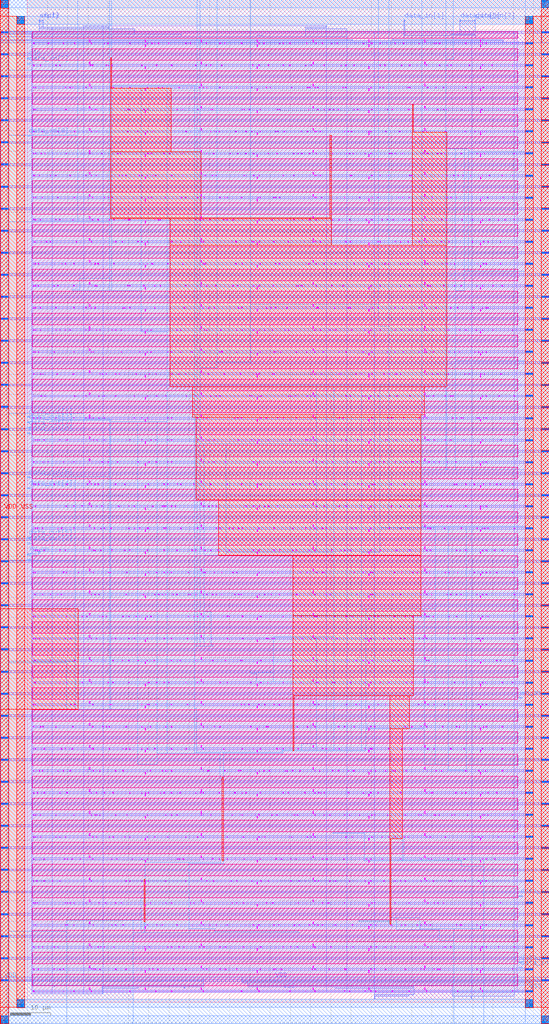
<source format=lef>
VERSION 5.8 ;
BUSBITCHARS "[]" ;
DIVIDERCHAR "/" ;
UNITS
    DATABASE MICRONS 1000 ;
END UNITS

VIA via2_3_2000_480_1_6_320_320
  VIARULE M1M2_PR ;
  CUTSIZE 0.15 0.15 ;
  LAYERS met1 via met2 ;
  CUTSPACING 0.17 0.17 ;
  ENCLOSURE 0.085 0.165 0.055 0.085 ;
  ROWCOL 1 6 ;
END via2_3_2000_480_1_6_320_320

VIA via3_4_2000_480_1_5_400_400
  VIARULE M2M3_PR ;
  CUTSIZE 0.2 0.2 ;
  LAYERS met2 via2 met3 ;
  CUTSPACING 0.2 0.2 ;
  ENCLOSURE 0.04 0.085 0.065 0.065 ;
  ROWCOL 1 5 ;
END via3_4_2000_480_1_5_400_400

VIA via4_5_2000_480_1_5_400_400
  VIARULE M3M4_PR ;
  CUTSIZE 0.2 0.2 ;
  LAYERS met3 via3 met4 ;
  CUTSPACING 0.2 0.2 ;
  ENCLOSURE 0.09 0.06 0.1 0.065 ;
  ROWCOL 1 5 ;
END via4_5_2000_480_1_5_400_400

VIA via4_5_2000_2000_5_5_400_400
  VIARULE M3M4_PR ;
  CUTSIZE 0.2 0.2 ;
  LAYERS met3 via3 met4 ;
  CUTSPACING 0.2 0.2 ;
  ENCLOSURE 0.09 0.1 0.1 0.065 ;
  ROWCOL 5 5 ;
END via4_5_2000_2000_5_5_400_400

MACRO fifo
  FOREIGN fifo 0 0 ;
  CLASS BLOCK ;
  SIZE 128.98 BY 247.36 ;
  PIN VSS
    USE GROUND ;
    DIRECTION INOUT ;
    PORT
      LAYER met1 ;
        RECT  1.38 236.4 124.98 236.88 ;
        RECT  1.38 230.96 124.98 231.44 ;
        RECT  1.38 225.52 124.98 226 ;
        RECT  1.38 220.08 124.98 220.56 ;
        RECT  1.38 214.64 124.98 215.12 ;
        RECT  1.38 209.2 124.98 209.68 ;
        RECT  1.38 203.76 124.98 204.24 ;
        RECT  1.38 198.32 124.98 198.8 ;
        RECT  1.38 192.88 124.98 193.36 ;
        RECT  1.38 187.44 124.98 187.92 ;
        RECT  1.38 182 124.98 182.48 ;
        RECT  1.38 176.56 124.98 177.04 ;
        RECT  1.38 171.12 124.98 171.6 ;
        RECT  1.38 165.68 124.98 166.16 ;
        RECT  1.38 160.24 124.98 160.72 ;
        RECT  1.38 154.8 124.98 155.28 ;
        RECT  1.38 149.36 124.98 149.84 ;
        RECT  1.38 143.92 124.98 144.4 ;
        RECT  1.38 138.48 124.98 138.96 ;
        RECT  1.38 133.04 124.98 133.52 ;
        RECT  1.38 127.6 124.98 128.08 ;
        RECT  1.38 122.16 124.98 122.64 ;
        RECT  1.38 116.72 124.98 117.2 ;
        RECT  1.38 111.28 124.98 111.76 ;
        RECT  1.38 105.84 124.98 106.32 ;
        RECT  1.38 100.4 124.98 100.88 ;
        RECT  1.38 94.96 124.98 95.44 ;
        RECT  1.38 89.52 124.98 90 ;
        RECT  1.38 84.08 124.98 84.56 ;
        RECT  1.38 78.64 124.98 79.12 ;
        RECT  1.38 73.2 124.98 73.68 ;
        RECT  1.38 67.76 124.98 68.24 ;
        RECT  1.38 62.32 124.98 62.8 ;
        RECT  1.38 56.88 124.98 57.36 ;
        RECT  1.38 51.44 124.98 51.92 ;
        RECT  1.38 46 124.98 46.48 ;
        RECT  1.38 40.56 124.98 41.04 ;
        RECT  1.38 35.12 124.98 35.6 ;
        RECT  1.38 29.68 124.98 30.16 ;
        RECT  1.38 24.24 124.98 24.72 ;
        RECT  1.38 18.8 124.98 19.28 ;
        RECT  1.38 13.36 124.98 13.84 ;
        RECT  1.38 7.92 124.98 8.4 ;
        RECT  1.38 2.48 124.98 2.96 ;
      LAYER met4 ;
        RECT  122.98 -1.28 124.98 243.36 ;
      LAYER met3 ;
        RECT  -2.62 241.36 124.98 243.36 ;
        RECT  -2.62 -1.28 124.98 0.72 ;
      LAYER met4 ;
        RECT  -2.62 -1.28 -0.62 243.36 ;
      VIA 123.98 242.36 via4_5_2000_2000_5_5_400_400 ;
      VIA 123.98 -0.28 via4_5_2000_2000_5_5_400_400 ;
      VIA -1.62 242.36 via4_5_2000_2000_5_5_400_400 ;
      VIA -1.62 -0.28 via4_5_2000_2000_5_5_400_400 ;
      LAYER met3 ;
        RECT  122.99 236.475 124.97 236.805 ;
      VIA 123.98 236.64 via4_5_2000_480_1_5_400_400 ;
      VIA 123.98 236.64 via3_4_2000_480_1_5_400_400 ;
      VIA 123.98 236.64 via2_3_2000_480_1_6_320_320 ;
      LAYER met3 ;
        RECT  122.99 231.035 124.97 231.365 ;
      VIA 123.98 231.2 via4_5_2000_480_1_5_400_400 ;
      VIA 123.98 231.2 via3_4_2000_480_1_5_400_400 ;
      VIA 123.98 231.2 via2_3_2000_480_1_6_320_320 ;
      LAYER met3 ;
        RECT  122.99 225.595 124.97 225.925 ;
      VIA 123.98 225.76 via4_5_2000_480_1_5_400_400 ;
      VIA 123.98 225.76 via3_4_2000_480_1_5_400_400 ;
      VIA 123.98 225.76 via2_3_2000_480_1_6_320_320 ;
      LAYER met3 ;
        RECT  122.99 220.155 124.97 220.485 ;
      VIA 123.98 220.32 via4_5_2000_480_1_5_400_400 ;
      VIA 123.98 220.32 via3_4_2000_480_1_5_400_400 ;
      VIA 123.98 220.32 via2_3_2000_480_1_6_320_320 ;
      LAYER met3 ;
        RECT  122.99 214.715 124.97 215.045 ;
      VIA 123.98 214.88 via4_5_2000_480_1_5_400_400 ;
      VIA 123.98 214.88 via3_4_2000_480_1_5_400_400 ;
      VIA 123.98 214.88 via2_3_2000_480_1_6_320_320 ;
      LAYER met3 ;
        RECT  122.99 209.275 124.97 209.605 ;
      VIA 123.98 209.44 via4_5_2000_480_1_5_400_400 ;
      VIA 123.98 209.44 via3_4_2000_480_1_5_400_400 ;
      VIA 123.98 209.44 via2_3_2000_480_1_6_320_320 ;
      LAYER met3 ;
        RECT  122.99 203.835 124.97 204.165 ;
      VIA 123.98 204 via4_5_2000_480_1_5_400_400 ;
      VIA 123.98 204 via3_4_2000_480_1_5_400_400 ;
      VIA 123.98 204 via2_3_2000_480_1_6_320_320 ;
      LAYER met3 ;
        RECT  122.99 198.395 124.97 198.725 ;
      VIA 123.98 198.56 via4_5_2000_480_1_5_400_400 ;
      VIA 123.98 198.56 via3_4_2000_480_1_5_400_400 ;
      VIA 123.98 198.56 via2_3_2000_480_1_6_320_320 ;
      LAYER met3 ;
        RECT  122.99 192.955 124.97 193.285 ;
      VIA 123.98 193.12 via4_5_2000_480_1_5_400_400 ;
      VIA 123.98 193.12 via3_4_2000_480_1_5_400_400 ;
      VIA 123.98 193.12 via2_3_2000_480_1_6_320_320 ;
      LAYER met3 ;
        RECT  122.99 187.515 124.97 187.845 ;
      VIA 123.98 187.68 via4_5_2000_480_1_5_400_400 ;
      VIA 123.98 187.68 via3_4_2000_480_1_5_400_400 ;
      VIA 123.98 187.68 via2_3_2000_480_1_6_320_320 ;
      LAYER met3 ;
        RECT  122.99 182.075 124.97 182.405 ;
      VIA 123.98 182.24 via4_5_2000_480_1_5_400_400 ;
      VIA 123.98 182.24 via3_4_2000_480_1_5_400_400 ;
      VIA 123.98 182.24 via2_3_2000_480_1_6_320_320 ;
      LAYER met3 ;
        RECT  122.99 176.635 124.97 176.965 ;
      VIA 123.98 176.8 via4_5_2000_480_1_5_400_400 ;
      VIA 123.98 176.8 via3_4_2000_480_1_5_400_400 ;
      VIA 123.98 176.8 via2_3_2000_480_1_6_320_320 ;
      LAYER met3 ;
        RECT  122.99 171.195 124.97 171.525 ;
      VIA 123.98 171.36 via4_5_2000_480_1_5_400_400 ;
      VIA 123.98 171.36 via3_4_2000_480_1_5_400_400 ;
      VIA 123.98 171.36 via2_3_2000_480_1_6_320_320 ;
      LAYER met3 ;
        RECT  122.99 165.755 124.97 166.085 ;
      VIA 123.98 165.92 via4_5_2000_480_1_5_400_400 ;
      VIA 123.98 165.92 via3_4_2000_480_1_5_400_400 ;
      VIA 123.98 165.92 via2_3_2000_480_1_6_320_320 ;
      LAYER met3 ;
        RECT  122.99 160.315 124.97 160.645 ;
      VIA 123.98 160.48 via4_5_2000_480_1_5_400_400 ;
      VIA 123.98 160.48 via3_4_2000_480_1_5_400_400 ;
      VIA 123.98 160.48 via2_3_2000_480_1_6_320_320 ;
      LAYER met3 ;
        RECT  122.99 154.875 124.97 155.205 ;
      VIA 123.98 155.04 via4_5_2000_480_1_5_400_400 ;
      VIA 123.98 155.04 via3_4_2000_480_1_5_400_400 ;
      VIA 123.98 155.04 via2_3_2000_480_1_6_320_320 ;
      LAYER met3 ;
        RECT  122.99 149.435 124.97 149.765 ;
      VIA 123.98 149.6 via4_5_2000_480_1_5_400_400 ;
      VIA 123.98 149.6 via3_4_2000_480_1_5_400_400 ;
      VIA 123.98 149.6 via2_3_2000_480_1_6_320_320 ;
      LAYER met3 ;
        RECT  122.99 143.995 124.97 144.325 ;
      VIA 123.98 144.16 via4_5_2000_480_1_5_400_400 ;
      VIA 123.98 144.16 via3_4_2000_480_1_5_400_400 ;
      VIA 123.98 144.16 via2_3_2000_480_1_6_320_320 ;
      LAYER met3 ;
        RECT  122.99 138.555 124.97 138.885 ;
      VIA 123.98 138.72 via4_5_2000_480_1_5_400_400 ;
      VIA 123.98 138.72 via3_4_2000_480_1_5_400_400 ;
      VIA 123.98 138.72 via2_3_2000_480_1_6_320_320 ;
      LAYER met3 ;
        RECT  122.99 133.115 124.97 133.445 ;
      VIA 123.98 133.28 via4_5_2000_480_1_5_400_400 ;
      VIA 123.98 133.28 via3_4_2000_480_1_5_400_400 ;
      VIA 123.98 133.28 via2_3_2000_480_1_6_320_320 ;
      LAYER met3 ;
        RECT  122.99 127.675 124.97 128.005 ;
      VIA 123.98 127.84 via4_5_2000_480_1_5_400_400 ;
      VIA 123.98 127.84 via3_4_2000_480_1_5_400_400 ;
      VIA 123.98 127.84 via2_3_2000_480_1_6_320_320 ;
      LAYER met3 ;
        RECT  122.99 122.235 124.97 122.565 ;
      VIA 123.98 122.4 via4_5_2000_480_1_5_400_400 ;
      VIA 123.98 122.4 via3_4_2000_480_1_5_400_400 ;
      VIA 123.98 122.4 via2_3_2000_480_1_6_320_320 ;
      LAYER met3 ;
        RECT  122.99 116.795 124.97 117.125 ;
      VIA 123.98 116.96 via4_5_2000_480_1_5_400_400 ;
      VIA 123.98 116.96 via3_4_2000_480_1_5_400_400 ;
      VIA 123.98 116.96 via2_3_2000_480_1_6_320_320 ;
      LAYER met3 ;
        RECT  122.99 111.355 124.97 111.685 ;
      VIA 123.98 111.52 via4_5_2000_480_1_5_400_400 ;
      VIA 123.98 111.52 via3_4_2000_480_1_5_400_400 ;
      VIA 123.98 111.52 via2_3_2000_480_1_6_320_320 ;
      LAYER met3 ;
        RECT  122.99 105.915 124.97 106.245 ;
      VIA 123.98 106.08 via4_5_2000_480_1_5_400_400 ;
      VIA 123.98 106.08 via3_4_2000_480_1_5_400_400 ;
      VIA 123.98 106.08 via2_3_2000_480_1_6_320_320 ;
      LAYER met3 ;
        RECT  122.99 100.475 124.97 100.805 ;
      VIA 123.98 100.64 via4_5_2000_480_1_5_400_400 ;
      VIA 123.98 100.64 via3_4_2000_480_1_5_400_400 ;
      VIA 123.98 100.64 via2_3_2000_480_1_6_320_320 ;
      LAYER met3 ;
        RECT  122.99 95.035 124.97 95.365 ;
      VIA 123.98 95.2 via4_5_2000_480_1_5_400_400 ;
      VIA 123.98 95.2 via3_4_2000_480_1_5_400_400 ;
      VIA 123.98 95.2 via2_3_2000_480_1_6_320_320 ;
      LAYER met3 ;
        RECT  122.99 89.595 124.97 89.925 ;
      VIA 123.98 89.76 via4_5_2000_480_1_5_400_400 ;
      VIA 123.98 89.76 via3_4_2000_480_1_5_400_400 ;
      VIA 123.98 89.76 via2_3_2000_480_1_6_320_320 ;
      LAYER met3 ;
        RECT  122.99 84.155 124.97 84.485 ;
      VIA 123.98 84.32 via4_5_2000_480_1_5_400_400 ;
      VIA 123.98 84.32 via3_4_2000_480_1_5_400_400 ;
      VIA 123.98 84.32 via2_3_2000_480_1_6_320_320 ;
      LAYER met3 ;
        RECT  122.99 78.715 124.97 79.045 ;
      VIA 123.98 78.88 via4_5_2000_480_1_5_400_400 ;
      VIA 123.98 78.88 via3_4_2000_480_1_5_400_400 ;
      VIA 123.98 78.88 via2_3_2000_480_1_6_320_320 ;
      LAYER met3 ;
        RECT  122.99 73.275 124.97 73.605 ;
      VIA 123.98 73.44 via4_5_2000_480_1_5_400_400 ;
      VIA 123.98 73.44 via3_4_2000_480_1_5_400_400 ;
      VIA 123.98 73.44 via2_3_2000_480_1_6_320_320 ;
      LAYER met3 ;
        RECT  122.99 67.835 124.97 68.165 ;
      VIA 123.98 68 via4_5_2000_480_1_5_400_400 ;
      VIA 123.98 68 via3_4_2000_480_1_5_400_400 ;
      VIA 123.98 68 via2_3_2000_480_1_6_320_320 ;
      LAYER met3 ;
        RECT  122.99 62.395 124.97 62.725 ;
      VIA 123.98 62.56 via4_5_2000_480_1_5_400_400 ;
      VIA 123.98 62.56 via3_4_2000_480_1_5_400_400 ;
      VIA 123.98 62.56 via2_3_2000_480_1_6_320_320 ;
      LAYER met3 ;
        RECT  122.99 56.955 124.97 57.285 ;
      VIA 123.98 57.12 via4_5_2000_480_1_5_400_400 ;
      VIA 123.98 57.12 via3_4_2000_480_1_5_400_400 ;
      VIA 123.98 57.12 via2_3_2000_480_1_6_320_320 ;
      LAYER met3 ;
        RECT  122.99 51.515 124.97 51.845 ;
      VIA 123.98 51.68 via4_5_2000_480_1_5_400_400 ;
      VIA 123.98 51.68 via3_4_2000_480_1_5_400_400 ;
      VIA 123.98 51.68 via2_3_2000_480_1_6_320_320 ;
      LAYER met3 ;
        RECT  122.99 46.075 124.97 46.405 ;
      VIA 123.98 46.24 via4_5_2000_480_1_5_400_400 ;
      VIA 123.98 46.24 via3_4_2000_480_1_5_400_400 ;
      VIA 123.98 46.24 via2_3_2000_480_1_6_320_320 ;
      LAYER met3 ;
        RECT  122.99 40.635 124.97 40.965 ;
      VIA 123.98 40.8 via4_5_2000_480_1_5_400_400 ;
      VIA 123.98 40.8 via3_4_2000_480_1_5_400_400 ;
      VIA 123.98 40.8 via2_3_2000_480_1_6_320_320 ;
      LAYER met3 ;
        RECT  122.99 35.195 124.97 35.525 ;
      VIA 123.98 35.36 via4_5_2000_480_1_5_400_400 ;
      VIA 123.98 35.36 via3_4_2000_480_1_5_400_400 ;
      VIA 123.98 35.36 via2_3_2000_480_1_6_320_320 ;
      LAYER met3 ;
        RECT  122.99 29.755 124.97 30.085 ;
      VIA 123.98 29.92 via4_5_2000_480_1_5_400_400 ;
      VIA 123.98 29.92 via3_4_2000_480_1_5_400_400 ;
      VIA 123.98 29.92 via2_3_2000_480_1_6_320_320 ;
      LAYER met3 ;
        RECT  122.99 24.315 124.97 24.645 ;
      VIA 123.98 24.48 via4_5_2000_480_1_5_400_400 ;
      VIA 123.98 24.48 via3_4_2000_480_1_5_400_400 ;
      VIA 123.98 24.48 via2_3_2000_480_1_6_320_320 ;
      LAYER met3 ;
        RECT  122.99 18.875 124.97 19.205 ;
      VIA 123.98 19.04 via4_5_2000_480_1_5_400_400 ;
      VIA 123.98 19.04 via3_4_2000_480_1_5_400_400 ;
      VIA 123.98 19.04 via2_3_2000_480_1_6_320_320 ;
      LAYER met3 ;
        RECT  122.99 13.435 124.97 13.765 ;
      VIA 123.98 13.6 via4_5_2000_480_1_5_400_400 ;
      VIA 123.98 13.6 via3_4_2000_480_1_5_400_400 ;
      VIA 123.98 13.6 via2_3_2000_480_1_6_320_320 ;
      LAYER met3 ;
        RECT  122.99 7.995 124.97 8.325 ;
      VIA 123.98 8.16 via4_5_2000_480_1_5_400_400 ;
      VIA 123.98 8.16 via3_4_2000_480_1_5_400_400 ;
      VIA 123.98 8.16 via2_3_2000_480_1_6_320_320 ;
      LAYER met3 ;
        RECT  122.99 2.555 124.97 2.885 ;
      VIA 123.98 2.72 via4_5_2000_480_1_5_400_400 ;
      VIA 123.98 2.72 via3_4_2000_480_1_5_400_400 ;
      VIA 123.98 2.72 via2_3_2000_480_1_6_320_320 ;
    END
  END VSS
  PIN VDD
    USE POWER ;
    DIRECTION INOUT ;
    PORT
      LAYER met1 ;
        RECT  -6.62 239.12 128.98 239.6 ;
        RECT  -6.62 233.68 128.98 234.16 ;
        RECT  -6.62 228.24 128.98 228.72 ;
        RECT  -6.62 222.8 128.98 223.28 ;
        RECT  -6.62 217.36 128.98 217.84 ;
        RECT  -6.62 211.92 128.98 212.4 ;
        RECT  -6.62 206.48 128.98 206.96 ;
        RECT  -6.62 201.04 128.98 201.52 ;
        RECT  -6.62 195.6 128.98 196.08 ;
        RECT  -6.62 190.16 128.98 190.64 ;
        RECT  -6.62 184.72 128.98 185.2 ;
        RECT  -6.62 179.28 128.98 179.76 ;
        RECT  -6.62 173.84 128.98 174.32 ;
        RECT  -6.62 168.4 128.98 168.88 ;
        RECT  -6.62 162.96 128.98 163.44 ;
        RECT  -6.62 157.52 128.98 158 ;
        RECT  -6.62 152.08 128.98 152.56 ;
        RECT  -6.62 146.64 128.98 147.12 ;
        RECT  -6.62 141.2 128.98 141.68 ;
        RECT  -6.62 135.76 128.98 136.24 ;
        RECT  -6.62 130.32 128.98 130.8 ;
        RECT  -6.62 124.88 128.98 125.36 ;
        RECT  -6.62 119.44 128.98 119.92 ;
        RECT  -6.62 114 128.98 114.48 ;
        RECT  -6.62 108.56 128.98 109.04 ;
        RECT  -6.62 103.12 128.98 103.6 ;
        RECT  -6.62 97.68 128.98 98.16 ;
        RECT  -6.62 92.24 128.98 92.72 ;
        RECT  -6.62 86.8 128.98 87.28 ;
        RECT  -6.62 81.36 128.98 81.84 ;
        RECT  -6.62 75.92 128.98 76.4 ;
        RECT  -6.62 70.48 128.98 70.96 ;
        RECT  -6.62 65.04 128.98 65.52 ;
        RECT  -6.62 59.6 128.98 60.08 ;
        RECT  -6.62 54.16 128.98 54.64 ;
        RECT  -6.62 48.72 128.98 49.2 ;
        RECT  -6.62 43.28 128.98 43.76 ;
        RECT  -6.62 37.84 128.98 38.32 ;
        RECT  -6.62 32.4 128.98 32.88 ;
        RECT  -6.62 26.96 128.98 27.44 ;
        RECT  -6.62 21.52 128.98 22 ;
        RECT  -6.62 16.08 128.98 16.56 ;
        RECT  -6.62 10.64 128.98 11.12 ;
        RECT  -6.62 5.2 128.98 5.68 ;
      LAYER met4 ;
        RECT  126.98 -5.28 128.98 247.36 ;
      LAYER met3 ;
        RECT  -6.62 245.36 128.98 247.36 ;
        RECT  -6.62 -5.28 128.98 -3.28 ;
      LAYER met4 ;
        RECT  -6.62 -5.28 -4.62 247.36 ;
      VIA 127.98 246.36 via4_5_2000_2000_5_5_400_400 ;
      VIA 127.98 -4.28 via4_5_2000_2000_5_5_400_400 ;
      VIA -5.62 246.36 via4_5_2000_2000_5_5_400_400 ;
      VIA -5.62 -4.28 via4_5_2000_2000_5_5_400_400 ;
      LAYER met3 ;
        RECT  126.99 239.195 128.97 239.525 ;
      VIA 127.98 239.36 via4_5_2000_480_1_5_400_400 ;
      VIA 127.98 239.36 via3_4_2000_480_1_5_400_400 ;
      VIA 127.98 239.36 via2_3_2000_480_1_6_320_320 ;
      LAYER met3 ;
        RECT  126.99 233.755 128.97 234.085 ;
      VIA 127.98 233.92 via4_5_2000_480_1_5_400_400 ;
      VIA 127.98 233.92 via3_4_2000_480_1_5_400_400 ;
      VIA 127.98 233.92 via2_3_2000_480_1_6_320_320 ;
      LAYER met3 ;
        RECT  126.99 228.315 128.97 228.645 ;
      VIA 127.98 228.48 via4_5_2000_480_1_5_400_400 ;
      VIA 127.98 228.48 via3_4_2000_480_1_5_400_400 ;
      VIA 127.98 228.48 via2_3_2000_480_1_6_320_320 ;
      LAYER met3 ;
        RECT  126.99 222.875 128.97 223.205 ;
      VIA 127.98 223.04 via4_5_2000_480_1_5_400_400 ;
      VIA 127.98 223.04 via3_4_2000_480_1_5_400_400 ;
      VIA 127.98 223.04 via2_3_2000_480_1_6_320_320 ;
      LAYER met3 ;
        RECT  126.99 217.435 128.97 217.765 ;
      VIA 127.98 217.6 via4_5_2000_480_1_5_400_400 ;
      VIA 127.98 217.6 via3_4_2000_480_1_5_400_400 ;
      VIA 127.98 217.6 via2_3_2000_480_1_6_320_320 ;
      LAYER met3 ;
        RECT  126.99 211.995 128.97 212.325 ;
      VIA 127.98 212.16 via4_5_2000_480_1_5_400_400 ;
      VIA 127.98 212.16 via3_4_2000_480_1_5_400_400 ;
      VIA 127.98 212.16 via2_3_2000_480_1_6_320_320 ;
      LAYER met3 ;
        RECT  126.99 206.555 128.97 206.885 ;
      VIA 127.98 206.72 via4_5_2000_480_1_5_400_400 ;
      VIA 127.98 206.72 via3_4_2000_480_1_5_400_400 ;
      VIA 127.98 206.72 via2_3_2000_480_1_6_320_320 ;
      LAYER met3 ;
        RECT  126.99 201.115 128.97 201.445 ;
      VIA 127.98 201.28 via4_5_2000_480_1_5_400_400 ;
      VIA 127.98 201.28 via3_4_2000_480_1_5_400_400 ;
      VIA 127.98 201.28 via2_3_2000_480_1_6_320_320 ;
      LAYER met3 ;
        RECT  126.99 195.675 128.97 196.005 ;
      VIA 127.98 195.84 via4_5_2000_480_1_5_400_400 ;
      VIA 127.98 195.84 via3_4_2000_480_1_5_400_400 ;
      VIA 127.98 195.84 via2_3_2000_480_1_6_320_320 ;
      LAYER met3 ;
        RECT  126.99 190.235 128.97 190.565 ;
      VIA 127.98 190.4 via4_5_2000_480_1_5_400_400 ;
      VIA 127.98 190.4 via3_4_2000_480_1_5_400_400 ;
      VIA 127.98 190.4 via2_3_2000_480_1_6_320_320 ;
      LAYER met3 ;
        RECT  126.99 184.795 128.97 185.125 ;
      VIA 127.98 184.96 via4_5_2000_480_1_5_400_400 ;
      VIA 127.98 184.96 via3_4_2000_480_1_5_400_400 ;
      VIA 127.98 184.96 via2_3_2000_480_1_6_320_320 ;
      LAYER met3 ;
        RECT  126.99 179.355 128.97 179.685 ;
      VIA 127.98 179.52 via4_5_2000_480_1_5_400_400 ;
      VIA 127.98 179.52 via3_4_2000_480_1_5_400_400 ;
      VIA 127.98 179.52 via2_3_2000_480_1_6_320_320 ;
      LAYER met3 ;
        RECT  126.99 173.915 128.97 174.245 ;
      VIA 127.98 174.08 via4_5_2000_480_1_5_400_400 ;
      VIA 127.98 174.08 via3_4_2000_480_1_5_400_400 ;
      VIA 127.98 174.08 via2_3_2000_480_1_6_320_320 ;
      LAYER met3 ;
        RECT  126.99 168.475 128.97 168.805 ;
      VIA 127.98 168.64 via4_5_2000_480_1_5_400_400 ;
      VIA 127.98 168.64 via3_4_2000_480_1_5_400_400 ;
      VIA 127.98 168.64 via2_3_2000_480_1_6_320_320 ;
      LAYER met3 ;
        RECT  126.99 163.035 128.97 163.365 ;
      VIA 127.98 163.2 via4_5_2000_480_1_5_400_400 ;
      VIA 127.98 163.2 via3_4_2000_480_1_5_400_400 ;
      VIA 127.98 163.2 via2_3_2000_480_1_6_320_320 ;
      LAYER met3 ;
        RECT  126.99 157.595 128.97 157.925 ;
      VIA 127.98 157.76 via4_5_2000_480_1_5_400_400 ;
      VIA 127.98 157.76 via3_4_2000_480_1_5_400_400 ;
      VIA 127.98 157.76 via2_3_2000_480_1_6_320_320 ;
      LAYER met3 ;
        RECT  126.99 152.155 128.97 152.485 ;
      VIA 127.98 152.32 via4_5_2000_480_1_5_400_400 ;
      VIA 127.98 152.32 via3_4_2000_480_1_5_400_400 ;
      VIA 127.98 152.32 via2_3_2000_480_1_6_320_320 ;
      LAYER met3 ;
        RECT  126.99 146.715 128.97 147.045 ;
      VIA 127.98 146.88 via4_5_2000_480_1_5_400_400 ;
      VIA 127.98 146.88 via3_4_2000_480_1_5_400_400 ;
      VIA 127.98 146.88 via2_3_2000_480_1_6_320_320 ;
      LAYER met3 ;
        RECT  126.99 141.275 128.97 141.605 ;
      VIA 127.98 141.44 via4_5_2000_480_1_5_400_400 ;
      VIA 127.98 141.44 via3_4_2000_480_1_5_400_400 ;
      VIA 127.98 141.44 via2_3_2000_480_1_6_320_320 ;
      LAYER met3 ;
        RECT  126.99 135.835 128.97 136.165 ;
      VIA 127.98 136 via4_5_2000_480_1_5_400_400 ;
      VIA 127.98 136 via3_4_2000_480_1_5_400_400 ;
      VIA 127.98 136 via2_3_2000_480_1_6_320_320 ;
      LAYER met3 ;
        RECT  126.99 130.395 128.97 130.725 ;
      VIA 127.98 130.56 via4_5_2000_480_1_5_400_400 ;
      VIA 127.98 130.56 via3_4_2000_480_1_5_400_400 ;
      VIA 127.98 130.56 via2_3_2000_480_1_6_320_320 ;
      LAYER met3 ;
        RECT  126.99 124.955 128.97 125.285 ;
      VIA 127.98 125.12 via4_5_2000_480_1_5_400_400 ;
      VIA 127.98 125.12 via3_4_2000_480_1_5_400_400 ;
      VIA 127.98 125.12 via2_3_2000_480_1_6_320_320 ;
      LAYER met3 ;
        RECT  126.99 119.515 128.97 119.845 ;
      VIA 127.98 119.68 via4_5_2000_480_1_5_400_400 ;
      VIA 127.98 119.68 via3_4_2000_480_1_5_400_400 ;
      VIA 127.98 119.68 via2_3_2000_480_1_6_320_320 ;
      LAYER met3 ;
        RECT  126.99 114.075 128.97 114.405 ;
      VIA 127.98 114.24 via4_5_2000_480_1_5_400_400 ;
      VIA 127.98 114.24 via3_4_2000_480_1_5_400_400 ;
      VIA 127.98 114.24 via2_3_2000_480_1_6_320_320 ;
      LAYER met3 ;
        RECT  126.99 108.635 128.97 108.965 ;
      VIA 127.98 108.8 via4_5_2000_480_1_5_400_400 ;
      VIA 127.98 108.8 via3_4_2000_480_1_5_400_400 ;
      VIA 127.98 108.8 via2_3_2000_480_1_6_320_320 ;
      LAYER met3 ;
        RECT  126.99 103.195 128.97 103.525 ;
      VIA 127.98 103.36 via4_5_2000_480_1_5_400_400 ;
      VIA 127.98 103.36 via3_4_2000_480_1_5_400_400 ;
      VIA 127.98 103.36 via2_3_2000_480_1_6_320_320 ;
      LAYER met3 ;
        RECT  126.99 97.755 128.97 98.085 ;
      VIA 127.98 97.92 via4_5_2000_480_1_5_400_400 ;
      VIA 127.98 97.92 via3_4_2000_480_1_5_400_400 ;
      VIA 127.98 97.92 via2_3_2000_480_1_6_320_320 ;
      LAYER met3 ;
        RECT  126.99 92.315 128.97 92.645 ;
      VIA 127.98 92.48 via4_5_2000_480_1_5_400_400 ;
      VIA 127.98 92.48 via3_4_2000_480_1_5_400_400 ;
      VIA 127.98 92.48 via2_3_2000_480_1_6_320_320 ;
      LAYER met3 ;
        RECT  126.99 86.875 128.97 87.205 ;
      VIA 127.98 87.04 via4_5_2000_480_1_5_400_400 ;
      VIA 127.98 87.04 via3_4_2000_480_1_5_400_400 ;
      VIA 127.98 87.04 via2_3_2000_480_1_6_320_320 ;
      LAYER met3 ;
        RECT  126.99 81.435 128.97 81.765 ;
      VIA 127.98 81.6 via4_5_2000_480_1_5_400_400 ;
      VIA 127.98 81.6 via3_4_2000_480_1_5_400_400 ;
      VIA 127.98 81.6 via2_3_2000_480_1_6_320_320 ;
      LAYER met3 ;
        RECT  126.99 75.995 128.97 76.325 ;
      VIA 127.98 76.16 via4_5_2000_480_1_5_400_400 ;
      VIA 127.98 76.16 via3_4_2000_480_1_5_400_400 ;
      VIA 127.98 76.16 via2_3_2000_480_1_6_320_320 ;
      LAYER met3 ;
        RECT  126.99 70.555 128.97 70.885 ;
      VIA 127.98 70.72 via4_5_2000_480_1_5_400_400 ;
      VIA 127.98 70.72 via3_4_2000_480_1_5_400_400 ;
      VIA 127.98 70.72 via2_3_2000_480_1_6_320_320 ;
      LAYER met3 ;
        RECT  126.99 65.115 128.97 65.445 ;
      VIA 127.98 65.28 via4_5_2000_480_1_5_400_400 ;
      VIA 127.98 65.28 via3_4_2000_480_1_5_400_400 ;
      VIA 127.98 65.28 via2_3_2000_480_1_6_320_320 ;
      LAYER met3 ;
        RECT  126.99 59.675 128.97 60.005 ;
      VIA 127.98 59.84 via4_5_2000_480_1_5_400_400 ;
      VIA 127.98 59.84 via3_4_2000_480_1_5_400_400 ;
      VIA 127.98 59.84 via2_3_2000_480_1_6_320_320 ;
      LAYER met3 ;
        RECT  126.99 54.235 128.97 54.565 ;
      VIA 127.98 54.4 via4_5_2000_480_1_5_400_400 ;
      VIA 127.98 54.4 via3_4_2000_480_1_5_400_400 ;
      VIA 127.98 54.4 via2_3_2000_480_1_6_320_320 ;
      LAYER met3 ;
        RECT  126.99 48.795 128.97 49.125 ;
      VIA 127.98 48.96 via4_5_2000_480_1_5_400_400 ;
      VIA 127.98 48.96 via3_4_2000_480_1_5_400_400 ;
      VIA 127.98 48.96 via2_3_2000_480_1_6_320_320 ;
      LAYER met3 ;
        RECT  126.99 43.355 128.97 43.685 ;
      VIA 127.98 43.52 via4_5_2000_480_1_5_400_400 ;
      VIA 127.98 43.52 via3_4_2000_480_1_5_400_400 ;
      VIA 127.98 43.52 via2_3_2000_480_1_6_320_320 ;
      LAYER met3 ;
        RECT  126.99 37.915 128.97 38.245 ;
      VIA 127.98 38.08 via4_5_2000_480_1_5_400_400 ;
      VIA 127.98 38.08 via3_4_2000_480_1_5_400_400 ;
      VIA 127.98 38.08 via2_3_2000_480_1_6_320_320 ;
      LAYER met3 ;
        RECT  126.99 32.475 128.97 32.805 ;
      VIA 127.98 32.64 via4_5_2000_480_1_5_400_400 ;
      VIA 127.98 32.64 via3_4_2000_480_1_5_400_400 ;
      VIA 127.98 32.64 via2_3_2000_480_1_6_320_320 ;
      LAYER met3 ;
        RECT  126.99 27.035 128.97 27.365 ;
      VIA 127.98 27.2 via4_5_2000_480_1_5_400_400 ;
      VIA 127.98 27.2 via3_4_2000_480_1_5_400_400 ;
      VIA 127.98 27.2 via2_3_2000_480_1_6_320_320 ;
      LAYER met3 ;
        RECT  126.99 21.595 128.97 21.925 ;
      VIA 127.98 21.76 via4_5_2000_480_1_5_400_400 ;
      VIA 127.98 21.76 via3_4_2000_480_1_5_400_400 ;
      VIA 127.98 21.76 via2_3_2000_480_1_6_320_320 ;
      LAYER met3 ;
        RECT  126.99 16.155 128.97 16.485 ;
      VIA 127.98 16.32 via4_5_2000_480_1_5_400_400 ;
      VIA 127.98 16.32 via3_4_2000_480_1_5_400_400 ;
      VIA 127.98 16.32 via2_3_2000_480_1_6_320_320 ;
      LAYER met3 ;
        RECT  126.99 10.715 128.97 11.045 ;
      VIA 127.98 10.88 via4_5_2000_480_1_5_400_400 ;
      VIA 127.98 10.88 via3_4_2000_480_1_5_400_400 ;
      VIA 127.98 10.88 via2_3_2000_480_1_6_320_320 ;
      LAYER met3 ;
        RECT  126.99 5.275 128.97 5.605 ;
      VIA 127.98 5.44 via4_5_2000_480_1_5_400_400 ;
      VIA 127.98 5.44 via3_4_2000_480_1_5_400_400 ;
      VIA 127.98 5.44 via2_3_2000_480_1_6_320_320 ;
      LAYER met3 ;
        RECT  -6.61 239.195 -4.63 239.525 ;
      VIA -5.62 239.36 via4_5_2000_480_1_5_400_400 ;
      VIA -5.62 239.36 via3_4_2000_480_1_5_400_400 ;
      VIA -5.62 239.36 via2_3_2000_480_1_6_320_320 ;
      LAYER met3 ;
        RECT  -6.61 233.755 -4.63 234.085 ;
      VIA -5.62 233.92 via4_5_2000_480_1_5_400_400 ;
      VIA -5.62 233.92 via3_4_2000_480_1_5_400_400 ;
      VIA -5.62 233.92 via2_3_2000_480_1_6_320_320 ;
      LAYER met3 ;
        RECT  -6.61 228.315 -4.63 228.645 ;
      VIA -5.62 228.48 via4_5_2000_480_1_5_400_400 ;
      VIA -5.62 228.48 via3_4_2000_480_1_5_400_400 ;
      VIA -5.62 228.48 via2_3_2000_480_1_6_320_320 ;
      LAYER met3 ;
        RECT  -6.61 222.875 -4.63 223.205 ;
      VIA -5.62 223.04 via4_5_2000_480_1_5_400_400 ;
      VIA -5.62 223.04 via3_4_2000_480_1_5_400_400 ;
      VIA -5.62 223.04 via2_3_2000_480_1_6_320_320 ;
      LAYER met3 ;
        RECT  -6.61 217.435 -4.63 217.765 ;
      VIA -5.62 217.6 via4_5_2000_480_1_5_400_400 ;
      VIA -5.62 217.6 via3_4_2000_480_1_5_400_400 ;
      VIA -5.62 217.6 via2_3_2000_480_1_6_320_320 ;
      LAYER met3 ;
        RECT  -6.61 211.995 -4.63 212.325 ;
      VIA -5.62 212.16 via4_5_2000_480_1_5_400_400 ;
      VIA -5.62 212.16 via3_4_2000_480_1_5_400_400 ;
      VIA -5.62 212.16 via2_3_2000_480_1_6_320_320 ;
      LAYER met3 ;
        RECT  -6.61 206.555 -4.63 206.885 ;
      VIA -5.62 206.72 via4_5_2000_480_1_5_400_400 ;
      VIA -5.62 206.72 via3_4_2000_480_1_5_400_400 ;
      VIA -5.62 206.72 via2_3_2000_480_1_6_320_320 ;
      LAYER met3 ;
        RECT  -6.61 201.115 -4.63 201.445 ;
      VIA -5.62 201.28 via4_5_2000_480_1_5_400_400 ;
      VIA -5.62 201.28 via3_4_2000_480_1_5_400_400 ;
      VIA -5.62 201.28 via2_3_2000_480_1_6_320_320 ;
      LAYER met3 ;
        RECT  -6.61 195.675 -4.63 196.005 ;
      VIA -5.62 195.84 via4_5_2000_480_1_5_400_400 ;
      VIA -5.62 195.84 via3_4_2000_480_1_5_400_400 ;
      VIA -5.62 195.84 via2_3_2000_480_1_6_320_320 ;
      LAYER met3 ;
        RECT  -6.61 190.235 -4.63 190.565 ;
      VIA -5.62 190.4 via4_5_2000_480_1_5_400_400 ;
      VIA -5.62 190.4 via3_4_2000_480_1_5_400_400 ;
      VIA -5.62 190.4 via2_3_2000_480_1_6_320_320 ;
      LAYER met3 ;
        RECT  -6.61 184.795 -4.63 185.125 ;
      VIA -5.62 184.96 via4_5_2000_480_1_5_400_400 ;
      VIA -5.62 184.96 via3_4_2000_480_1_5_400_400 ;
      VIA -5.62 184.96 via2_3_2000_480_1_6_320_320 ;
      LAYER met3 ;
        RECT  -6.61 179.355 -4.63 179.685 ;
      VIA -5.62 179.52 via4_5_2000_480_1_5_400_400 ;
      VIA -5.62 179.52 via3_4_2000_480_1_5_400_400 ;
      VIA -5.62 179.52 via2_3_2000_480_1_6_320_320 ;
      LAYER met3 ;
        RECT  -6.61 173.915 -4.63 174.245 ;
      VIA -5.62 174.08 via4_5_2000_480_1_5_400_400 ;
      VIA -5.62 174.08 via3_4_2000_480_1_5_400_400 ;
      VIA -5.62 174.08 via2_3_2000_480_1_6_320_320 ;
      LAYER met3 ;
        RECT  -6.61 168.475 -4.63 168.805 ;
      VIA -5.62 168.64 via4_5_2000_480_1_5_400_400 ;
      VIA -5.62 168.64 via3_4_2000_480_1_5_400_400 ;
      VIA -5.62 168.64 via2_3_2000_480_1_6_320_320 ;
      LAYER met3 ;
        RECT  -6.61 163.035 -4.63 163.365 ;
      VIA -5.62 163.2 via4_5_2000_480_1_5_400_400 ;
      VIA -5.62 163.2 via3_4_2000_480_1_5_400_400 ;
      VIA -5.62 163.2 via2_3_2000_480_1_6_320_320 ;
      LAYER met3 ;
        RECT  -6.61 157.595 -4.63 157.925 ;
      VIA -5.62 157.76 via4_5_2000_480_1_5_400_400 ;
      VIA -5.62 157.76 via3_4_2000_480_1_5_400_400 ;
      VIA -5.62 157.76 via2_3_2000_480_1_6_320_320 ;
      LAYER met3 ;
        RECT  -6.61 152.155 -4.63 152.485 ;
      VIA -5.62 152.32 via4_5_2000_480_1_5_400_400 ;
      VIA -5.62 152.32 via3_4_2000_480_1_5_400_400 ;
      VIA -5.62 152.32 via2_3_2000_480_1_6_320_320 ;
      LAYER met3 ;
        RECT  -6.61 146.715 -4.63 147.045 ;
      VIA -5.62 146.88 via4_5_2000_480_1_5_400_400 ;
      VIA -5.62 146.88 via3_4_2000_480_1_5_400_400 ;
      VIA -5.62 146.88 via2_3_2000_480_1_6_320_320 ;
      LAYER met3 ;
        RECT  -6.61 141.275 -4.63 141.605 ;
      VIA -5.62 141.44 via4_5_2000_480_1_5_400_400 ;
      VIA -5.62 141.44 via3_4_2000_480_1_5_400_400 ;
      VIA -5.62 141.44 via2_3_2000_480_1_6_320_320 ;
      LAYER met3 ;
        RECT  -6.61 135.835 -4.63 136.165 ;
      VIA -5.62 136 via4_5_2000_480_1_5_400_400 ;
      VIA -5.62 136 via3_4_2000_480_1_5_400_400 ;
      VIA -5.62 136 via2_3_2000_480_1_6_320_320 ;
      LAYER met3 ;
        RECT  -6.61 130.395 -4.63 130.725 ;
      VIA -5.62 130.56 via4_5_2000_480_1_5_400_400 ;
      VIA -5.62 130.56 via3_4_2000_480_1_5_400_400 ;
      VIA -5.62 130.56 via2_3_2000_480_1_6_320_320 ;
      LAYER met3 ;
        RECT  -6.61 124.955 -4.63 125.285 ;
      VIA -5.62 125.12 via4_5_2000_480_1_5_400_400 ;
      VIA -5.62 125.12 via3_4_2000_480_1_5_400_400 ;
      VIA -5.62 125.12 via2_3_2000_480_1_6_320_320 ;
      LAYER met3 ;
        RECT  -6.61 119.515 -4.63 119.845 ;
      VIA -5.62 119.68 via4_5_2000_480_1_5_400_400 ;
      VIA -5.62 119.68 via3_4_2000_480_1_5_400_400 ;
      VIA -5.62 119.68 via2_3_2000_480_1_6_320_320 ;
      LAYER met3 ;
        RECT  -6.61 114.075 -4.63 114.405 ;
      VIA -5.62 114.24 via4_5_2000_480_1_5_400_400 ;
      VIA -5.62 114.24 via3_4_2000_480_1_5_400_400 ;
      VIA -5.62 114.24 via2_3_2000_480_1_6_320_320 ;
      LAYER met3 ;
        RECT  -6.61 108.635 -4.63 108.965 ;
      VIA -5.62 108.8 via4_5_2000_480_1_5_400_400 ;
      VIA -5.62 108.8 via3_4_2000_480_1_5_400_400 ;
      VIA -5.62 108.8 via2_3_2000_480_1_6_320_320 ;
      LAYER met3 ;
        RECT  -6.61 103.195 -4.63 103.525 ;
      VIA -5.62 103.36 via4_5_2000_480_1_5_400_400 ;
      VIA -5.62 103.36 via3_4_2000_480_1_5_400_400 ;
      VIA -5.62 103.36 via2_3_2000_480_1_6_320_320 ;
      LAYER met3 ;
        RECT  -6.61 97.755 -4.63 98.085 ;
      VIA -5.62 97.92 via4_5_2000_480_1_5_400_400 ;
      VIA -5.62 97.92 via3_4_2000_480_1_5_400_400 ;
      VIA -5.62 97.92 via2_3_2000_480_1_6_320_320 ;
      LAYER met3 ;
        RECT  -6.61 92.315 -4.63 92.645 ;
      VIA -5.62 92.48 via4_5_2000_480_1_5_400_400 ;
      VIA -5.62 92.48 via3_4_2000_480_1_5_400_400 ;
      VIA -5.62 92.48 via2_3_2000_480_1_6_320_320 ;
      LAYER met3 ;
        RECT  -6.61 86.875 -4.63 87.205 ;
      VIA -5.62 87.04 via4_5_2000_480_1_5_400_400 ;
      VIA -5.62 87.04 via3_4_2000_480_1_5_400_400 ;
      VIA -5.62 87.04 via2_3_2000_480_1_6_320_320 ;
      LAYER met3 ;
        RECT  -6.61 81.435 -4.63 81.765 ;
      VIA -5.62 81.6 via4_5_2000_480_1_5_400_400 ;
      VIA -5.62 81.6 via3_4_2000_480_1_5_400_400 ;
      VIA -5.62 81.6 via2_3_2000_480_1_6_320_320 ;
      LAYER met3 ;
        RECT  -6.61 75.995 -4.63 76.325 ;
      VIA -5.62 76.16 via4_5_2000_480_1_5_400_400 ;
      VIA -5.62 76.16 via3_4_2000_480_1_5_400_400 ;
      VIA -5.62 76.16 via2_3_2000_480_1_6_320_320 ;
      LAYER met3 ;
        RECT  -6.61 70.555 -4.63 70.885 ;
      VIA -5.62 70.72 via4_5_2000_480_1_5_400_400 ;
      VIA -5.62 70.72 via3_4_2000_480_1_5_400_400 ;
      VIA -5.62 70.72 via2_3_2000_480_1_6_320_320 ;
      LAYER met3 ;
        RECT  -6.61 65.115 -4.63 65.445 ;
      VIA -5.62 65.28 via4_5_2000_480_1_5_400_400 ;
      VIA -5.62 65.28 via3_4_2000_480_1_5_400_400 ;
      VIA -5.62 65.28 via2_3_2000_480_1_6_320_320 ;
      LAYER met3 ;
        RECT  -6.61 59.675 -4.63 60.005 ;
      VIA -5.62 59.84 via4_5_2000_480_1_5_400_400 ;
      VIA -5.62 59.84 via3_4_2000_480_1_5_400_400 ;
      VIA -5.62 59.84 via2_3_2000_480_1_6_320_320 ;
      LAYER met3 ;
        RECT  -6.61 54.235 -4.63 54.565 ;
      VIA -5.62 54.4 via4_5_2000_480_1_5_400_400 ;
      VIA -5.62 54.4 via3_4_2000_480_1_5_400_400 ;
      VIA -5.62 54.4 via2_3_2000_480_1_6_320_320 ;
      LAYER met3 ;
        RECT  -6.61 48.795 -4.63 49.125 ;
      VIA -5.62 48.96 via4_5_2000_480_1_5_400_400 ;
      VIA -5.62 48.96 via3_4_2000_480_1_5_400_400 ;
      VIA -5.62 48.96 via2_3_2000_480_1_6_320_320 ;
      LAYER met3 ;
        RECT  -6.61 43.355 -4.63 43.685 ;
      VIA -5.62 43.52 via4_5_2000_480_1_5_400_400 ;
      VIA -5.62 43.52 via3_4_2000_480_1_5_400_400 ;
      VIA -5.62 43.52 via2_3_2000_480_1_6_320_320 ;
      LAYER met3 ;
        RECT  -6.61 37.915 -4.63 38.245 ;
      VIA -5.62 38.08 via4_5_2000_480_1_5_400_400 ;
      VIA -5.62 38.08 via3_4_2000_480_1_5_400_400 ;
      VIA -5.62 38.08 via2_3_2000_480_1_6_320_320 ;
      LAYER met3 ;
        RECT  -6.61 32.475 -4.63 32.805 ;
      VIA -5.62 32.64 via4_5_2000_480_1_5_400_400 ;
      VIA -5.62 32.64 via3_4_2000_480_1_5_400_400 ;
      VIA -5.62 32.64 via2_3_2000_480_1_6_320_320 ;
      LAYER met3 ;
        RECT  -6.61 27.035 -4.63 27.365 ;
      VIA -5.62 27.2 via4_5_2000_480_1_5_400_400 ;
      VIA -5.62 27.2 via3_4_2000_480_1_5_400_400 ;
      VIA -5.62 27.2 via2_3_2000_480_1_6_320_320 ;
      LAYER met3 ;
        RECT  -6.61 21.595 -4.63 21.925 ;
      VIA -5.62 21.76 via4_5_2000_480_1_5_400_400 ;
      VIA -5.62 21.76 via3_4_2000_480_1_5_400_400 ;
      VIA -5.62 21.76 via2_3_2000_480_1_6_320_320 ;
      LAYER met3 ;
        RECT  -6.61 16.155 -4.63 16.485 ;
      VIA -5.62 16.32 via4_5_2000_480_1_5_400_400 ;
      VIA -5.62 16.32 via3_4_2000_480_1_5_400_400 ;
      VIA -5.62 16.32 via2_3_2000_480_1_6_320_320 ;
      LAYER met3 ;
        RECT  -6.61 10.715 -4.63 11.045 ;
      VIA -5.62 10.88 via4_5_2000_480_1_5_400_400 ;
      VIA -5.62 10.88 via3_4_2000_480_1_5_400_400 ;
      VIA -5.62 10.88 via2_3_2000_480_1_6_320_320 ;
      LAYER met3 ;
        RECT  -6.61 5.275 -4.63 5.605 ;
      VIA -5.62 5.44 via4_5_2000_480_1_5_400_400 ;
      VIA -5.62 5.44 via3_4_2000_480_1_5_400_400 ;
      VIA -5.62 5.44 via2_3_2000_480_1_6_320_320 ;
    END
  END VDD
  PIN clk
    DIRECTION INPUT ;
    USE SIGNAL ;
    PORT
      LAYER met3 ;
        RECT  0 232.75 0.8 233.05 ;
    END
  END clk
  PIN data_in[0]
    DIRECTION INPUT ;
    USE SIGNAL ;
    PORT
      LAYER met3 ;
        RECT  0 213.71 0.8 214.01 ;
    END
  END data_in[0]
  PIN data_in[1]
    DIRECTION INPUT ;
    USE SIGNAL ;
    PORT
      LAYER met2 ;
        RECT  93.08 241.95 93.22 242.435 ;
    END
  END data_in[1]
  PIN data_in[2]
    DIRECTION INPUT ;
    USE SIGNAL ;
    PORT
      LAYER met3 ;
        RECT  0 231.39 0.8 231.69 ;
    END
  END data_in[2]
  PIN data_in[3]
    DIRECTION INPUT ;
    USE SIGNAL ;
    PORT
      LAYER met3 ;
        RECT  121.415 8.35 122.215 8.65 ;
    END
  END data_in[3]
  PIN data_in[4]
    DIRECTION INPUT ;
    USE SIGNAL ;
    PORT
      LAYER met3 ;
        RECT  121.415 26.03 122.215 26.33 ;
    END
  END data_in[4]
  PIN data_in[5]
    DIRECTION INPUT ;
    USE SIGNAL ;
    PORT
      LAYER met2 ;
        RECT  106.88 241.95 107.02 242.435 ;
    END
  END data_in[5]
  PIN data_in[6]
    DIRECTION INPUT ;
    USE SIGNAL ;
    PORT
      LAYER met3 ;
        RECT  121.415 9.71 122.215 10.01 ;
    END
  END data_in[6]
  PIN data_in[7]
    DIRECTION INPUT ;
    USE SIGNAL ;
    PORT
      LAYER met2 ;
        RECT  110.56 241.95 110.7 242.435 ;
    END
  END data_in[7]
  PIN data_out[0]
    DIRECTION OUTPUT ;
    USE SIGNAL ;
    PORT
      LAYER met3 ;
        RECT  0 129.39 0.8 129.69 ;
    END
  END data_out[0]
  PIN data_out[1]
    DIRECTION OUTPUT ;
    USE SIGNAL ;
    PORT
      LAYER met3 ;
        RECT  0 144.35 0.8 144.65 ;
    END
  END data_out[1]
  PIN data_out[2]
    DIRECTION OUTPUT ;
    USE SIGNAL ;
    PORT
      LAYER met3 ;
        RECT  0 141.63 0.8 141.93 ;
    END
  END data_out[2]
  PIN data_out[3]
    DIRECTION OUTPUT ;
    USE SIGNAL ;
    PORT
      LAYER met3 ;
        RECT  0 113.07 0.8 113.37 ;
    END
  END data_out[3]
  PIN data_out[4]
    DIRECTION OUTPUT ;
    USE SIGNAL ;
    PORT
      LAYER met3 ;
        RECT  0 126.67 0.8 126.97 ;
    END
  END data_out[4]
  PIN data_out[5]
    DIRECTION OUTPUT ;
    USE SIGNAL ;
    PORT
      LAYER met3 ;
        RECT  0 114.43 0.8 114.73 ;
    END
  END data_out[5]
  PIN data_out[6]
    DIRECTION OUTPUT ;
    USE SIGNAL ;
    PORT
      LAYER met3 ;
        RECT  0 140.27 0.8 140.57 ;
    END
  END data_out[6]
  PIN data_out[7]
    DIRECTION OUTPUT ;
    USE SIGNAL ;
    PORT
      LAYER met3 ;
        RECT  0 142.99 0.8 143.29 ;
    END
  END data_out[7]
  PIN empty
    DIRECTION OUTPUT ;
    USE SIGNAL ;
    PORT
      LAYER met2 ;
        RECT  2.92 241.95 3.06 242.435 ;
    END
  END empty
  PIN full
    DIRECTION OUTPUT ;
    USE SIGNAL ;
    PORT
      LAYER met2 ;
        RECT  3.84 241.95 3.98 242.435 ;
    END
  END full
  PIN rd_en
    DIRECTION INPUT ;
    USE SIGNAL ;
    PORT
      LAYER met3 ;
        RECT  0 110.35 0.8 110.65 ;
    END
  END rd_en
  PIN rst
    DIRECTION INPUT ;
    USE SIGNAL ;
    PORT
      LAYER met3 ;
        RECT  0 108.99 0.8 109.29 ;
    END
  END rst
  PIN wr_en
    DIRECTION INPUT ;
    USE SIGNAL ;
    PORT
      LAYER met3 ;
        RECT  121.415 74.99 122.215 75.29 ;
    END
  END wr_en
  OBS
    LAYER nwell ;
     RECT  1.19 4.025 121.17 6.855 ;
     RECT  1.19 9.465 121.17 12.295 ;
     RECT  1.19 14.905 121.17 17.735 ;
     RECT  1.19 20.345 121.17 23.175 ;
     RECT  1.19 25.785 121.17 28.615 ;
     RECT  1.19 31.225 121.17 34.055 ;
     RECT  1.19 36.665 121.17 39.495 ;
     RECT  1.19 42.105 121.17 44.935 ;
     RECT  1.19 47.545 121.17 50.375 ;
     RECT  1.19 52.985 121.17 55.815 ;
     RECT  1.19 58.425 121.17 61.255 ;
     RECT  1.19 63.865 121.17 66.695 ;
     RECT  1.19 69.305 121.17 72.135 ;
     RECT  1.19 74.745 121.17 77.575 ;
     RECT  1.19 80.185 121.17 83.015 ;
     RECT  1.19 85.625 121.17 88.455 ;
     RECT  1.19 91.065 121.17 93.895 ;
     RECT  1.19 96.505 121.17 99.335 ;
     RECT  1.19 101.945 121.17 104.775 ;
     RECT  1.19 107.385 121.17 110.215 ;
     RECT  1.19 112.825 121.17 115.655 ;
     RECT  1.19 118.265 121.17 121.095 ;
     RECT  1.19 123.705 121.17 126.535 ;
     RECT  1.19 129.145 121.17 131.975 ;
     RECT  1.19 134.585 121.17 137.415 ;
     RECT  1.19 140.025 121.17 142.855 ;
     RECT  1.19 145.465 121.17 148.295 ;
     RECT  1.19 150.905 121.17 153.735 ;
     RECT  1.19 156.345 121.17 159.175 ;
     RECT  1.19 161.785 121.17 164.615 ;
     RECT  1.19 167.225 121.17 170.055 ;
     RECT  1.19 172.665 121.17 175.495 ;
     RECT  1.19 178.105 121.17 180.935 ;
     RECT  1.19 183.545 121.17 186.375 ;
     RECT  1.19 188.985 121.17 191.815 ;
     RECT  1.19 194.425 121.17 197.255 ;
     RECT  1.19 199.865 121.17 202.695 ;
     RECT  1.19 205.305 121.17 208.135 ;
     RECT  1.19 210.745 121.17 213.575 ;
     RECT  1.19 216.185 121.17 219.015 ;
     RECT  1.19 221.625 121.17 224.455 ;
     RECT  1.19 227.065 121.17 229.895 ;
     RECT  1.19 232.505 121.17 235.335 ;
     RECT  1.19 237.945 121.17 239.55 ;
    LAYER pwell ;
     RECT  10.72 2.665 10.84 2.775 ;
     RECT  120.66 2.665 120.78 2.775 ;
     RECT  8.915 2.66 9.025 2.78 ;
     RECT  23.175 2.66 23.285 2.78 ;
     RECT  29.615 2.66 29.725 2.78 ;
     RECT  50.775 2.66 50.885 2.78 ;
     RECT  68.715 2.66 68.825 2.78 ;
     RECT  78.355 2.67 78.515 2.78 ;
     RECT  83.415 2.67 83.575 2.78 ;
     RECT  84.795 2.67 84.955 2.78 ;
     RECT  110.115 2.66 110.225 2.78 ;
     RECT  119.755 2.67 119.915 2.78 ;
     RECT  1.525 2.635 1.695 2.805 ;
     RECT  11.46 2.635 11.63 2.805 ;
     RECT  15.785 2.635 15.955 2.805 ;
     RECT  25.26 2.635 25.43 2.805 ;
     RECT  31.7 2.635 31.87 2.805 ;
     RECT  35.565 2.635 35.735 2.805 ;
     RECT  43.385 2.635 43.555 2.805 ;
     RECT  52.86 2.635 53.03 2.805 ;
     RECT  57.185 2.635 57.355 2.805 ;
     RECT  64.82 2.635 64.99 2.805 ;
     RECT  70.985 2.635 71.155 2.805 ;
     RECT  79.54 2.635 79.71 2.805 ;
     RECT  85.98 2.635 86.15 2.805 ;
     RECT  90.12 2.635 90.29 2.805 ;
     RECT  94.26 2.635 94.43 2.805 ;
     RECT  98.585 2.635 98.755 2.805 ;
     RECT  106.22 2.635 106.39 2.805 ;
     RECT  112.385 2.635 112.555 2.805 ;
     RECT  15.325 3.04 15.495 3.565 ;
     RECT  29.125 3.04 29.295 3.565 ;
     RECT  42.925 3.04 43.095 3.565 ;
     RECT  56.725 3.04 56.895 3.565 ;
     RECT  70.525 3.04 70.695 3.565 ;
     RECT  84.325 3.04 84.495 3.565 ;
     RECT  98.125 3.04 98.295 3.565 ;
     RECT  111.925 3.04 112.095 3.565 ;
     RECT  29.125 7.315 29.295 7.84 ;
     RECT  56.725 7.315 56.895 7.84 ;
     RECT  84.325 7.315 84.495 7.84 ;
     RECT  111.925 7.315 112.095 7.84 ;
     RECT  16.255 8.1 16.415 8.21 ;
     RECT  47.535 8.1 47.695 8.21 ;
     RECT  61.335 8.1 61.495 8.21 ;
     RECT  119.755 8.1 119.915 8.21 ;
     RECT  7.5 8.105 7.62 8.215 ;
     RECT  17.16 8.105 17.28 8.215 ;
     RECT  31.42 8.105 31.54 8.215 ;
     RECT  38.32 8.105 38.44 8.215 ;
     RECT  48.44 8.105 48.56 8.215 ;
     RECT  56.26 8.105 56.38 8.215 ;
     RECT  62.24 8.105 62.36 8.215 ;
     RECT  120.66 8.105 120.78 8.215 ;
     RECT  6.595 8.11 6.755 8.22 ;
     RECT  15.795 8.11 15.955 8.22 ;
     RECT  28.235 8.1 28.345 8.22 ;
     RECT  29.615 8.1 29.725 8.22 ;
     RECT  30.055 8.11 30.215 8.22 ;
     RECT  43.395 8.11 43.555 8.22 ;
     RECT  45.715 8.1 45.825 8.22 ;
     RECT  59.055 8.1 59.165 8.22 ;
     RECT  82.515 8.1 82.625 8.22 ;
     RECT  95.855 8.1 95.965 8.22 ;
     RECT  97.215 8.11 97.375 8.22 ;
     RECT  98.615 8.1 98.725 8.22 ;
     RECT  100.435 8.11 100.595 8.22 ;
     RECT  1.525 8.075 1.695 8.245 ;
     RECT  2.72 8.075 2.89 8.245 ;
     RECT  7.965 8.075 8.135 8.245 ;
     RECT  8.885 8.075 9.055 8.245 ;
     RECT  16.705 8.075 16.875 8.245 ;
     RECT  17.9 8.075 18.07 8.245 ;
     RECT  21.765 8.075 21.935 8.245 ;
     RECT  24.34 8.075 24.51 8.245 ;
     RECT  30.965 8.075 31.135 8.245 ;
     RECT  32.16 8.075 32.33 8.245 ;
     RECT  36.025 8.075 36.195 8.245 ;
     RECT  39.06 8.075 39.23 8.245 ;
     RECT  44.305 8.075 44.475 8.245 ;
     RECT  48.905 8.075 49.075 8.245 ;
     RECT  51.665 8.075 51.835 8.245 ;
     RECT  57.46 8.075 57.63 8.245 ;
     RECT  60.865 8.075 61.035 8.245 ;
     RECT  62.705 8.075 62.875 8.245 ;
     RECT  70.34 8.075 70.51 8.245 ;
     RECT  70.985 8.075 71.155 8.245 ;
     RECT  74.48 8.075 74.65 8.245 ;
     RECT  78.345 8.075 78.515 8.245 ;
     RECT  78.62 8.075 78.79 8.245 ;
     RECT  85.705 8.075 85.875 8.245 ;
     RECT  88.465 8.075 88.635 8.245 ;
     RECT  93.34 8.075 93.51 8.245 ;
     RECT  97.94 8.075 98.11 8.245 ;
     RECT  101.345 8.075 101.515 8.245 ;
     RECT  101.81 8.075 101.98 8.245 ;
     RECT  111.01 8.075 111.18 8.245 ;
     RECT  112.385 8.075 112.555 8.245 ;
     RECT  84.77 8.11 84.99 8.28 ;
     RECT  15.325 8.48 15.495 9.005 ;
     RECT  42.925 8.48 43.095 9.005 ;
     RECT  70.525 8.48 70.695 9.005 ;
     RECT  98.125 8.48 98.295 9.005 ;
     RECT  29.125 12.755 29.295 13.28 ;
     RECT  56.725 12.755 56.895 13.28 ;
     RECT  84.325 12.755 84.495 13.28 ;
     RECT  111.925 12.755 112.095 13.28 ;
     RECT  1.535 13.54 1.695 13.65 ;
     RECT  18.095 13.54 18.255 13.65 ;
     RECT  37.415 13.54 37.575 13.65 ;
     RECT  42.475 13.54 42.635 13.65 ;
     RECT  47.535 13.54 47.695 13.65 ;
     RECT  70.97 13.48 71.19 13.65 ;
     RECT  84.795 13.54 84.955 13.65 ;
     RECT  110.555 13.54 110.715 13.65 ;
     RECT  112.395 13.54 112.555 13.65 ;
     RECT  14.86 13.545 14.98 13.655 ;
     RECT  16.7 13.545 16.82 13.655 ;
     RECT  29.58 13.545 29.7 13.655 ;
     RECT  48.44 13.545 48.56 13.655 ;
     RECT  52.58 13.545 52.7 13.655 ;
     RECT  56.26 13.545 56.38 13.655 ;
     RECT  57.18 13.545 57.3 13.655 ;
     RECT  65.92 13.545 66.04 13.655 ;
     RECT  79.72 13.545 79.84 13.655 ;
     RECT  85.7 13.545 85.82 13.655 ;
     RECT  88 13.545 88.12 13.655 ;
     RECT  111.46 13.545 111.58 13.655 ;
     RECT  120.66 13.545 120.78 13.655 ;
     RECT  1.555 13.65 1.665 13.66 ;
     RECT  15.795 13.55 15.955 13.66 ;
     RECT  16.275 13.54 16.385 13.66 ;
     RECT  27.315 13.54 27.425 13.66 ;
     RECT  32.835 13.54 32.945 13.66 ;
     RECT  34.655 13.55 34.815 13.66 ;
     RECT  50.775 13.54 50.885 13.66 ;
     RECT  61.355 13.54 61.465 13.66 ;
     RECT  65.015 13.55 65.175 13.66 ;
     RECT  77.915 13.54 78.025 13.66 ;
     RECT  102.755 13.54 102.865 13.66 ;
     RECT  120.215 13.55 120.375 13.66 ;
     RECT  2.72 13.515 2.89 13.685 ;
     RECT  3.64 13.515 3.81 13.685 ;
     RECT  6.585 13.515 6.755 13.685 ;
     RECT  7.505 13.515 7.675 13.685 ;
     RECT  17.44 13.515 17.61 13.685 ;
     RECT  19.005 13.515 19.175 13.685 ;
     RECT  21.305 13.515 21.475 13.685 ;
     RECT  28.94 13.515 29.11 13.685 ;
     RECT  30.045 13.515 30.215 13.685 ;
     RECT  35.565 13.515 35.735 13.685 ;
     RECT  38.6 13.515 38.77 13.685 ;
     RECT  43.385 13.515 43.555 13.685 ;
     RECT  43.66 13.515 43.83 13.685 ;
     RECT  48.905 13.515 49.075 13.685 ;
     RECT  53.32 13.515 53.49 13.685 ;
     RECT  57.46 13.515 57.63 13.685 ;
     RECT  57.645 13.515 57.815 13.685 ;
     RECT  63.165 13.515 63.335 13.685 ;
     RECT  66.66 13.515 66.83 13.685 ;
     RECT  70.525 13.515 70.695 13.685 ;
     RECT  74.94 13.515 75.11 13.685 ;
     RECT  78.805 13.515 78.975 13.685 ;
     RECT  80.46 13.515 80.63 13.685 ;
     RECT  86.165 13.515 86.335 13.685 ;
     RECT  88.47 13.515 88.64 13.685 ;
     RECT  90.765 13.515 90.935 13.685 ;
     RECT  95.825 13.515 95.995 13.685 ;
     RECT  98.86 13.515 99.03 13.685 ;
     RECT  103.185 13.515 103.355 13.685 ;
     RECT  104.565 13.515 104.735 13.685 ;
     RECT  112.2 13.515 112.37 13.685 ;
     RECT  113.305 13.515 113.475 13.685 ;
     RECT  116.34 13.515 116.51 13.685 ;
     RECT  15.325 13.92 15.495 14.445 ;
     RECT  42.925 13.92 43.095 14.445 ;
     RECT  70.525 13.92 70.695 14.445 ;
     RECT  98.125 13.92 98.295 14.445 ;
     RECT  29.125 18.195 29.295 18.72 ;
     RECT  56.725 18.195 56.895 18.72 ;
     RECT  84.325 18.195 84.495 18.72 ;
     RECT  111.925 18.195 112.095 18.72 ;
     RECT  9.375 18.98 9.485 18.985 ;
     RECT  71.015 18.98 71.125 18.985 ;
     RECT  20.855 18.98 21.015 19.09 ;
     RECT  55.815 18.98 55.975 19.09 ;
     RECT  65.91 18.92 66.13 19.09 ;
     RECT  111.015 18.98 111.175 19.09 ;
     RECT  112.395 18.98 112.555 19.09 ;
     RECT  1.52 18.985 1.64 19.095 ;
     RECT  9.34 18.985 9.485 19.095 ;
     RECT  15.78 18.985 15.9 19.095 ;
     RECT  32.8 18.985 32.92 19.095 ;
     RECT  42.46 18.985 42.58 19.095 ;
     RECT  44.3 18.985 44.42 19.095 ;
     RECT  48.9 18.985 49.02 19.095 ;
     RECT  70.98 18.985 71.125 19.095 ;
     RECT  75.58 18.985 75.7 19.095 ;
     RECT  83.86 18.985 83.98 19.095 ;
     RECT  120.66 18.985 120.78 19.095 ;
     RECT  9.375 19.095 9.485 19.1 ;
     RECT  19.035 18.98 19.145 19.1 ;
     RECT  31.895 18.99 32.055 19.1 ;
     RECT  40.655 18.98 40.765 19.1 ;
     RECT  43.395 18.99 43.555 19.1 ;
     RECT  53.995 18.98 54.105 19.1 ;
     RECT  60.875 18.99 61.035 19.1 ;
     RECT  69.615 18.99 69.775 19.1 ;
     RECT  71.015 19.095 71.125 19.1 ;
     RECT  97.215 18.99 97.375 19.1 ;
     RECT  105.955 18.99 106.115 19.1 ;
     RECT  1.985 18.955 2.155 19.125 ;
     RECT  9.805 18.955 9.975 19.125 ;
     RECT  11.46 18.955 11.63 19.125 ;
     RECT  16.245 18.955 16.415 19.125 ;
     RECT  21.765 18.955 21.935 19.125 ;
     RECT  23.605 18.955 23.775 19.125 ;
     RECT  29.585 18.955 29.755 19.125 ;
     RECT  33.265 18.955 33.435 19.125 ;
     RECT  36.945 18.955 37.115 19.125 ;
     RECT  45.04 18.955 45.21 19.125 ;
     RECT  46.605 18.955 46.775 19.125 ;
     RECT  49.365 18.955 49.535 19.125 ;
     RECT  57 18.955 57.17 19.125 ;
     RECT  57.185 18.955 57.355 19.125 ;
     RECT  62.06 18.955 62.23 19.125 ;
     RECT  67.12 18.955 67.29 19.125 ;
     RECT  71.72 18.955 71.89 19.125 ;
     RECT  72.825 18.955 72.995 19.125 ;
     RECT  76.045 18.955 76.215 19.125 ;
     RECT  84.785 18.955 84.955 19.125 ;
     RECT  85.98 18.955 86.15 19.125 ;
     RECT  89.845 18.955 90.015 19.125 ;
     RECT  92.42 18.955 92.59 19.125 ;
     RECT  93.34 18.955 93.51 19.125 ;
     RECT  96.285 18.955 96.455 19.125 ;
     RECT  98.585 18.955 98.755 19.125 ;
     RECT  99.505 18.955 99.675 19.125 ;
     RECT  106.865 18.955 107.035 19.125 ;
     RECT  107.14 18.955 107.31 19.125 ;
     RECT  113.305 18.955 113.475 19.125 ;
     RECT  116.8 18.955 116.97 19.125 ;
     RECT  80.17 18.99 80.39 19.16 ;
     RECT  15.325 19.36 15.495 19.885 ;
     RECT  42.925 19.36 43.095 19.885 ;
     RECT  70.525 19.36 70.695 19.885 ;
     RECT  98.125 19.36 98.295 19.885 ;
     RECT  29.125 23.635 29.295 24.16 ;
     RECT  56.725 23.635 56.895 24.16 ;
     RECT  84.325 23.635 84.495 24.16 ;
     RECT  111.925 23.635 112.095 24.16 ;
     RECT  1.52 24.425 1.64 24.43 ;
     RECT  9.355 24.42 9.515 24.53 ;
     RECT  40.175 24.42 40.335 24.53 ;
     RECT  1.52 24.43 1.695 24.535 ;
     RECT  10.72 24.425 10.84 24.535 ;
     RECT  18.54 24.425 18.66 24.535 ;
     RECT  29.58 24.425 29.7 24.535 ;
     RECT  35.1 24.425 35.22 24.535 ;
     RECT  52.58 24.425 52.7 24.535 ;
     RECT  56.26 24.425 56.38 24.535 ;
     RECT  59.94 24.425 60.06 24.535 ;
     RECT  66.38 24.425 66.5 24.535 ;
     RECT  73.74 24.425 73.86 24.535 ;
     RECT  83.86 24.425 83.98 24.535 ;
     RECT  93.52 24.425 93.64 24.535 ;
     RECT  98.12 24.425 98.24 24.535 ;
     RECT  120.66 24.425 120.78 24.535 ;
     RECT  1.535 24.535 1.695 24.54 ;
     RECT  9.815 24.43 9.975 24.54 ;
     RECT  15.815 24.42 15.925 24.54 ;
     RECT  17.635 24.43 17.795 24.54 ;
     RECT  33.295 24.42 33.405 24.54 ;
     RECT  51.675 24.43 51.835 24.54 ;
     RECT  54.455 24.42 54.565 24.54 ;
     RECT  57.215 24.42 57.325 24.54 ;
     RECT  59.035 24.42 59.195 24.54 ;
     RECT  64.575 24.42 64.685 24.54 ;
     RECT  68.715 24.42 68.825 24.54 ;
     RECT  71.015 24.42 71.125 24.54 ;
     RECT  72.835 24.43 72.995 24.54 ;
     RECT  88.955 24.42 89.065 24.54 ;
     RECT  98.615 24.42 98.725 24.54 ;
     RECT  100.435 24.43 100.595 24.54 ;
     RECT  1.985 24.395 2.155 24.565 ;
     RECT  2.445 24.395 2.615 24.565 ;
     RECT  10.54 24.395 10.71 24.565 ;
     RECT  11.46 24.395 11.63 24.565 ;
     RECT  14.405 24.395 14.575 24.565 ;
     RECT  19.28 24.395 19.45 24.565 ;
     RECT  21.765 24.395 21.935 24.565 ;
     RECT  23.15 24.395 23.32 24.565 ;
     RECT  30.32 24.395 30.49 24.565 ;
     RECT  34.19 24.395 34.36 24.565 ;
     RECT  35.565 24.395 35.735 24.565 ;
     RECT  41.085 24.395 41.255 24.565 ;
     RECT  43.385 24.395 43.555 24.565 ;
     RECT  50.56 24.395 50.73 24.565 ;
     RECT  53.32 24.395 53.49 24.565 ;
     RECT  60.405 24.395 60.575 24.565 ;
     RECT  60.68 24.395 60.85 24.565 ;
     RECT  66.845 24.395 67.015 24.565 ;
     RECT  74.205 24.395 74.375 24.565 ;
     RECT  74.48 24.395 74.65 24.565 ;
     RECT  78.345 24.395 78.515 24.565 ;
     RECT  85.06 24.395 85.23 24.565 ;
     RECT  85.71 24.395 85.88 24.565 ;
     RECT  90.765 24.395 90.935 24.565 ;
     RECT  94.26 24.395 94.43 24.565 ;
     RECT  98.86 24.395 99.03 24.565 ;
     RECT  101.345 24.395 101.515 24.565 ;
     RECT  102.725 24.395 102.895 24.565 ;
     RECT  111.01 24.395 111.18 24.565 ;
     RECT  112.66 24.395 112.83 24.565 ;
     RECT  116.8 24.395 116.97 24.565 ;
     RECT  15.325 24.8 15.495 25.325 ;
     RECT  42.925 24.8 43.095 25.325 ;
     RECT  70.525 24.8 70.695 25.325 ;
     RECT  98.125 24.8 98.295 25.325 ;
     RECT  29.125 29.075 29.295 29.6 ;
     RECT  56.725 29.075 56.895 29.6 ;
     RECT  84.325 29.075 84.495 29.6 ;
     RECT  111.925 29.075 112.095 29.6 ;
     RECT  1.555 29.86 1.665 29.865 ;
     RECT  55.355 29.86 55.515 29.97 ;
     RECT  64.99 29.8 65.21 29.97 ;
     RECT  70.97 29.8 71.19 29.97 ;
     RECT  92.155 29.86 92.315 29.97 ;
     RECT  112.395 29.86 112.555 29.97 ;
     RECT  1.52 29.865 1.665 29.975 ;
     RECT  3.36 29.865 3.48 29.975 ;
     RECT  33.72 29.865 33.84 29.975 ;
     RECT  38.32 29.865 38.44 29.975 ;
     RECT  45.22 29.865 45.34 29.975 ;
     RECT  49.82 29.865 49.94 29.975 ;
     RECT  56.26 29.865 56.38 29.975 ;
     RECT  59.02 29.865 59.14 29.975 ;
     RECT  75.58 29.865 75.7 29.975 ;
     RECT  99.5 29.865 99.62 29.975 ;
     RECT  120.66 29.865 120.78 29.975 ;
     RECT  1.555 29.975 1.665 29.98 ;
     RECT  23.175 29.86 23.285 29.98 ;
     RECT  28.215 29.87 28.375 29.98 ;
     RECT  43.415 29.86 43.525 29.98 ;
     RECT  57.215 29.86 57.325 29.98 ;
     RECT  68.715 29.86 68.825 29.98 ;
     RECT  74.675 29.87 74.835 29.98 ;
     RECT  90.335 29.86 90.445 29.98 ;
     RECT  98.595 29.87 98.755 29.98 ;
     RECT  2.26 29.835 2.43 30.005 ;
     RECT  4.1 29.835 4.27 30.005 ;
     RECT  6.125 29.835 6.295 30.005 ;
     RECT  7.965 29.835 8.135 30.005 ;
     RECT  15.785 29.835 15.955 30.005 ;
     RECT  24.34 29.835 24.51 30.005 ;
     RECT  25.26 29.835 25.43 30.005 ;
     RECT  29.125 29.835 29.295 30.005 ;
     RECT  29.86 29.835 30.03 30.005 ;
     RECT  34.19 29.835 34.36 30.005 ;
     RECT  39.06 29.835 39.23 30.005 ;
     RECT  44.305 29.835 44.475 30.005 ;
     RECT  45.96 29.835 46.13 30.005 ;
     RECT  50.285 29.835 50.455 30.005 ;
     RECT  57.645 29.835 57.815 30.005 ;
     RECT  59.485 29.835 59.655 30.005 ;
     RECT  67.12 29.835 67.29 30.005 ;
     RECT  71.905 29.835 72.075 30.005 ;
     RECT  76.045 29.835 76.215 30.005 ;
     RECT  79.54 29.835 79.71 30.005 ;
     RECT  83.405 29.835 83.575 30.005 ;
     RECT  84.785 29.835 84.955 30.005 ;
     RECT  88.01 29.835 88.18 30.005 ;
     RECT  90.765 29.835 90.935 30.005 ;
     RECT  93.34 29.835 93.51 30.005 ;
     RECT  97.205 29.835 97.375 30.005 ;
     RECT  100.24 29.835 100.41 30.005 ;
     RECT  104.105 29.835 104.275 30.005 ;
     RECT  104.565 29.835 104.735 30.005 ;
     RECT  108.06 29.835 108.23 30.005 ;
     RECT  111.465 29.835 111.635 30.005 ;
     RECT  113.305 29.835 113.475 30.005 ;
     RECT  51.65 29.87 51.87 30.04 ;
     RECT  15.325 30.24 15.495 30.765 ;
     RECT  42.925 30.24 43.095 30.765 ;
     RECT  70.525 30.24 70.695 30.765 ;
     RECT  98.125 30.24 98.295 30.765 ;
     RECT  29.125 34.515 29.295 35.04 ;
     RECT  56.725 34.515 56.895 35.04 ;
     RECT  84.325 34.515 84.495 35.04 ;
     RECT  111.925 34.515 112.095 35.04 ;
     RECT  28.215 35.3 28.375 35.41 ;
     RECT  36.955 35.3 37.115 35.41 ;
     RECT  43.37 35.24 43.59 35.41 ;
     RECT  65.015 35.3 65.175 35.41 ;
     RECT  112.395 35.3 112.555 35.41 ;
     RECT  3.36 35.305 3.48 35.415 ;
     RECT  14.86 35.305 14.98 35.415 ;
     RECT  20.38 35.305 20.5 35.415 ;
     RECT  37.86 35.305 37.98 35.415 ;
     RECT  42.46 35.305 42.58 35.415 ;
     RECT  53.04 35.305 53.16 35.415 ;
     RECT  65.92 35.305 66.04 35.415 ;
     RECT  70.06 35.305 70.18 35.415 ;
     RECT  83.86 35.305 83.98 35.415 ;
     RECT  98.58 35.305 98.7 35.415 ;
     RECT  107.32 35.305 107.44 35.415 ;
     RECT  120.66 35.305 120.78 35.415 ;
     RECT  7.995 35.3 8.105 35.42 ;
     RECT  9.815 35.31 9.975 35.42 ;
     RECT  19.955 35.3 20.065 35.42 ;
     RECT  35.595 35.3 35.705 35.42 ;
     RECT  37.415 35.31 37.575 35.42 ;
     RECT  51.235 35.3 51.345 35.42 ;
     RECT  71.015 35.3 71.125 35.42 ;
     RECT  72.835 35.31 72.995 35.42 ;
     RECT  82.055 35.3 82.165 35.42 ;
     RECT  97.215 35.31 97.375 35.42 ;
     RECT  106.415 35.31 106.575 35.42 ;
     RECT  119.315 35.3 119.425 35.42 ;
     RECT  1.525 35.275 1.695 35.445 ;
     RECT  4.1 35.275 4.27 35.445 ;
     RECT  9.16 35.275 9.33 35.445 ;
     RECT  11 35.275 11.17 35.445 ;
     RECT  13.025 35.275 13.195 35.445 ;
     RECT  16.06 35.275 16.23 35.445 ;
     RECT  20.845 35.275 21.015 35.445 ;
     RECT  22.04 35.275 22.21 35.445 ;
     RECT  25.905 35.275 26.075 35.445 ;
     RECT  29.585 35.275 29.755 35.445 ;
     RECT  38.325 35.275 38.495 35.445 ;
     RECT  38.6 35.275 38.77 35.445 ;
     RECT  47.34 35.275 47.51 35.445 ;
     RECT  49.365 35.275 49.535 35.445 ;
     RECT  53.505 35.275 53.675 35.445 ;
     RECT  57.46 35.275 57.63 35.445 ;
     RECT  62.705 35.275 62.875 35.445 ;
     RECT  66.385 35.275 66.555 35.445 ;
     RECT  73.745 35.275 73.915 35.445 ;
     RECT  74.02 35.275 74.19 35.445 ;
     RECT  78.16 35.275 78.33 35.445 ;
     RECT  83.68 35.275 83.85 35.445 ;
     RECT  84.785 35.275 84.955 35.445 ;
     RECT  87.545 35.275 87.715 35.445 ;
     RECT  92.145 35.275 92.315 35.445 ;
     RECT  99.045 35.275 99.215 35.445 ;
     RECT  99.78 35.275 99.95 35.445 ;
     RECT  103.92 35.275 104.09 35.445 ;
     RECT  107.785 35.275 107.955 35.445 ;
     RECT  108.06 35.275 108.23 35.445 ;
     RECT  113.305 35.275 113.475 35.445 ;
     RECT  115.42 35.275 115.59 35.445 ;
     RECT  45.67 35.31 45.89 35.48 ;
     RECT  61.31 35.31 61.53 35.48 ;
     RECT  15.325 35.68 15.495 36.205 ;
     RECT  42.925 35.68 43.095 36.205 ;
     RECT  70.525 35.68 70.695 36.205 ;
     RECT  98.125 35.68 98.295 36.205 ;
     RECT  29.125 39.955 29.295 40.48 ;
     RECT  56.725 39.955 56.895 40.48 ;
     RECT  84.325 39.955 84.495 40.48 ;
     RECT  111.925 39.955 112.095 40.48 ;
     RECT  70.075 40.74 70.235 40.745 ;
     RECT  111.465 40.715 111.635 40.745 ;
     RECT  1.52 40.745 1.64 40.75 ;
     RECT  70.06 40.745 70.235 40.85 ;
     RECT  93.075 40.74 93.235 40.85 ;
     RECT  110.555 40.74 110.715 40.85 ;
     RECT  120.215 40.74 120.375 40.85 ;
     RECT  1.52 40.75 1.695 40.855 ;
     RECT  2.44 40.745 2.56 40.855 ;
     RECT  34.18 40.745 34.3 40.855 ;
     RECT  58.1 40.745 58.22 40.855 ;
     RECT  64.54 40.745 64.66 40.855 ;
     RECT  70.06 40.85 70.18 40.855 ;
     RECT  111 40.745 111.12 40.855 ;
     RECT  111.46 40.745 111.635 40.855 ;
     RECT  115.6 40.745 115.72 40.855 ;
     RECT  1.535 40.855 1.695 40.86 ;
     RECT  7.055 40.75 7.215 40.86 ;
     RECT  68.255 40.74 68.365 40.86 ;
     RECT  69.155 40.75 69.315 40.86 ;
     RECT  82.515 40.74 82.625 40.86 ;
     RECT  98.595 40.75 98.755 40.86 ;
     RECT  109.195 40.74 109.305 40.86 ;
     RECT  1.985 40.715 2.155 40.885 ;
     RECT  3.18 40.715 3.35 40.885 ;
     RECT  7.965 40.715 8.135 40.885 ;
     RECT  9.345 40.715 9.515 40.885 ;
     RECT  16.06 40.715 16.23 40.885 ;
     RECT  16.98 40.715 17.15 40.885 ;
     RECT  20.2 40.715 20.37 40.885 ;
     RECT  21.12 40.715 21.29 40.885 ;
     RECT  24.065 40.715 24.235 40.885 ;
     RECT  25.26 40.715 25.43 40.885 ;
     RECT  29.59 40.715 29.76 40.885 ;
     RECT  31.425 40.715 31.595 40.885 ;
     RECT  34.645 40.715 34.815 40.885 ;
     RECT  39.06 40.715 39.23 40.885 ;
     RECT  42.005 40.715 42.175 40.885 ;
     RECT  43.385 40.715 43.555 40.885 ;
     RECT  49.365 40.715 49.535 40.885 ;
     RECT  53.32 40.715 53.49 40.885 ;
     RECT  57.185 40.715 57.355 40.885 ;
     RECT  58.565 40.715 58.735 40.885 ;
     RECT  65.28 40.715 65.45 40.885 ;
     RECT  70.985 40.715 71.155 40.885 ;
     RECT  78.62 40.715 78.79 40.885 ;
     RECT  80.185 40.715 80.355 40.885 ;
     RECT  85.06 40.715 85.23 40.885 ;
     RECT  87.545 40.715 87.715 40.885 ;
     RECT  89.2 40.715 89.37 40.885 ;
     RECT  90.765 40.715 90.935 40.885 ;
     RECT  93.985 40.715 94.155 40.885 ;
     RECT  99.505 40.715 99.675 40.885 ;
     RECT  103.185 40.715 103.355 40.885 ;
     RECT  111.465 40.855 111.635 40.885 ;
     RECT  112.385 40.715 112.555 40.885 ;
     RECT  116.34 40.715 116.51 40.885 ;
     RECT  15.325 41.12 15.495 41.645 ;
     RECT  42.925 41.12 43.095 41.645 ;
     RECT  70.525 41.12 70.695 41.645 ;
     RECT  98.125 41.12 98.295 41.645 ;
     RECT  29.125 45.395 29.295 45.92 ;
     RECT  56.725 45.395 56.895 45.92 ;
     RECT  84.325 45.395 84.495 45.92 ;
     RECT  111.925 45.395 112.095 45.92 ;
     RECT  1.535 46.18 1.695 46.185 ;
     RECT  16.715 46.18 16.875 46.185 ;
     RECT  65.925 46.155 66.095 46.185 ;
     RECT  1.52 46.185 1.695 46.29 ;
     RECT  16.7 46.185 16.875 46.29 ;
     RECT  60.39 46.12 60.61 46.29 ;
     RECT  73.295 46.18 73.455 46.29 ;
     RECT  119.755 46.18 119.915 46.29 ;
     RECT  1.52 46.29 1.64 46.295 ;
     RECT  2.44 46.185 2.56 46.295 ;
     RECT  16.7 46.29 16.82 46.295 ;
     RECT  35.1 46.185 35.22 46.295 ;
     RECT  52.58 46.185 52.7 46.295 ;
     RECT  56.26 46.185 56.38 46.295 ;
     RECT  60.86 46.185 60.98 46.295 ;
     RECT  65.46 46.185 65.58 46.295 ;
     RECT  65.92 46.185 66.095 46.295 ;
     RECT  74.2 46.185 74.32 46.295 ;
     RECT  85.24 46.185 85.36 46.295 ;
     RECT  120.66 46.185 120.78 46.295 ;
     RECT  9.375 46.18 9.485 46.3 ;
     RECT  15.795 46.19 15.955 46.3 ;
     RECT  34.195 46.19 34.355 46.3 ;
     RECT  43.415 46.18 43.525 46.3 ;
     RECT  54.455 46.18 54.565 46.3 ;
     RECT  64.115 46.18 64.225 46.3 ;
     RECT  78.355 46.19 78.515 46.3 ;
     RECT  83.435 46.18 83.545 46.3 ;
     RECT  97.215 46.19 97.375 46.3 ;
     RECT  98.615 46.18 98.725 46.3 ;
     RECT  100.435 46.19 100.595 46.3 ;
     RECT  112.855 46.19 113.015 46.3 ;
     RECT  1.985 46.155 2.155 46.325 ;
     RECT  3.18 46.155 3.35 46.325 ;
     RECT  7.045 46.155 7.215 46.325 ;
     RECT  11.46 46.155 11.63 46.325 ;
     RECT  17.165 46.155 17.335 46.325 ;
     RECT  17.9 46.155 18.07 46.325 ;
     RECT  21.765 46.155 21.935 46.325 ;
     RECT  24.525 46.155 24.695 46.325 ;
     RECT  29.585 46.155 29.755 46.325 ;
     RECT  35.565 46.155 35.735 46.325 ;
     RECT  36.95 46.155 37.12 46.325 ;
     RECT  42.925 46.155 43.095 46.325 ;
     RECT  45.225 46.155 45.395 46.325 ;
     RECT  50.56 46.155 50.73 46.325 ;
     RECT  53.045 46.155 53.215 46.325 ;
     RECT  61.6 46.155 61.77 46.325 ;
     RECT  65.925 46.295 66.095 46.325 ;
     RECT  66.66 46.155 66.83 46.325 ;
     RECT  70.985 46.155 71.155 46.325 ;
     RECT  74.665 46.155 74.835 46.325 ;
     RECT  79.54 46.155 79.71 46.325 ;
     RECT  82.03 46.155 82.2 46.325 ;
     RECT  85.06 46.155 85.23 46.325 ;
     RECT  85.705 46.155 85.875 46.325 ;
     RECT  88.925 46.155 89.095 46.325 ;
     RECT  93.34 46.155 93.51 46.325 ;
     RECT  96.56 46.155 96.73 46.325 ;
     RECT  100.7 46.155 100.87 46.325 ;
     RECT  101.62 46.155 101.79 46.325 ;
     RECT  104.84 46.155 105.01 46.325 ;
     RECT  105.485 46.155 105.655 46.325 ;
     RECT  108.705 46.155 108.875 46.325 ;
     RECT  112.385 46.155 112.555 46.325 ;
     RECT  113.765 46.155 113.935 46.325 ;
     RECT  57.17 46.19 57.39 46.36 ;
     RECT  15.325 46.56 15.495 47.085 ;
     RECT  42.925 46.56 43.095 47.085 ;
     RECT  70.525 46.56 70.695 47.085 ;
     RECT  98.125 46.56 98.295 47.085 ;
     RECT  29.125 50.835 29.295 51.36 ;
     RECT  56.725 50.835 56.895 51.36 ;
     RECT  84.325 50.835 84.495 51.36 ;
     RECT  111.925 50.835 112.095 51.36 ;
     RECT  1.535 51.62 1.695 51.73 ;
     RECT  28.215 51.62 28.375 51.73 ;
     RECT  29.11 51.56 29.33 51.73 ;
     RECT  41.555 51.62 41.715 51.73 ;
     RECT  72.375 51.62 72.535 51.73 ;
     RECT  82.955 51.62 83.115 51.73 ;
     RECT  112.395 51.62 112.555 51.73 ;
     RECT  3.36 51.625 3.48 51.735 ;
     RECT  36.94 51.625 37.06 51.735 ;
     RECT  46.6 51.625 46.72 51.735 ;
     RECT  83.86 51.625 83.98 51.735 ;
     RECT  99.5 51.625 99.62 51.735 ;
     RECT  111.46 51.625 111.58 51.735 ;
     RECT  113.3 51.625 113.42 51.735 ;
     RECT  120.66 51.625 120.78 51.735 ;
     RECT  1.555 51.73 1.665 51.74 ;
     RECT  15.795 51.63 15.955 51.74 ;
     RECT  26.395 51.62 26.505 51.74 ;
     RECT  32.815 51.63 32.975 51.74 ;
     RECT  35.135 51.62 35.245 51.74 ;
     RECT  53.055 51.63 53.215 51.74 ;
     RECT  54.915 51.62 55.025 51.74 ;
     RECT  61.355 51.62 61.465 51.74 ;
     RECT  70.995 51.63 71.155 51.74 ;
     RECT  96.315 51.62 96.425 51.74 ;
     RECT  98.595 51.63 98.755 51.74 ;
     RECT  103.675 51.62 103.785 51.74 ;
     RECT  107.335 51.63 107.495 51.74 ;
     RECT  109.655 51.62 109.765 51.74 ;
     RECT  119.755 51.63 119.915 51.74 ;
     RECT  2.445 51.595 2.615 51.765 ;
     RECT  4.1 51.595 4.27 51.765 ;
     RECT  7.965 51.595 8.135 51.765 ;
     RECT  9.805 51.595 9.975 51.765 ;
     RECT  16.98 51.595 17.15 51.765 ;
     RECT  19.005 51.595 19.175 51.765 ;
     RECT  21.12 51.595 21.29 51.765 ;
     RECT  25.26 51.595 25.43 51.765 ;
     RECT  29.86 51.595 30.03 51.765 ;
     RECT  33.72 51.595 33.9 51.765 ;
     RECT  35.565 51.595 35.735 51.765 ;
     RECT  37.68 51.595 37.85 51.765 ;
     RECT  42.74 51.595 42.91 51.765 ;
     RECT  43.385 51.595 43.555 51.765 ;
     RECT  47.34 51.595 47.51 51.765 ;
     RECT  53.965 51.595 54.135 51.765 ;
     RECT  57.46 51.595 57.63 51.765 ;
     RECT  63.165 51.595 63.335 51.765 ;
     RECT  64.36 51.595 64.53 51.765 ;
     RECT  68.5 51.595 68.67 51.765 ;
     RECT  71.905 51.595 72.075 51.765 ;
     RECT  73.285 51.595 73.455 51.765 ;
     RECT  79.265 51.595 79.435 51.765 ;
     RECT  84.785 51.595 84.955 51.765 ;
     RECT  86.625 51.595 86.795 51.765 ;
     RECT  92.145 51.595 92.315 51.765 ;
     RECT  99.78 51.595 99.95 51.765 ;
     RECT  99.965 51.595 100.135 51.765 ;
     RECT  105.76 51.595 105.93 51.765 ;
     RECT  108.245 51.595 108.415 51.765 ;
     RECT  113.765 51.595 113.935 51.765 ;
     RECT  115.88 51.595 116.05 51.765 ;
     RECT  51.19 51.63 51.41 51.8 ;
     RECT  15.325 52 15.495 52.525 ;
     RECT  42.925 52 43.095 52.525 ;
     RECT  70.525 52 70.695 52.525 ;
     RECT  98.125 52 98.295 52.525 ;
     RECT  29.125 56.275 29.295 56.8 ;
     RECT  56.725 56.275 56.895 56.8 ;
     RECT  84.325 56.275 84.495 56.8 ;
     RECT  111.925 56.275 112.095 56.8 ;
     RECT  1.555 57.06 1.665 57.07 ;
     RECT  7.515 57.06 7.675 57.17 ;
     RECT  57.195 57.06 57.355 57.17 ;
     RECT  63.61 57 63.83 57.17 ;
     RECT  64.095 57.06 64.255 57.17 ;
     RECT  79.275 57.06 79.435 57.17 ;
     RECT  84.795 57.06 84.955 57.17 ;
     RECT  2.44 57.065 2.56 57.175 ;
     RECT  8.42 57.065 8.54 57.175 ;
     RECT  15.78 57.065 15.9 57.175 ;
     RECT  17.16 57.065 17.28 57.175 ;
     RECT  29.58 57.065 29.7 57.175 ;
     RECT  44.3 57.065 44.42 57.175 ;
     RECT  56.26 57.065 56.38 57.175 ;
     RECT  65 57.065 65.12 57.175 ;
     RECT  76.04 57.065 76.16 57.175 ;
     RECT  88 57.065 88.12 57.175 ;
     RECT  89.84 57.065 89.96 57.175 ;
     RECT  100.42 57.065 100.54 57.175 ;
     RECT  101.8 57.065 101.92 57.175 ;
     RECT  112.38 57.065 112.5 57.175 ;
     RECT  1.535 57.07 1.695 57.18 ;
     RECT  14.415 57.07 14.575 57.18 ;
     RECT  34.655 57.07 34.815 57.18 ;
     RECT  43.395 57.07 43.555 57.18 ;
     RECT  62.275 57.06 62.385 57.18 ;
     RECT  70.995 57.07 71.155 57.18 ;
     RECT  98.615 57.06 98.725 57.18 ;
     RECT  2.905 57.035 3.075 57.205 ;
     RECT  3.64 57.035 3.81 57.205 ;
     RECT  8.885 57.035 9.055 57.205 ;
     RECT  10.54 57.035 10.71 57.205 ;
     RECT  16.245 57.035 16.415 57.205 ;
     RECT  17.9 57.035 18.07 57.205 ;
     RECT  21.765 57.035 21.935 57.205 ;
     RECT  23.605 57.035 23.775 57.205 ;
     RECT  30.32 57.035 30.49 57.205 ;
     RECT  33.26 57.035 33.43 57.205 ;
     RECT  34.19 57.035 34.36 57.205 ;
     RECT  35.565 57.035 35.735 57.205 ;
     RECT  44.58 57.035 44.75 57.205 ;
     RECT  44.765 57.035 44.935 57.205 ;
     RECT  48.72 57.035 48.89 57.205 ;
     RECT  52.125 57.035 52.295 57.205 ;
     RECT  58.38 57.035 58.55 57.205 ;
     RECT  59.76 57.035 59.93 57.205 ;
     RECT  65.465 57.035 65.635 57.205 ;
     RECT  67.305 57.035 67.475 57.205 ;
     RECT  72.18 57.035 72.35 57.205 ;
     RECT  75.4 57.035 75.57 57.205 ;
     RECT  76.78 57.035 76.95 57.205 ;
     RECT  80.46 57.035 80.63 57.205 ;
     RECT  80.645 57.035 80.815 57.205 ;
     RECT  85.98 57.035 86.15 57.205 ;
     RECT  88.47 57.035 88.64 57.205 ;
     RECT  90.305 57.035 90.475 57.205 ;
     RECT  90.765 57.035 90.935 57.205 ;
     RECT  93.525 57.035 93.695 57.205 ;
     RECT  100.885 57.035 101.055 57.205 ;
     RECT  102.265 57.035 102.435 57.205 ;
     RECT  108.245 57.035 108.415 57.205 ;
     RECT  111.465 57.035 111.635 57.205 ;
     RECT  113.12 57.035 113.29 57.205 ;
     RECT  117.26 57.035 117.43 57.205 ;
     RECT  52.57 57.07 52.79 57.24 ;
     RECT  15.325 57.44 15.495 57.965 ;
     RECT  42.925 57.44 43.095 57.965 ;
     RECT  70.525 57.44 70.695 57.965 ;
     RECT  98.125 57.44 98.295 57.965 ;
     RECT  29.125 61.715 29.295 62.24 ;
     RECT  56.725 61.715 56.895 62.24 ;
     RECT  84.325 61.715 84.495 62.24 ;
     RECT  111.925 61.715 112.095 62.24 ;
     RECT  1.555 62.5 1.665 62.505 ;
     RECT  23.615 62.5 23.775 62.61 ;
     RECT  55.815 62.5 55.975 62.61 ;
     RECT  65.475 62.5 65.635 62.61 ;
     RECT  76.055 62.5 76.215 62.61 ;
     RECT  93.075 62.5 93.235 62.61 ;
     RECT  119.755 62.5 119.915 62.61 ;
     RECT  1.52 62.505 1.665 62.615 ;
     RECT  3.36 62.505 3.48 62.615 ;
     RECT  7.96 62.505 8.08 62.615 ;
     RECT  10.26 62.505 10.38 62.615 ;
     RECT  14.86 62.505 14.98 62.615 ;
     RECT  15.78 62.505 15.9 62.615 ;
     RECT  24.52 62.505 24.64 62.615 ;
     RECT  38.78 62.505 38.9 62.615 ;
     RECT  66.38 62.505 66.5 62.615 ;
     RECT  84.32 62.505 84.44 62.615 ;
     RECT  93.98 62.505 94.1 62.615 ;
     RECT  120.66 62.505 120.78 62.615 ;
     RECT  1.555 62.615 1.665 62.62 ;
     RECT  9.355 62.51 9.515 62.62 ;
     RECT  60.435 62.5 60.545 62.62 ;
     RECT  62.255 62.51 62.415 62.62 ;
     RECT  71.015 62.5 71.125 62.62 ;
     RECT  72.835 62.51 72.995 62.62 ;
     RECT  74.235 62.5 74.345 62.62 ;
     RECT  83.415 62.51 83.575 62.62 ;
     RECT  96.315 62.5 96.425 62.62 ;
     RECT  98.615 62.5 98.725 62.62 ;
     RECT  102.755 62.5 102.865 62.62 ;
     RECT  1.985 62.475 2.155 62.645 ;
     RECT  4.1 62.475 4.27 62.645 ;
     RECT  8.425 62.475 8.595 62.645 ;
     RECT  11 62.475 11.17 62.645 ;
     RECT  16.06 62.475 16.23 62.645 ;
     RECT  16.245 62.475 16.415 62.645 ;
     RECT  20.2 62.475 20.37 62.645 ;
     RECT  24.34 62.475 24.51 62.645 ;
     RECT  25.26 62.475 25.43 62.645 ;
     RECT  28.205 62.475 28.375 62.645 ;
     RECT  29.59 62.475 29.76 62.645 ;
     RECT  31.425 62.475 31.595 62.645 ;
     RECT  35.565 62.475 35.735 62.645 ;
     RECT  39.245 62.475 39.415 62.645 ;
     RECT  43.385 62.475 43.555 62.645 ;
     RECT  48.445 62.475 48.615 62.645 ;
     RECT  53.045 62.475 53.215 62.645 ;
     RECT  57.46 62.475 57.63 62.645 ;
     RECT  61.6 62.475 61.77 62.645 ;
     RECT  63.165 62.475 63.335 62.645 ;
     RECT  66.845 62.475 67.015 62.645 ;
     RECT  73.745 62.475 73.915 62.645 ;
     RECT  76.965 62.475 77.135 62.645 ;
     RECT  84.785 62.475 84.955 62.645 ;
     RECT  85.06 62.475 85.23 62.645 ;
     RECT  89.2 62.475 89.37 62.645 ;
     RECT  92.42 62.475 92.59 62.645 ;
     RECT  94.72 62.475 94.89 62.645 ;
     RECT  98.86 62.475 99.03 62.645 ;
     RECT  100.425 62.475 100.595 62.645 ;
     RECT  104.565 62.475 104.735 62.645 ;
     RECT  107.785 62.475 107.955 62.645 ;
     RECT  112.385 62.475 112.555 62.645 ;
     RECT  117.26 62.475 117.43 62.645 ;
     RECT  15.325 62.88 15.495 63.405 ;
     RECT  42.925 62.88 43.095 63.405 ;
     RECT  70.525 62.88 70.695 63.405 ;
     RECT  98.125 62.88 98.295 63.405 ;
     RECT  29.125 67.155 29.295 67.68 ;
     RECT  56.725 67.155 56.895 67.68 ;
     RECT  84.325 67.155 84.495 67.68 ;
     RECT  111.925 67.155 112.095 67.68 ;
     RECT  59.025 67.915 59.195 67.945 ;
     RECT  1.555 67.94 1.665 67.95 ;
     RECT  18.555 67.94 18.715 68.05 ;
     RECT  46.155 67.94 46.315 68.05 ;
     RECT  84.795 67.94 84.955 68.05 ;
     RECT  110.555 67.94 110.715 68.05 ;
     RECT  2.44 67.945 2.56 68.055 ;
     RECT  3.36 67.945 3.48 68.055 ;
     RECT  28.66 67.945 28.78 68.055 ;
     RECT  29.58 67.945 29.7 68.055 ;
     RECT  47.06 67.945 47.18 68.055 ;
     RECT  54.42 67.945 54.54 68.055 ;
     RECT  59.02 67.945 59.195 68.055 ;
     RECT  83.86 67.945 83.98 68.055 ;
     RECT  111.46 67.945 111.58 68.055 ;
     RECT  116.52 67.945 116.64 68.055 ;
     RECT  120.66 67.945 120.78 68.055 ;
     RECT  1.535 67.95 1.695 68.06 ;
     RECT  26.855 67.94 26.965 68.06 ;
     RECT  44.335 67.94 44.445 68.06 ;
     RECT  52.615 67.94 52.725 68.06 ;
     RECT  54.915 67.94 55.025 68.06 ;
     RECT  57.215 67.94 57.325 68.06 ;
     RECT  97.215 67.95 97.375 68.06 ;
     RECT  3.18 67.915 3.35 68.085 ;
     RECT  3.825 67.915 3.995 68.085 ;
     RECT  7.045 67.915 7.215 68.085 ;
     RECT  11.185 67.915 11.355 68.085 ;
     RECT  16.06 67.915 16.23 68.085 ;
     RECT  19.465 67.915 19.635 68.085 ;
     RECT  20.2 67.915 20.37 68.085 ;
     RECT  24.34 67.915 24.51 68.085 ;
     RECT  28.205 67.915 28.375 68.085 ;
     RECT  30.32 67.915 30.49 68.085 ;
     RECT  34.19 67.915 34.36 68.085 ;
     RECT  35.565 67.915 35.735 68.085 ;
     RECT  43.385 67.915 43.555 68.085 ;
     RECT  47.525 67.915 47.695 68.085 ;
     RECT  55.16 67.915 55.33 68.085 ;
     RECT  59.025 68.055 59.195 68.085 ;
     RECT  59.485 67.915 59.655 68.085 ;
     RECT  66.66 67.915 66.83 68.085 ;
     RECT  69.145 67.915 69.315 68.085 ;
     RECT  70.985 67.915 71.155 68.085 ;
     RECT  76.78 67.915 76.95 68.085 ;
     RECT  78.345 67.915 78.515 68.085 ;
     RECT  80.645 67.915 80.815 68.085 ;
     RECT  85.705 67.915 85.875 68.085 ;
     RECT  93.34 67.915 93.51 68.085 ;
     RECT  94.905 67.915 95.075 68.085 ;
     RECT  98.585 67.915 98.755 68.085 ;
     RECT  102.54 67.915 102.71 68.085 ;
     RECT  105.945 67.915 106.115 68.085 ;
     RECT  106.68 67.915 106.85 68.085 ;
     RECT  112.66 67.915 112.83 68.085 ;
     RECT  113.305 67.915 113.475 68.085 ;
     RECT  117.26 67.915 117.43 68.085 ;
     RECT  15.325 68.32 15.495 68.845 ;
     RECT  42.925 68.32 43.095 68.845 ;
     RECT  70.525 68.32 70.695 68.845 ;
     RECT  98.125 68.32 98.295 68.845 ;
     RECT  29.125 72.595 29.295 73.12 ;
     RECT  56.725 72.595 56.895 73.12 ;
     RECT  84.325 72.595 84.495 73.12 ;
     RECT  111.925 72.595 112.095 73.12 ;
     RECT  1.525 73.355 1.695 73.385 ;
     RECT  29.585 73.355 29.755 73.385 ;
     RECT  10.735 73.38 10.895 73.49 ;
     RECT  28.215 73.38 28.375 73.49 ;
     RECT  58.55 73.32 58.77 73.49 ;
     RECT  60.875 73.38 61.035 73.49 ;
     RECT  62.23 73.32 62.45 73.49 ;
     RECT  81.115 73.38 81.275 73.49 ;
     RECT  112.395 73.38 112.555 73.49 ;
     RECT  1.52 73.385 1.695 73.495 ;
     RECT  19.92 73.385 20.04 73.495 ;
     RECT  29.58 73.385 29.755 73.495 ;
     RECT  61.78 73.385 61.9 73.495 ;
     RECT  65.92 73.385 66.04 73.495 ;
     RECT  71.44 73.385 71.56 73.495 ;
     RECT  78.34 73.385 78.46 73.495 ;
     RECT  97.66 73.385 97.78 73.495 ;
     RECT  111 73.385 111.12 73.495 ;
     RECT  120.66 73.385 120.78 73.495 ;
     RECT  8.915 73.38 9.025 73.5 ;
     RECT  9.375 73.38 9.485 73.5 ;
     RECT  27.775 73.38 27.885 73.5 ;
     RECT  50.775 73.38 50.885 73.5 ;
     RECT  51.695 73.38 51.805 73.5 ;
     RECT  53.515 73.39 53.675 73.5 ;
     RECT  69.635 73.38 69.745 73.5 ;
     RECT  84.815 73.38 84.925 73.5 ;
     RECT  95.855 73.38 95.965 73.5 ;
     RECT  110.115 73.38 110.225 73.5 ;
     RECT  1.525 73.495 1.695 73.525 ;
     RECT  1.985 73.355 2.155 73.525 ;
     RECT  11.46 73.355 11.63 73.525 ;
     RECT  11.645 73.355 11.815 73.525 ;
     RECT  16.06 73.355 16.23 73.525 ;
     RECT  20.385 73.355 20.555 73.525 ;
     RECT  20.845 73.355 21.015 73.525 ;
     RECT  29.585 73.495 29.755 73.525 ;
     RECT  30.04 73.355 30.21 73.525 ;
     RECT  31.7 73.355 31.87 73.525 ;
     RECT  35.565 73.355 35.735 73.525 ;
     RECT  39.52 73.355 39.69 73.525 ;
     RECT  43.385 73.355 43.555 73.525 ;
     RECT  52.86 73.355 53.03 73.525 ;
     RECT  54.7 73.355 54.87 73.525 ;
     RECT  62.245 73.49 62.415 73.525 ;
     RECT  66.66 73.355 66.83 73.525 ;
     RECT  70.985 73.355 71.155 73.525 ;
     RECT  71.905 73.355 72.075 73.525 ;
     RECT  78.805 73.355 78.975 73.525 ;
     RECT  82.03 73.355 82.2 73.525 ;
     RECT  86.625 73.355 86.795 73.525 ;
     RECT  88.465 73.355 88.635 73.525 ;
     RECT  96.56 73.355 96.73 73.525 ;
     RECT  98.86 73.355 99.03 73.525 ;
     RECT  100.425 73.355 100.595 73.525 ;
     RECT  103 73.355 103.17 73.525 ;
     RECT  107.14 73.355 107.31 73.525 ;
     RECT  111.465 73.355 111.635 73.525 ;
     RECT  113.305 73.355 113.475 73.525 ;
     RECT  57.17 73.39 57.39 73.56 ;
     RECT  15.325 73.76 15.495 74.285 ;
     RECT  42.925 73.76 43.095 74.285 ;
     RECT  70.525 73.76 70.695 74.285 ;
     RECT  98.125 73.76 98.295 74.285 ;
     RECT  29.125 78.035 29.295 78.56 ;
     RECT  56.725 78.035 56.895 78.56 ;
     RECT  84.325 78.035 84.495 78.56 ;
     RECT  111.925 78.035 112.095 78.56 ;
     RECT  83.415 78.82 83.575 78.93 ;
     RECT  119.755 78.82 119.915 78.93 ;
     RECT  1.52 78.825 1.64 78.935 ;
     RECT  7.5 78.825 7.62 78.935 ;
     RECT  29.58 78.825 29.7 78.935 ;
     RECT  57.18 78.825 57.3 78.935 ;
     RECT  70.98 78.825 71.1 78.935 ;
     RECT  94.44 78.825 94.56 78.935 ;
     RECT  97.66 78.825 97.78 78.935 ;
     RECT  111.46 78.825 111.58 78.935 ;
     RECT  120.66 78.825 120.78 78.935 ;
     RECT  5.695 78.82 5.805 78.94 ;
     RECT  33.735 78.83 33.895 78.94 ;
     RECT  1.8 78.795 1.97 78.965 ;
     RECT  1.985 78.795 2.155 78.965 ;
     RECT  7.965 78.795 8.135 78.965 ;
     RECT  9.62 78.795 9.79 78.965 ;
     RECT  13.485 78.795 13.655 78.965 ;
     RECT  15.79 78.795 15.96 78.965 ;
     RECT  19.925 78.795 20.095 78.965 ;
     RECT  21.12 78.795 21.29 78.965 ;
     RECT  24.99 78.795 25.16 78.965 ;
     RECT  29.86 78.795 30.03 78.965 ;
     RECT  30.05 78.795 30.22 78.965 ;
     RECT  31.89 78.795 32.06 78.965 ;
     RECT  34.92 78.795 35.09 78.965 ;
     RECT  39.06 78.795 39.23 78.965 ;
     RECT  42.005 78.795 42.175 78.965 ;
     RECT  43.39 78.795 43.56 78.965 ;
     RECT  47.525 78.795 47.695 78.965 ;
     RECT  49.365 78.795 49.535 78.965 ;
     RECT  55.16 78.795 55.33 78.965 ;
     RECT  57.645 78.795 57.815 78.965 ;
     RECT  59.3 78.795 59.47 78.965 ;
     RECT  63.165 78.795 63.335 78.965 ;
     RECT  67.58 78.795 67.75 78.965 ;
     RECT  71.72 78.795 71.89 78.965 ;
     RECT  75.4 78.795 75.57 78.965 ;
     RECT  75.86 78.795 76.03 78.965 ;
     RECT  79.54 78.795 79.71 78.965 ;
     RECT  79.73 78.795 79.9 78.965 ;
     RECT  84.79 78.795 84.96 78.965 ;
     RECT  87.085 78.795 87.255 78.965 ;
     RECT  89.39 78.795 89.56 78.965 ;
     RECT  93.53 78.795 93.7 78.965 ;
     RECT  94.905 78.795 95.075 78.965 ;
     RECT  98.125 78.795 98.295 78.965 ;
     RECT  98.86 78.795 99.03 78.965 ;
     RECT  102.725 78.795 102.895 78.965 ;
     RECT  105.485 78.795 105.655 78.965 ;
     RECT  107.6 78.795 107.77 78.965 ;
     RECT  112.385 78.795 112.555 78.965 ;
     RECT  113.12 78.795 113.29 78.965 ;
     RECT  117.26 78.795 117.43 78.965 ;
     RECT  71.43 78.83 71.65 79 ;
     RECT  15.325 79.2 15.495 79.725 ;
     RECT  42.925 79.2 43.095 79.725 ;
     RECT  70.525 79.2 70.695 79.725 ;
     RECT  98.125 79.2 98.295 79.725 ;
     RECT  29.125 83.475 29.295 84 ;
     RECT  56.725 83.475 56.895 84 ;
     RECT  84.325 83.475 84.495 84 ;
     RECT  111.925 83.475 112.095 84 ;
     RECT  88.935 84.26 89.095 84.37 ;
     RECT  110.555 84.26 110.715 84.37 ;
     RECT  1.52 84.265 1.64 84.375 ;
     RECT  11.18 84.265 11.3 84.375 ;
     RECT  30.5 84.265 30.62 84.375 ;
     RECT  35.1 84.265 35.22 84.375 ;
     RECT  36.94 84.265 37.06 84.375 ;
     RECT  45.22 84.265 45.34 84.375 ;
     RECT  57.18 84.265 57.3 84.375 ;
     RECT  65.92 84.265 66.04 84.375 ;
     RECT  70.06 84.265 70.18 84.375 ;
     RECT  70.98 84.265 71.1 84.375 ;
     RECT  89.84 84.265 89.96 84.375 ;
     RECT  111.46 84.265 111.58 84.375 ;
     RECT  120.66 84.265 120.78 84.375 ;
     RECT  9.375 84.26 9.485 84.38 ;
     RECT  19.035 84.26 19.145 84.38 ;
     RECT  28.695 84.26 28.805 84.38 ;
     RECT  43.415 84.26 43.525 84.38 ;
     RECT  69.155 84.27 69.315 84.38 ;
     RECT  82.955 84.27 83.115 84.38 ;
     RECT  119.755 84.27 119.915 84.38 ;
     RECT  1.8 84.235 1.97 84.405 ;
     RECT  1.985 84.235 2.155 84.405 ;
     RECT  5.665 84.235 5.835 84.405 ;
     RECT  11.645 84.235 11.815 84.405 ;
     RECT  15.785 84.235 15.955 84.405 ;
     RECT  21.12 84.235 21.29 84.405 ;
     RECT  23.42 84.235 23.59 84.405 ;
     RECT  24.985 84.235 25.155 84.405 ;
     RECT  27.29 84.235 27.46 84.405 ;
     RECT  29.585 84.235 29.755 84.405 ;
     RECT  31.24 84.235 31.41 84.405 ;
     RECT  35.565 84.235 35.735 84.405 ;
     RECT  37.68 84.235 37.85 84.405 ;
     RECT  41.55 84.235 41.72 84.405 ;
     RECT  45.685 84.235 45.855 84.405 ;
     RECT  52.59 84.235 52.76 84.405 ;
     RECT  53.045 84.235 53.215 84.405 ;
     RECT  57.645 84.235 57.815 84.405 ;
     RECT  60.405 84.235 60.575 84.405 ;
     RECT  65.01 84.235 65.18 84.405 ;
     RECT  66.385 84.235 66.555 84.405 ;
     RECT  71.445 84.235 71.615 84.405 ;
     RECT  73.745 84.235 73.915 84.405 ;
     RECT  79.08 84.235 79.25 84.405 ;
     RECT  81.105 84.235 81.275 84.405 ;
     RECT  83.87 84.235 84.04 84.405 ;
     RECT  85.06 84.235 85.23 84.405 ;
     RECT  90.31 84.235 90.48 84.405 ;
     RECT  90.77 84.235 90.94 84.405 ;
     RECT  91.685 84.235 91.855 84.405 ;
     RECT  98.585 84.235 98.755 84.405 ;
     RECT  99.045 84.235 99.215 84.405 ;
     RECT  106.68 84.235 106.85 84.405 ;
     RECT  108.245 84.235 108.415 84.405 ;
     RECT  112.66 84.235 112.83 84.405 ;
     RECT  115.88 84.235 116.05 84.405 ;
     RECT  116.8 84.235 116.97 84.405 ;
     RECT  48.89 84.27 49.11 84.44 ;
     RECT  15.325 84.64 15.495 85.165 ;
     RECT  42.925 84.64 43.095 85.165 ;
     RECT  70.525 84.64 70.695 85.165 ;
     RECT  98.125 84.64 98.295 85.165 ;
     RECT  29.125 88.915 29.295 89.44 ;
     RECT  56.725 88.915 56.895 89.44 ;
     RECT  84.325 88.915 84.495 89.44 ;
     RECT  111.925 88.915 112.095 89.44 ;
     RECT  60.405 89.675 60.575 89.705 ;
     RECT  1.52 89.705 1.64 89.71 ;
     RECT  20.855 89.7 21.015 89.81 ;
     RECT  59.035 89.7 59.195 89.81 ;
     RECT  83.415 89.7 83.575 89.81 ;
     RECT  96.755 89.7 96.915 89.81 ;
     RECT  111.015 89.7 111.175 89.81 ;
     RECT  119.755 89.7 119.915 89.81 ;
     RECT  1.52 89.71 1.695 89.815 ;
     RECT  2.44 89.705 2.56 89.815 ;
     RECT  25.9 89.705 26.02 89.815 ;
     RECT  59.94 89.705 60.06 89.815 ;
     RECT  60.4 89.705 60.575 89.815 ;
     RECT  70.06 89.705 70.18 89.815 ;
     RECT  76.04 89.705 76.16 89.815 ;
     RECT  120.66 89.705 120.78 89.815 ;
     RECT  1.535 89.815 1.695 89.82 ;
     RECT  14.415 89.71 14.575 89.82 ;
     RECT  23.175 89.7 23.285 89.82 ;
     RECT  24.995 89.71 25.155 89.82 ;
     RECT  57.215 89.7 57.325 89.82 ;
     RECT  59.495 89.71 59.655 89.82 ;
     RECT  71.935 89.7 72.045 89.82 ;
     RECT  75.135 89.71 75.295 89.82 ;
     RECT  92.155 89.71 92.315 89.82 ;
     RECT  109.195 89.7 109.305 89.82 ;
     RECT  1.985 89.675 2.155 89.845 ;
     RECT  2.905 89.675 3.075 89.845 ;
     RECT  9.345 89.675 9.515 89.845 ;
     RECT  10.54 89.675 10.71 89.845 ;
     RECT  15.79 89.675 15.96 89.845 ;
     RECT  16.98 89.675 17.15 89.845 ;
     RECT  21.765 89.675 21.935 89.845 ;
     RECT  26.365 89.675 26.535 89.845 ;
     RECT  29.585 89.675 29.755 89.845 ;
     RECT  33.73 89.675 33.9 89.845 ;
     RECT  35.565 89.675 35.735 89.845 ;
     RECT  39.52 89.675 39.69 89.845 ;
     RECT  43.385 89.675 43.555 89.845 ;
     RECT  45.5 89.675 45.67 89.845 ;
     RECT  49.37 89.675 49.54 89.845 ;
     RECT  60.405 89.815 60.575 89.845 ;
     RECT  60.865 89.675 61.035 89.845 ;
     RECT  67.77 89.675 67.94 89.845 ;
     RECT  70.99 89.675 71.16 89.845 ;
     RECT  73.745 89.675 73.915 89.845 ;
     RECT  76.505 89.675 76.675 89.845 ;
     RECT  83.87 89.675 84.04 89.845 ;
     RECT  84.785 89.675 84.955 89.845 ;
     RECT  88.005 89.675 88.175 89.845 ;
     RECT  89.39 89.675 89.56 89.845 ;
     RECT  93.07 89.675 93.24 89.845 ;
     RECT  97.665 89.675 97.835 89.845 ;
     RECT  98.585 89.675 98.755 89.845 ;
     RECT  105.3 89.675 105.47 89.845 ;
     RECT  107.785 89.675 107.955 89.845 ;
     RECT  111.465 89.675 111.635 89.845 ;
     RECT  112.385 89.675 112.555 89.845 ;
     RECT  53.03 89.71 53.25 89.88 ;
     RECT  15.325 90.08 15.495 90.605 ;
     RECT  42.925 90.08 43.095 90.605 ;
     RECT  70.525 90.08 70.695 90.605 ;
     RECT  98.125 90.08 98.295 90.605 ;
     RECT  29.125 94.355 29.295 94.88 ;
     RECT  56.725 94.355 56.895 94.88 ;
     RECT  84.325 94.355 84.495 94.88 ;
     RECT  111.925 94.355 112.095 94.88 ;
     RECT  1.555 95.14 1.665 95.145 ;
     RECT  49.36 95.145 49.48 95.15 ;
     RECT  13.495 95.14 13.655 95.25 ;
     RECT  18.555 95.14 18.715 95.25 ;
     RECT  26.835 95.14 26.995 95.25 ;
     RECT  41.095 95.14 41.255 95.25 ;
     RECT  99.055 95.14 99.215 95.25 ;
     RECT  112.395 95.14 112.555 95.25 ;
     RECT  1.52 95.145 1.665 95.255 ;
     RECT  3.36 95.145 3.48 95.255 ;
     RECT  24.52 95.145 24.64 95.255 ;
     RECT  34.18 95.145 34.3 95.255 ;
     RECT  57.18 95.145 57.3 95.255 ;
     RECT  79.72 95.145 79.84 95.255 ;
     RECT  89.84 95.145 89.96 95.255 ;
     RECT  94.44 95.145 94.56 95.255 ;
     RECT  111.46 95.145 111.58 95.255 ;
     RECT  113.3 95.145 113.42 95.255 ;
     RECT  1.555 95.255 1.665 95.26 ;
     RECT  15.815 95.14 15.925 95.26 ;
     RECT  21.795 95.14 21.905 95.26 ;
     RECT  23.615 95.15 23.775 95.26 ;
     RECT  43.395 95.15 43.555 95.26 ;
     RECT  48.455 95.15 48.615 95.26 ;
     RECT  61.355 95.14 61.465 95.26 ;
     RECT  84.815 95.14 84.925 95.26 ;
     RECT  88.035 95.14 88.145 95.26 ;
     RECT  97.215 95.15 97.375 95.26 ;
     RECT  1.985 95.115 2.155 95.285 ;
     RECT  4.1 95.115 4.27 95.285 ;
     RECT  7.965 95.115 8.135 95.285 ;
     RECT  9.62 95.115 9.79 95.285 ;
     RECT  14.68 95.115 14.85 95.285 ;
     RECT  17.9 95.115 18.07 95.285 ;
     RECT  19.465 95.115 19.635 95.285 ;
     RECT  24.99 95.115 25.16 95.285 ;
     RECT  27.74 95.115 27.91 95.285 ;
     RECT  29.59 95.115 29.76 95.285 ;
     RECT  30.505 95.115 30.675 95.285 ;
     RECT  34.65 95.115 34.82 95.285 ;
     RECT  39.7 95.115 39.875 95.285 ;
     RECT  42.005 95.115 42.175 95.285 ;
     RECT  44.58 95.115 44.75 95.285 ;
     RECT  49.825 95.115 49.995 95.285 ;
     RECT  57.46 95.115 57.63 95.285 ;
     RECT  57.645 95.115 57.815 95.285 ;
     RECT  63.165 95.115 63.335 95.285 ;
     RECT  67.58 95.115 67.75 95.285 ;
     RECT  70.985 95.115 71.155 95.285 ;
     RECT  71.45 95.115 71.62 95.285 ;
     RECT  75.86 95.115 76.03 95.285 ;
     RECT  78.62 95.115 78.79 95.285 ;
     RECT  80.19 95.115 80.36 95.285 ;
     RECT  82.485 95.115 82.655 95.285 ;
     RECT  85.705 95.115 85.875 95.285 ;
     RECT  86.63 95.115 86.8 95.285 ;
     RECT  90.58 95.115 90.75 95.285 ;
     RECT  93.34 95.115 93.51 95.285 ;
     RECT  95.18 95.115 95.35 95.285 ;
     RECT  98.585 95.115 98.755 95.285 ;
     RECT  100.24 95.115 100.41 95.285 ;
     RECT  104.105 95.115 104.275 95.285 ;
     RECT  105.945 95.115 106.115 95.285 ;
     RECT  113.765 95.115 113.935 95.285 ;
     RECT  49.35 95.15 49.57 95.32 ;
     RECT  53.03 95.15 53.25 95.32 ;
     RECT  15.325 95.52 15.495 96.045 ;
     RECT  42.925 95.52 43.095 96.045 ;
     RECT  70.525 95.52 70.695 96.045 ;
     RECT  98.125 95.52 98.295 96.045 ;
     RECT  29.125 99.795 29.295 100.32 ;
     RECT  56.725 99.795 56.895 100.32 ;
     RECT  84.325 99.795 84.495 100.32 ;
     RECT  111.925 99.795 112.095 100.32 ;
     RECT  7.515 100.58 7.675 100.69 ;
     RECT  31.435 100.58 31.595 100.69 ;
     RECT  45.695 100.58 45.855 100.69 ;
     RECT  58.575 100.58 58.735 100.69 ;
     RECT  103.655 100.58 103.815 100.69 ;
     RECT  112.395 100.58 112.555 100.69 ;
     RECT  28.2 100.585 28.32 100.695 ;
     RECT  35.56 100.585 35.68 100.695 ;
     RECT  59.48 100.585 59.6 100.695 ;
     RECT  65.92 100.585 66.04 100.695 ;
     RECT  73.28 100.585 73.4 100.695 ;
     RECT  89.84 100.585 89.96 100.695 ;
     RECT  120.66 100.585 120.78 100.695 ;
     RECT  1.555 100.58 1.665 100.7 ;
     RECT  15.795 100.59 15.955 100.7 ;
     RECT  27.315 100.58 27.425 100.7 ;
     RECT  29.615 100.58 29.725 100.7 ;
     RECT  33.275 100.59 33.435 100.7 ;
     RECT  64.115 100.58 64.225 100.7 ;
     RECT  95.395 100.58 95.505 100.7 ;
     RECT  97.215 100.59 97.375 100.7 ;
     RECT  105.955 100.59 106.115 100.7 ;
     RECT  120.215 100.59 120.375 100.7 ;
     RECT  1.8 100.555 1.97 100.725 ;
     RECT  3.64 100.555 3.81 100.725 ;
     RECT  5.665 100.555 5.835 100.725 ;
     RECT  8.425 100.555 8.595 100.725 ;
     RECT  16.705 100.555 16.875 100.725 ;
     RECT  17.625 100.555 17.795 100.725 ;
     RECT  24.34 100.555 24.51 100.725 ;
     RECT  28.67 100.555 28.84 100.725 ;
     RECT  32.345 100.555 32.515 100.725 ;
     RECT  34.19 100.555 34.36 100.725 ;
     RECT  36.025 100.555 36.195 100.725 ;
     RECT  36.935 100.555 37.105 100.725 ;
     RECT  39.705 100.555 39.875 100.725 ;
     RECT  40.17 100.555 40.34 100.725 ;
     RECT  41.54 100.555 41.71 100.725 ;
     RECT  43.385 100.555 43.555 100.725 ;
     RECT  44.31 100.555 44.48 100.725 ;
     RECT  46.6 100.555 46.77 100.725 ;
     RECT  47.985 100.555 48.155 100.725 ;
     RECT  51.21 100.555 51.38 100.725 ;
     RECT  52.13 100.555 52.3 100.725 ;
     RECT  52.86 100.555 53.03 100.725 ;
     RECT  57.19 100.555 57.36 100.725 ;
     RECT  60.22 100.555 60.39 100.725 ;
     RECT  62.245 100.555 62.415 100.725 ;
     RECT  66.385 100.555 66.555 100.725 ;
     RECT  66.66 100.555 66.83 100.725 ;
     RECT  70.99 100.555 71.16 100.725 ;
     RECT  73.745 100.555 73.915 100.725 ;
     RECT  74.665 100.555 74.835 100.725 ;
     RECT  81.38 100.555 81.55 100.725 ;
     RECT  84.785 100.555 84.955 100.725 ;
     RECT  85.25 100.555 85.42 100.725 ;
     RECT  90.31 100.555 90.48 100.725 ;
     RECT  92.145 100.555 92.315 100.725 ;
     RECT  98.585 100.555 98.755 100.725 ;
     RECT  99.78 100.555 99.95 100.725 ;
     RECT  104.565 100.555 104.735 100.725 ;
     RECT  107.14 100.555 107.31 100.725 ;
     RECT  111.005 100.555 111.175 100.725 ;
     RECT  113.305 100.555 113.475 100.725 ;
     RECT  15.325 100.96 15.495 101.485 ;
     RECT  42.925 100.96 43.095 101.485 ;
     RECT  70.525 100.96 70.695 101.485 ;
     RECT  98.125 100.96 98.295 101.485 ;
     RECT  29.125 105.235 29.295 105.76 ;
     RECT  56.725 105.235 56.895 105.76 ;
     RECT  84.325 105.235 84.495 105.76 ;
     RECT  111.925 105.235 112.095 105.76 ;
     RECT  1.525 105.995 1.695 106.025 ;
     RECT  43.39 105.995 43.56 106.025 ;
     RECT  72.825 105.995 72.995 106.025 ;
     RECT  84.785 105.995 84.955 106.025 ;
     RECT  33.735 106.02 33.895 106.13 ;
     RECT  82.955 106.02 83.115 106.13 ;
     RECT  103.195 106.02 103.355 106.13 ;
     RECT  112.395 106.02 112.555 106.13 ;
     RECT  1.52 106.025 1.695 106.135 ;
     RECT  15.78 106.025 15.9 106.135 ;
     RECT  24.06 106.025 24.18 106.135 ;
     RECT  28.66 106.025 28.78 106.135 ;
     RECT  43.38 106.025 43.56 106.135 ;
     RECT  72.82 106.025 72.995 106.135 ;
     RECT  80.18 106.025 80.3 106.135 ;
     RECT  83.86 106.025 83.98 106.135 ;
     RECT  84.78 106.025 84.955 106.135 ;
     RECT  94.44 106.025 94.56 106.135 ;
     RECT  105.48 106.025 105.6 106.135 ;
     RECT  111.46 106.025 111.58 106.135 ;
     RECT  115.14 106.025 115.26 106.135 ;
     RECT  120.66 106.025 120.78 106.135 ;
     RECT  13.515 106.02 13.625 106.14 ;
     RECT  50.755 106.03 50.915 106.14 ;
     RECT  71.015 106.02 71.125 106.14 ;
     RECT  103.675 106.02 103.785 106.14 ;
     RECT  114.235 106.03 114.395 106.14 ;
     RECT  119.755 106.03 119.915 106.14 ;
     RECT  1.525 106.135 1.695 106.165 ;
     RECT  1.985 105.995 2.155 106.165 ;
     RECT  9.62 105.995 9.79 106.165 ;
     RECT  12.565 105.995 12.735 106.165 ;
     RECT  16.25 105.995 16.42 106.165 ;
     RECT  19.93 105.995 20.1 106.165 ;
     RECT  20.39 105.995 20.56 106.165 ;
     RECT  24.525 105.995 24.7 106.165 ;
     RECT  29.86 105.995 30.03 106.165 ;
     RECT  31.89 105.995 32.06 106.165 ;
     RECT  34.65 105.995 34.82 106.165 ;
     RECT  35.565 105.995 35.735 106.165 ;
     RECT  39.705 105.995 39.875 106.165 ;
     RECT  43.39 106.135 43.56 106.165 ;
     RECT  43.845 105.995 44.015 106.165 ;
     RECT  46.15 105.995 46.32 106.165 ;
     RECT  47.985 105.995 48.155 106.165 ;
     RECT  51.665 105.995 51.835 106.165 ;
     RECT  57.19 105.995 57.36 106.165 ;
     RECT  60.41 105.995 60.58 106.165 ;
     RECT  61.785 105.995 61.955 106.165 ;
     RECT  67.31 105.995 67.48 106.165 ;
     RECT  69.14 105.995 69.31 106.165 ;
     RECT  71.44 105.995 71.61 106.165 ;
     RECT  72.825 106.135 72.995 106.165 ;
     RECT  73.285 105.995 73.455 106.165 ;
     RECT  80.65 105.995 80.82 106.165 ;
     RECT  84.785 106.135 84.955 106.165 ;
     RECT  85.25 105.995 85.42 106.165 ;
     RECT  90.58 105.995 90.75 106.165 ;
     RECT  92.42 105.995 92.59 106.165 ;
     RECT  95.18 105.995 95.35 106.165 ;
     RECT  96.29 105.995 96.46 106.165 ;
     RECT  98.59 105.995 98.76 106.165 ;
     RECT  99.32 105.995 99.49 106.165 ;
     RECT  104.105 105.995 104.275 106.165 ;
     RECT  106.22 105.995 106.39 106.165 ;
     RECT  110.36 105.995 110.53 106.165 ;
     RECT  113.305 105.995 113.475 106.165 ;
     RECT  115.88 105.995 116.05 106.165 ;
     RECT  8.87 106.03 9.09 106.2 ;
     RECT  15.325 106.4 15.495 106.925 ;
     RECT  42.925 106.4 43.095 106.925 ;
     RECT  70.525 106.4 70.695 106.925 ;
     RECT  98.125 106.4 98.295 106.925 ;
     RECT  29.125 110.675 29.295 111.2 ;
     RECT  56.725 110.675 56.895 111.2 ;
     RECT  84.325 110.675 84.495 111.2 ;
     RECT  111.925 110.675 112.095 111.2 ;
     RECT  16.715 111.46 16.875 111.57 ;
     RECT  77.435 111.46 77.595 111.57 ;
     RECT  106.875 111.46 107.035 111.57 ;
     RECT  1.52 111.465 1.64 111.575 ;
     RECT  15.78 111.465 15.9 111.575 ;
     RECT  17.62 111.465 17.74 111.575 ;
     RECT  23.6 111.465 23.72 111.575 ;
     RECT  41.08 111.465 41.2 111.575 ;
     RECT  43.38 111.465 43.5 111.575 ;
     RECT  48.9 111.465 49.02 111.575 ;
     RECT  60.4 111.465 60.52 111.575 ;
     RECT  61.78 111.465 61.9 111.575 ;
     RECT  79.26 111.465 79.38 111.575 ;
     RECT  90.76 111.465 90.88 111.575 ;
     RECT  107.78 111.465 107.9 111.575 ;
     RECT  2.915 111.47 3.075 111.58 ;
     RECT  69.615 111.47 69.775 111.58 ;
     RECT  119.315 111.46 119.425 111.58 ;
     RECT  1.985 111.435 2.155 111.605 ;
     RECT  2.445 111.435 2.615 111.605 ;
     RECT  4.1 111.435 4.27 111.605 ;
     RECT  7.965 111.435 8.135 111.605 ;
     RECT  9.345 111.435 9.515 111.605 ;
     RECT  16.245 111.435 16.415 111.605 ;
     RECT  18.09 111.435 18.26 111.605 ;
     RECT  20.85 111.435 21.02 111.605 ;
     RECT  24.065 111.435 24.235 111.605 ;
     RECT  25.26 111.435 25.43 111.605 ;
     RECT  29.585 111.435 29.755 111.605 ;
     RECT  33.725 111.435 33.895 111.605 ;
     RECT  36.945 111.435 37.115 111.605 ;
     RECT  40.63 111.435 40.8 111.605 ;
     RECT  41.55 111.435 41.72 111.605 ;
     RECT  43.845 111.435 44.015 111.605 ;
     RECT  45.225 111.435 45.395 111.605 ;
     RECT  47.065 111.435 47.235 111.605 ;
     RECT  49.79 111.435 49.96 111.605 ;
     RECT  55.81 111.435 55.98 111.605 ;
     RECT  57.185 111.435 57.36 111.605 ;
     RECT  60.87 111.435 61.04 111.605 ;
     RECT  62.25 111.435 62.42 111.605 ;
     RECT  65.465 111.435 65.635 111.605 ;
     RECT  66.385 111.435 66.555 111.605 ;
     RECT  70.985 111.435 71.155 111.605 ;
     RECT  75.125 111.435 75.295 111.605 ;
     RECT  78.35 111.435 78.52 111.605 ;
     RECT  79.725 111.435 79.895 111.605 ;
     RECT  84.79 111.435 84.96 111.605 ;
     RECT  87.085 111.435 87.255 111.605 ;
     RECT  91.225 111.435 91.395 111.605 ;
     RECT  94.445 111.435 94.615 111.605 ;
     RECT  98.585 111.435 98.755 111.605 ;
     RECT  99.505 111.435 99.675 111.605 ;
     RECT  105.945 111.435 106.115 111.605 ;
     RECT  108.245 111.435 108.415 111.605 ;
     RECT  112.39 111.435 112.56 111.605 ;
     RECT  113.305 111.435 113.475 111.605 ;
     RECT  115.42 111.435 115.59 111.605 ;
     RECT  117.26 111.435 117.43 111.605 ;
     RECT  15.325 111.84 15.495 112.365 ;
     RECT  42.925 111.84 43.095 112.365 ;
     RECT  70.525 111.84 70.695 112.365 ;
     RECT  98.125 111.84 98.295 112.365 ;
     RECT  29.125 116.115 29.295 116.64 ;
     RECT  56.725 116.115 56.895 116.64 ;
     RECT  84.325 116.115 84.495 116.64 ;
     RECT  111.925 116.115 112.095 116.64 ;
     RECT  111 116.875 111.17 116.9 ;
     RECT  112.38 116.905 112.5 116.91 ;
     RECT  7.515 116.9 7.675 117.01 ;
     RECT  18.095 116.9 18.255 117.01 ;
     RECT  26.375 116.9 26.535 117.01 ;
     RECT  111 116.9 111.175 117.01 ;
     RECT  120.215 116.9 120.375 117.01 ;
     RECT  1.52 116.905 1.64 117.015 ;
     RECT  2.9 116.905 3.02 117.015 ;
     RECT  15.78 116.905 15.9 117.015 ;
     RECT  24.52 116.905 24.64 117.015 ;
     RECT  27.28 116.905 27.4 117.015 ;
     RECT  29.12 116.905 29.24 117.015 ;
     RECT  41.54 116.905 41.66 117.015 ;
     RECT  68.22 116.905 68.34 117.015 ;
     RECT  70.06 116.905 70.18 117.015 ;
     RECT  72.36 116.905 72.48 117.015 ;
     RECT  112.38 116.91 112.555 117.015 ;
     RECT  113.3 116.905 113.42 117.015 ;
     RECT  9.375 116.9 9.485 117.02 ;
     RECT  41.115 116.9 41.225 117.02 ;
     RECT  112.395 117.015 112.555 117.02 ;
     RECT  1.985 116.875 2.155 117.045 ;
     RECT  2.445 116.875 2.615 117.045 ;
     RECT  3.64 116.875 3.81 117.045 ;
     RECT  8.425 116.875 8.595 117.045 ;
     RECT  11.46 116.875 11.63 117.045 ;
     RECT  16.52 116.875 16.69 117.045 ;
     RECT  19.005 116.875 19.175 117.045 ;
     RECT  20.66 116.875 20.83 117.045 ;
     RECT  24.99 116.875 25.16 117.045 ;
     RECT  27.74 116.875 27.91 117.045 ;
     RECT  29.59 116.875 29.76 117.045 ;
     RECT  29.86 116.875 30.03 117.045 ;
     RECT  33.73 116.875 33.9 117.045 ;
     RECT  34.185 116.875 34.355 117.045 ;
     RECT  37.87 116.875 38.04 117.045 ;
     RECT  42.01 116.875 42.18 117.045 ;
     RECT  43.385 116.875 43.56 117.045 ;
     RECT  46.605 116.875 46.775 117.045 ;
     RECT  47.525 116.875 47.695 117.045 ;
     RECT  49.83 116.875 50 117.045 ;
     RECT  50.74 116.875 50.91 117.045 ;
     RECT  52.125 116.875 52.295 117.045 ;
     RECT  53.045 116.875 53.215 117.045 ;
     RECT  57.185 116.875 57.355 117.045 ;
     RECT  60.865 116.875 61.04 117.045 ;
     RECT  65.465 116.875 65.635 117.045 ;
     RECT  68.69 116.875 68.86 117.045 ;
     RECT  70.99 116.875 71.16 117.045 ;
     RECT  72.83 116.875 73 117.045 ;
     RECT  73.75 116.875 73.92 117.045 ;
     RECT  80.185 116.875 80.355 117.045 ;
     RECT  81.105 116.875 81.275 117.045 ;
     RECT  84.785 116.875 84.955 117.045 ;
     RECT  89.39 116.875 89.56 117.045 ;
     RECT  92.145 116.875 92.315 117.045 ;
     RECT  93.99 116.875 94.16 117.045 ;
     RECT  98.86 116.875 99.03 117.045 ;
     RECT  99.505 116.875 99.675 117.045 ;
     RECT  103 116.875 103.17 117.045 ;
     RECT  107.14 116.875 107.31 117.045 ;
     RECT  111 117.01 111.17 117.045 ;
     RECT  112.845 116.875 113.015 117.045 ;
     RECT  113.765 116.875 113.935 117.045 ;
     RECT  15.325 117.28 15.495 117.805 ;
     RECT  42.925 117.28 43.095 117.805 ;
     RECT  70.525 117.28 70.695 117.805 ;
     RECT  98.125 117.28 98.295 117.805 ;
     RECT  29.125 121.555 29.295 122.08 ;
     RECT  56.725 121.555 56.895 122.08 ;
     RECT  84.325 121.555 84.495 122.08 ;
     RECT  111.925 121.555 112.095 122.08 ;
     RECT  17.175 122.34 17.335 122.45 ;
     RECT  28.215 122.34 28.375 122.45 ;
     RECT  29.595 122.34 29.755 122.45 ;
     RECT  43.855 122.34 44.015 122.45 ;
     RECT  67.775 122.34 67.935 122.45 ;
     RECT  112.395 122.34 112.555 122.45 ;
     RECT  1.52 122.345 1.64 122.455 ;
     RECT  25.9 122.345 26.02 122.455 ;
     RECT  30.5 122.345 30.62 122.455 ;
     RECT  35.1 122.345 35.22 122.455 ;
     RECT  53.5 122.345 53.62 122.455 ;
     RECT  56.26 122.345 56.38 122.455 ;
     RECT  70.98 122.345 71.1 122.455 ;
     RECT  76.5 122.345 76.62 122.455 ;
     RECT  104.1 122.345 104.22 122.455 ;
     RECT  120.66 122.345 120.78 122.455 ;
     RECT  9.375 122.34 9.485 122.46 ;
     RECT  23.175 122.34 23.285 122.46 ;
     RECT  24.995 122.35 25.155 122.46 ;
     RECT  45.695 122.35 45.855 122.46 ;
     RECT  119.315 122.34 119.425 122.46 ;
     RECT  1.985 122.315 2.155 122.485 ;
     RECT  9.62 122.315 9.79 122.485 ;
     RECT  11.46 122.315 11.63 122.485 ;
     RECT  15.785 122.315 15.955 122.485 ;
     RECT  18.36 122.315 18.53 122.485 ;
     RECT  22.5 122.315 22.67 122.485 ;
     RECT  26.365 122.315 26.535 122.485 ;
     RECT  30.96 122.315 31.13 122.485 ;
     RECT  33.265 122.315 33.435 122.485 ;
     RECT  33.72 122.315 33.89 122.485 ;
     RECT  34.18 122.315 34.35 122.485 ;
     RECT  35.565 122.315 35.735 122.485 ;
     RECT  36.485 122.315 36.655 122.485 ;
     RECT  43.39 122.315 43.56 122.485 ;
     RECT  44.765 122.315 44.935 122.485 ;
     RECT  46.605 122.315 46.775 122.485 ;
     RECT  53.97 122.315 54.14 122.485 ;
     RECT  55.805 122.315 55.975 122.485 ;
     RECT  57.19 122.315 57.36 122.485 ;
     RECT  58.565 122.315 58.735 122.485 ;
     RECT  59.49 122.315 59.66 122.485 ;
     RECT  61.785 122.315 61.955 122.485 ;
     RECT  68.685 122.315 68.855 122.485 ;
     RECT  71.45 122.315 71.62 122.485 ;
     RECT  73.285 122.315 73.455 122.485 ;
     RECT  76.965 122.315 77.135 122.485 ;
     RECT  78.62 122.315 78.79 122.485 ;
     RECT  82.485 122.315 82.655 122.485 ;
     RECT  84.785 122.315 84.955 122.485 ;
     RECT  89.85 122.315 90.02 122.485 ;
     RECT  92.15 122.315 92.32 122.485 ;
     RECT  94.26 122.315 94.43 122.485 ;
     RECT  96.75 122.315 96.92 122.485 ;
     RECT  98.585 122.315 98.76 122.485 ;
     RECT  102.265 122.315 102.435 122.485 ;
     RECT  103.65 122.315 103.82 122.485 ;
     RECT  104.565 122.315 104.735 122.485 ;
     RECT  108.245 122.315 108.415 122.485 ;
     RECT  111.925 122.315 112.095 122.485 ;
     RECT  113.305 122.315 113.475 122.485 ;
     RECT  13.47 122.35 13.69 122.52 ;
     RECT  15.325 122.72 15.495 123.245 ;
     RECT  42.925 122.72 43.095 123.245 ;
     RECT  70.525 122.72 70.695 123.245 ;
     RECT  98.125 122.72 98.295 123.245 ;
     RECT  29.125 126.995 29.295 127.52 ;
     RECT  56.725 126.995 56.895 127.52 ;
     RECT  84.325 126.995 84.495 127.52 ;
     RECT  111.925 126.995 112.095 127.52 ;
     RECT  1.52 127.785 1.64 127.79 ;
     RECT  45.23 127.755 45.4 127.79 ;
     RECT  36.955 127.78 37.115 127.89 ;
     RECT  66.395 127.78 66.555 127.89 ;
     RECT  81.575 127.78 81.735 127.89 ;
     RECT  1.52 127.79 1.695 127.895 ;
     RECT  9.34 127.785 9.46 127.895 ;
     RECT  21.3 127.785 21.42 127.895 ;
     RECT  48.9 127.785 49.02 127.895 ;
     RECT  57.18 127.785 57.3 127.895 ;
     RECT  74.66 127.785 74.78 127.895 ;
     RECT  77.88 127.785 78 127.895 ;
     RECT  84.78 127.785 84.9 127.895 ;
     RECT  89.38 127.785 89.5 127.895 ;
     RECT  105.02 127.785 105.14 127.895 ;
     RECT  109.62 127.785 109.74 127.895 ;
     RECT  115.14 127.785 115.26 127.895 ;
     RECT  120.66 127.785 120.78 127.895 ;
     RECT  1.535 127.895 1.695 127.9 ;
     RECT  15.795 127.79 15.955 127.9 ;
     RECT  43.415 127.78 43.525 127.9 ;
     RECT  69.615 127.79 69.775 127.9 ;
     RECT  97.215 127.79 97.375 127.9 ;
     RECT  114.235 127.79 114.395 127.9 ;
     RECT  119.755 127.79 119.915 127.9 ;
     RECT  1.985 127.755 2.155 127.925 ;
     RECT  2.72 127.755 2.89 127.925 ;
     RECT  6.585 127.755 6.755 127.925 ;
     RECT  9.805 127.755 9.975 127.925 ;
     RECT  14.865 127.755 15.035 127.925 ;
     RECT  16.705 127.755 16.875 127.925 ;
     RECT  17.44 127.755 17.61 127.925 ;
     RECT  21.765 127.755 21.935 127.925 ;
     RECT  24.065 127.755 24.235 127.925 ;
     RECT  29.86 127.755 30.03 127.925 ;
     RECT  33.725 127.755 33.895 127.925 ;
     RECT  34.64 127.755 34.81 127.925 ;
     RECT  37.865 127.755 38.035 127.925 ;
     RECT  41.09 127.755 41.26 127.925 ;
     RECT  49.365 127.755 49.535 127.925 ;
     RECT  52.86 127.755 53.03 127.925 ;
     RECT  56.725 127.755 56.895 127.925 ;
     RECT  57.645 127.755 57.815 127.925 ;
     RECT  65.47 127.755 65.64 127.925 ;
     RECT  67.31 127.755 67.48 127.925 ;
     RECT  70.99 127.755 71.16 127.925 ;
     RECT  75.13 127.755 75.3 127.925 ;
     RECT  78.345 127.755 78.515 127.925 ;
     RECT  82.485 127.755 82.655 127.925 ;
     RECT  85.25 127.755 85.42 127.925 ;
     RECT  85.705 127.755 85.875 127.925 ;
     RECT  89.85 127.755 90.02 127.925 ;
     RECT  93.07 127.755 93.24 127.925 ;
     RECT  97.665 127.755 97.835 127.925 ;
     RECT  98.585 127.755 98.755 127.925 ;
     RECT  105.49 127.755 105.66 127.925 ;
     RECT  105.945 127.755 106.115 127.925 ;
     RECT  108.245 127.755 108.415 127.925 ;
     RECT  110.36 127.755 110.53 127.925 ;
     RECT  112.66 127.755 112.83 127.925 ;
     RECT  115.88 127.755 116.05 127.925 ;
     RECT  116.8 127.755 116.97 127.925 ;
     RECT  45.21 127.79 45.43 127.96 ;
     RECT  15.325 128.16 15.495 128.685 ;
     RECT  42.925 128.16 43.095 128.685 ;
     RECT  70.525 128.16 70.695 128.685 ;
     RECT  98.125 128.16 98.295 128.685 ;
     RECT  29.125 132.435 29.295 132.96 ;
     RECT  56.725 132.435 56.895 132.96 ;
     RECT  84.325 132.435 84.495 132.96 ;
     RECT  111.925 132.435 112.095 132.96 ;
     RECT  18.555 133.22 18.715 133.33 ;
     RECT  100.435 133.22 100.595 133.33 ;
     RECT  112.395 133.22 112.555 133.33 ;
     RECT  2.44 133.225 2.56 133.335 ;
     RECT  4.28 133.225 4.4 133.335 ;
     RECT  10.72 133.225 10.84 133.335 ;
     RECT  17.62 133.225 17.74 133.335 ;
     RECT  19.46 133.225 19.58 133.335 ;
     RECT  29.58 133.225 29.7 133.335 ;
     RECT  45.68 133.225 45.8 133.335 ;
     RECT  56.26 133.225 56.38 133.335 ;
     RECT  56.72 133.225 56.84 133.335 ;
     RECT  63.16 133.225 63.28 133.335 ;
     RECT  98.58 133.225 98.7 133.335 ;
     RECT  103.18 133.225 103.3 133.335 ;
     RECT  111.46 133.225 111.58 133.335 ;
     RECT  112.84 133.225 112.96 133.335 ;
     RECT  120.66 133.225 120.78 133.335 ;
     RECT  15.815 133.22 15.925 133.34 ;
     RECT  34.655 133.23 34.815 133.34 ;
     RECT  42.955 133.22 43.065 133.34 ;
     RECT  55.815 133.23 55.975 133.34 ;
     RECT  61.355 133.22 61.465 133.34 ;
     RECT  69.615 133.23 69.775 133.34 ;
     RECT  79.295 133.22 79.405 133.34 ;
     RECT  86.195 133.22 86.305 133.34 ;
     RECT  95.375 133.23 95.535 133.34 ;
     RECT  109.655 133.22 109.765 133.34 ;
     RECT  111.035 133.22 111.145 133.34 ;
     RECT  1.525 133.195 1.695 133.365 ;
     RECT  3.825 133.195 3.995 133.365 ;
     RECT  5.02 133.195 5.19 133.365 ;
     RECT  8.885 133.195 9.055 133.365 ;
     RECT  11.46 133.195 11.63 133.365 ;
     RECT  18.36 133.195 18.53 133.365 ;
     RECT  19.925 133.195 20.095 133.365 ;
     RECT  22.225 133.195 22.395 133.365 ;
     RECT  27.29 133.195 27.46 133.365 ;
     RECT  30.04 133.195 30.21 133.365 ;
     RECT  31.7 133.195 31.87 133.365 ;
     RECT  31.89 133.195 32.06 133.365 ;
     RECT  35.565 133.195 35.735 133.365 ;
     RECT  43.38 133.195 43.55 133.365 ;
     RECT  44.77 133.195 44.94 133.365 ;
     RECT  46.145 133.195 46.315 133.365 ;
     RECT  48.905 133.195 49.075 133.365 ;
     RECT  57.19 133.195 57.36 133.365 ;
     RECT  63.63 133.195 63.8 133.365 ;
     RECT  65.005 133.195 65.175 133.365 ;
     RECT  66.39 133.195 66.56 133.365 ;
     RECT  71.26 133.195 71.43 133.365 ;
     RECT  72.83 133.195 73 133.365 ;
     RECT  75.4 133.195 75.57 133.365 ;
     RECT  80.46 133.195 80.63 133.365 ;
     RECT  81.11 133.195 81.28 133.365 ;
     RECT  84.785 133.195 84.955 133.365 ;
     RECT  86.9 133.195 87.07 133.365 ;
     RECT  88.01 133.195 88.18 133.365 ;
     RECT  90.77 133.195 90.94 133.365 ;
     RECT  92.14 133.195 92.31 133.365 ;
     RECT  93.53 133.195 93.7 133.365 ;
     RECT  94.91 133.195 95.08 133.365 ;
     RECT  96.29 133.195 96.46 133.365 ;
     RECT  99.04 133.195 99.21 133.365 ;
     RECT  99.32 133.195 99.49 133.365 ;
     RECT  101.62 133.195 101.79 133.365 ;
     RECT  103.645 133.195 103.815 133.365 ;
     RECT  105.76 133.195 105.93 133.365 ;
     RECT  113.305 133.195 113.475 133.365 ;
     RECT  15.325 133.6 15.495 134.125 ;
     RECT  42.925 133.6 43.095 134.125 ;
     RECT  70.525 133.6 70.695 134.125 ;
     RECT  98.125 133.6 98.295 134.125 ;
     RECT  29.125 137.875 29.295 138.4 ;
     RECT  56.725 137.875 56.895 138.4 ;
     RECT  84.325 137.875 84.495 138.4 ;
     RECT  111.925 137.875 112.095 138.4 ;
     RECT  70.065 138.635 70.235 138.665 ;
     RECT  88.495 138.66 88.605 138.665 ;
     RECT  55.355 138.66 55.515 138.77 ;
     RECT  68.695 138.66 68.855 138.77 ;
     RECT  81.575 138.66 81.735 138.77 ;
     RECT  1.52 138.665 1.64 138.775 ;
     RECT  9.34 138.665 9.46 138.775 ;
     RECT  15.78 138.665 15.9 138.775 ;
     RECT  24.52 138.665 24.64 138.775 ;
     RECT  44.3 138.665 44.42 138.775 ;
     RECT  45.68 138.665 45.8 138.775 ;
     RECT  56.26 138.665 56.38 138.775 ;
     RECT  69.6 138.665 69.72 138.775 ;
     RECT  70.06 138.665 70.235 138.775 ;
     RECT  88.46 138.665 88.605 138.775 ;
     RECT  90.3 138.665 90.42 138.775 ;
     RECT  97.66 138.665 97.78 138.775 ;
     RECT  98.58 138.665 98.7 138.775 ;
     RECT  102.72 138.665 102.84 138.775 ;
     RECT  104.1 138.665 104.22 138.775 ;
     RECT  116.06 138.665 116.18 138.775 ;
     RECT  120.66 138.665 120.78 138.775 ;
     RECT  2.915 138.67 3.075 138.78 ;
     RECT  29.615 138.66 29.725 138.78 ;
     RECT  42.015 138.67 42.175 138.78 ;
     RECT  42.955 138.66 43.065 138.78 ;
     RECT  43.395 138.67 43.555 138.78 ;
     RECT  53.535 138.66 53.645 138.78 ;
     RECT  69.155 138.67 69.315 138.78 ;
     RECT  88.495 138.775 88.605 138.78 ;
     RECT  1.985 138.635 2.155 138.805 ;
     RECT  2.445 138.635 2.615 138.805 ;
     RECT  4.1 138.635 4.27 138.805 ;
     RECT  7.965 138.635 8.135 138.805 ;
     RECT  9.805 138.635 9.975 138.805 ;
     RECT  16.25 138.635 16.42 138.805 ;
     RECT  17.165 138.635 17.335 138.805 ;
     RECT  19.005 138.635 19.175 138.805 ;
     RECT  25.26 138.635 25.43 138.805 ;
     RECT  28.205 138.635 28.375 138.805 ;
     RECT  30.51 138.635 30.68 138.805 ;
     RECT  31.7 138.635 31.87 138.805 ;
     RECT  34.65 138.635 34.82 138.805 ;
     RECT  35.565 138.635 35.735 138.805 ;
     RECT  44.765 138.635 44.935 138.805 ;
     RECT  46.145 138.635 46.315 138.805 ;
     RECT  52.125 138.635 52.295 138.805 ;
     RECT  57.185 138.635 57.355 138.805 ;
     RECT  59.485 138.635 59.655 138.805 ;
     RECT  64.82 138.635 64.99 138.805 ;
     RECT  70.065 138.775 70.235 138.805 ;
     RECT  70.985 138.635 71.155 138.805 ;
     RECT  77.43 138.635 77.6 138.805 ;
     RECT  78.62 138.635 78.79 138.805 ;
     RECT  82.485 138.635 82.655 138.805 ;
     RECT  84.6 138.635 84.77 138.805 ;
     RECT  84.785 138.635 84.955 138.805 ;
     RECT  88.925 138.635 89.095 138.805 ;
     RECT  91.04 138.635 91.21 138.805 ;
     RECT  94.905 138.635 95.075 138.805 ;
     RECT  96.28 138.635 96.45 138.805 ;
     RECT  98.86 138.635 99.03 138.805 ;
     RECT  99.04 138.635 99.21 138.805 ;
     RECT  103.19 138.635 103.36 138.805 ;
     RECT  104.565 138.635 104.735 138.805 ;
     RECT  107.785 138.635 107.955 138.805 ;
     RECT  112.385 138.635 112.555 138.805 ;
     RECT  116.8 138.635 116.97 138.805 ;
     RECT  116.985 138.635 117.155 138.805 ;
     RECT  100.41 138.67 100.63 138.84 ;
     RECT  15.325 139.04 15.495 139.565 ;
     RECT  42.925 139.04 43.095 139.565 ;
     RECT  70.525 139.04 70.695 139.565 ;
     RECT  98.125 139.04 98.295 139.565 ;
     RECT  29.125 143.315 29.295 143.84 ;
     RECT  56.725 143.315 56.895 143.84 ;
     RECT  84.325 143.315 84.495 143.84 ;
     RECT  111.925 143.315 112.095 143.84 ;
     RECT  88.92 144.075 89.09 144.11 ;
     RECT  15.335 144.1 15.495 144.21 ;
     RECT  51.215 144.1 51.375 144.21 ;
     RECT  111.015 144.1 111.175 144.21 ;
     RECT  18.54 144.105 18.66 144.215 ;
     RECT  25.9 144.105 26.02 144.215 ;
     RECT  52.12 144.105 52.24 144.215 ;
     RECT  62.7 144.105 62.82 144.215 ;
     RECT  76.5 144.105 76.62 144.215 ;
     RECT  120.66 144.105 120.78 144.215 ;
     RECT  14.415 144.11 14.575 144.22 ;
     RECT  15.815 144.1 15.925 144.22 ;
     RECT  17.635 144.11 17.795 144.22 ;
     RECT  43.395 144.11 43.555 144.22 ;
     RECT  49.395 144.1 49.505 144.22 ;
     RECT  55.835 144.1 55.945 144.22 ;
     RECT  57.215 144.1 57.325 144.22 ;
     RECT  61.795 144.11 61.955 144.22 ;
     RECT  75.155 144.1 75.265 144.22 ;
     RECT  88.92 144.11 89.095 144.22 ;
     RECT  1.525 144.075 1.695 144.245 ;
     RECT  2.445 144.075 2.615 144.245 ;
     RECT  3.18 144.075 3.35 144.245 ;
     RECT  7.045 144.075 7.215 144.245 ;
     RECT  11.46 144.075 11.63 144.245 ;
     RECT  16.245 144.075 16.415 144.245 ;
     RECT  19.005 144.075 19.175 144.245 ;
     RECT  26.37 144.075 26.54 144.245 ;
     RECT  28.205 144.075 28.375 144.245 ;
     RECT  29.59 144.075 29.76 144.245 ;
     RECT  34.65 144.075 34.82 144.245 ;
     RECT  35.565 144.075 35.735 144.245 ;
     RECT  42.005 144.075 42.175 144.245 ;
     RECT  44.305 144.075 44.475 144.245 ;
     RECT  51.94 144.075 52.11 144.245 ;
     RECT  52.86 144.075 53.03 144.245 ;
     RECT  57.65 144.075 57.82 144.245 ;
     RECT  59.025 144.075 59.195 144.245 ;
     RECT  63.165 144.075 63.335 144.245 ;
     RECT  66.39 144.075 66.56 144.245 ;
     RECT  70.99 144.075 71.16 144.245 ;
     RECT  76.965 144.075 77.135 144.245 ;
     RECT  77.885 144.075 78.055 144.245 ;
     RECT  85.06 144.075 85.23 144.245 ;
     RECT  85.245 144.075 85.415 144.245 ;
     RECT  88.92 144.22 89.09 144.245 ;
     RECT  89.85 144.075 90.02 144.245 ;
     RECT  90.305 144.075 90.475 144.245 ;
     RECT  92.88 144.075 93.05 144.245 ;
     RECT  96.74 144.075 96.91 144.245 ;
     RECT  97.665 144.075 97.835 144.245 ;
     RECT  98.585 144.075 98.755 144.245 ;
     RECT  105.03 144.075 105.2 144.245 ;
     RECT  105.94 144.075 106.11 144.245 ;
     RECT  107.14 144.075 107.31 144.245 ;
     RECT  107.6 144.075 107.77 144.245 ;
     RECT  111.47 144.075 111.64 144.245 ;
     RECT  112.66 144.075 112.83 144.245 ;
     RECT  113.305 144.075 113.475 144.245 ;
     RECT  116.8 144.075 116.97 144.245 ;
     RECT  15.325 144.48 15.495 145.005 ;
     RECT  42.925 144.48 43.095 145.005 ;
     RECT  70.525 144.48 70.695 145.005 ;
     RECT  98.125 144.48 98.295 145.005 ;
     RECT  29.125 148.755 29.295 149.28 ;
     RECT  56.725 148.755 56.895 149.28 ;
     RECT  84.325 148.755 84.495 149.28 ;
     RECT  111.925 148.755 112.095 149.28 ;
     RECT  54.915 149.54 55.025 149.545 ;
     RECT  70.065 149.515 70.235 149.545 ;
     RECT  46.615 149.54 46.775 149.65 ;
     RECT  69.155 149.54 69.315 149.65 ;
     RECT  83.415 149.54 83.575 149.65 ;
     RECT  99.055 149.54 99.215 149.65 ;
     RECT  13.94 149.545 14.06 149.655 ;
     RECT  14.86 149.545 14.98 149.655 ;
     RECT  18.54 149.545 18.66 149.655 ;
     RECT  33.72 149.545 33.84 149.655 ;
     RECT  42.46 149.545 42.58 149.655 ;
     RECT  54.88 149.545 55.025 149.655 ;
     RECT  57.18 149.545 57.3 149.655 ;
     RECT  65.46 149.545 65.58 149.655 ;
     RECT  70.06 149.545 70.235 149.655 ;
     RECT  79.26 149.545 79.38 149.655 ;
     RECT  104.1 149.545 104.22 149.655 ;
     RECT  116.06 149.545 116.18 149.655 ;
     RECT  120.66 149.545 120.78 149.655 ;
     RECT  1.555 149.54 1.665 149.66 ;
     RECT  12.135 149.54 12.245 149.66 ;
     RECT  15.815 149.54 15.925 149.66 ;
     RECT  17.635 149.55 17.795 149.66 ;
     RECT  41.555 149.55 41.715 149.66 ;
     RECT  54.915 149.655 55.025 149.66 ;
     RECT  62.735 149.54 62.845 149.66 ;
     RECT  64.555 149.55 64.715 149.66 ;
     RECT  77.455 149.54 77.565 149.66 ;
     RECT  120.215 149.55 120.375 149.66 ;
     RECT  3.365 149.515 3.535 149.685 ;
     RECT  4.285 149.515 4.455 149.685 ;
     RECT  11.645 149.515 11.815 149.685 ;
     RECT  14.405 149.515 14.575 149.685 ;
     RECT  19.005 149.515 19.175 149.685 ;
     RECT  21.765 149.515 21.935 149.685 ;
     RECT  26.365 149.515 26.535 149.685 ;
     RECT  29.58 149.515 29.75 149.685 ;
     RECT  31.885 149.515 32.055 149.685 ;
     RECT  34.185 149.515 34.355 149.685 ;
     RECT  39.245 149.515 39.415 149.685 ;
     RECT  43.39 149.515 43.56 149.685 ;
     RECT  45.225 149.515 45.395 149.685 ;
     RECT  47.525 149.515 47.695 149.685 ;
     RECT  55.345 149.515 55.515 149.685 ;
     RECT  57.645 149.515 57.815 149.685 ;
     RECT  65.01 149.515 65.18 149.685 ;
     RECT  66.2 149.515 66.37 149.685 ;
     RECT  70.065 149.655 70.235 149.685 ;
     RECT  70.985 149.515 71.155 149.685 ;
     RECT  78.62 149.515 78.79 149.685 ;
     RECT  79.725 149.515 79.895 149.685 ;
     RECT  82.76 149.515 82.93 149.685 ;
     RECT  84.79 149.515 84.96 149.685 ;
     RECT  86.63 149.515 86.8 149.685 ;
     RECT  89.385 149.515 89.555 149.685 ;
     RECT  91.23 149.515 91.4 149.685 ;
     RECT  94.445 149.515 94.615 149.685 ;
     RECT  98.59 149.515 98.76 149.685 ;
     RECT  100.24 149.515 100.41 149.685 ;
     RECT  103.19 149.515 103.36 149.685 ;
     RECT  104.565 149.515 104.735 149.685 ;
     RECT  105.025 149.515 105.195 149.685 ;
     RECT  112.385 149.515 112.555 149.685 ;
     RECT  113.305 149.515 113.475 149.685 ;
     RECT  116.525 149.515 116.695 149.685 ;
     RECT  15.325 149.92 15.495 150.445 ;
     RECT  42.925 149.92 43.095 150.445 ;
     RECT  70.525 149.92 70.695 150.445 ;
     RECT  98.125 149.92 98.295 150.445 ;
     RECT  29.125 154.195 29.295 154.72 ;
     RECT  56.725 154.195 56.895 154.72 ;
     RECT  84.325 154.195 84.495 154.72 ;
     RECT  111.925 154.195 112.095 154.72 ;
     RECT  70.065 154.955 70.235 154.985 ;
     RECT  1.555 154.98 1.665 154.99 ;
     RECT  18.555 154.98 18.715 155.09 ;
     RECT  81.115 154.98 81.275 155.09 ;
     RECT  91.235 154.98 91.395 155.09 ;
     RECT  2.44 154.985 2.56 155.095 ;
     RECT  3.36 154.985 3.48 155.095 ;
     RECT  38.32 154.985 38.44 155.095 ;
     RECT  55.8 154.985 55.92 155.095 ;
     RECT  56.26 154.985 56.38 155.095 ;
     RECT  70.06 154.985 70.235 155.095 ;
     RECT  71.9 154.985 72.02 155.095 ;
     RECT  76.5 154.985 76.62 155.095 ;
     RECT  82.02 154.985 82.14 155.095 ;
     RECT  88.92 154.985 89.04 155.095 ;
     RECT  99.5 154.985 99.62 155.095 ;
     RECT  108.7 154.985 108.82 155.095 ;
     RECT  112.38 154.985 112.5 155.095 ;
     RECT  120.66 154.985 120.78 155.095 ;
     RECT  1.535 154.99 1.695 155.1 ;
     RECT  15.815 154.98 15.925 155.1 ;
     RECT  21.775 154.99 21.935 155.1 ;
     RECT  29.615 154.98 29.725 155.1 ;
     RECT  37.415 154.99 37.575 155.1 ;
     RECT  43.395 154.99 43.555 155.1 ;
     RECT  70.995 154.99 71.155 155.1 ;
     RECT  98.595 154.99 98.755 155.1 ;
     RECT  3.18 154.955 3.35 155.125 ;
     RECT  3.825 154.955 3.995 155.125 ;
     RECT  7.32 154.955 7.49 155.125 ;
     RECT  11.185 154.955 11.355 155.125 ;
     RECT  11.46 154.955 11.63 155.125 ;
     RECT  17.9 154.955 18.07 155.125 ;
     RECT  19.465 154.955 19.635 155.125 ;
     RECT  22.685 154.955 22.855 155.125 ;
     RECT  26.82 154.955 26.99 155.125 ;
     RECT  30.045 154.955 30.215 155.125 ;
     RECT  31.7 154.955 31.87 155.125 ;
     RECT  35.565 154.955 35.735 155.125 ;
     RECT  39.06 154.955 39.23 155.125 ;
     RECT  44.58 154.955 44.75 155.125 ;
     RECT  44.765 154.955 44.935 155.125 ;
     RECT  48.445 154.955 48.615 155.125 ;
     RECT  48.72 154.955 48.89 155.125 ;
     RECT  56.54 154.955 56.71 155.125 ;
     RECT  60.405 154.955 60.575 155.125 ;
     RECT  60.865 154.955 61.035 155.125 ;
     RECT  70.065 155.095 70.235 155.125 ;
     RECT  72.64 154.955 72.81 155.125 ;
     RECT  76.965 154.955 77.135 155.125 ;
     RECT  77.425 154.955 77.595 155.125 ;
     RECT  82.485 154.955 82.655 155.125 ;
     RECT  84.325 154.955 84.495 155.125 ;
     RECT  85.06 154.955 85.23 155.125 ;
     RECT  88.01 154.955 88.18 155.125 ;
     RECT  89.39 154.955 89.56 155.125 ;
     RECT  90.765 154.955 90.935 155.125 ;
     RECT  92.145 154.955 92.315 155.125 ;
     RECT  99.965 154.955 100.135 155.125 ;
     RECT  101.345 154.955 101.515 155.125 ;
     RECT  103.92 154.955 104.09 155.125 ;
     RECT  108.06 154.955 108.23 155.125 ;
     RECT  109.17 154.955 109.34 155.125 ;
     RECT  111.93 154.955 112.1 155.125 ;
     RECT  112.845 154.955 113.015 155.125 ;
     RECT  116.8 154.955 116.97 155.125 ;
     RECT  116.985 154.955 117.155 155.125 ;
     RECT  52.57 154.99 52.79 155.16 ;
     RECT  57.17 154.99 57.39 155.16 ;
     RECT  15.325 155.36 15.495 155.885 ;
     RECT  42.925 155.36 43.095 155.885 ;
     RECT  70.525 155.36 70.695 155.885 ;
     RECT  98.125 155.36 98.295 155.885 ;
     RECT  29.125 159.635 29.295 160.16 ;
     RECT  56.725 159.635 56.895 160.16 ;
     RECT  84.325 159.635 84.495 160.16 ;
     RECT  111.925 159.635 112.095 160.16 ;
     RECT  1.535 160.42 1.695 160.425 ;
     RECT  111.465 160.395 111.635 160.425 ;
     RECT  1.52 160.425 1.695 160.53 ;
     RECT  27.755 160.42 27.915 160.53 ;
     RECT  29.595 160.42 29.755 160.53 ;
     RECT  66.37 160.36 66.59 160.53 ;
     RECT  96.755 160.42 96.915 160.53 ;
     RECT  105.495 160.42 105.655 160.53 ;
     RECT  110.555 160.42 110.715 160.53 ;
     RECT  112.395 160.42 112.555 160.53 ;
     RECT  1.52 160.53 1.64 160.535 ;
     RECT  28.66 160.425 28.78 160.535 ;
     RECT  40.16 160.425 40.28 160.535 ;
     RECT  61.78 160.425 61.9 160.535 ;
     RECT  70.06 160.425 70.18 160.535 ;
     RECT  82.48 160.425 82.6 160.535 ;
     RECT  97.66 160.425 97.78 160.535 ;
     RECT  99.5 160.425 99.62 160.535 ;
     RECT  111.46 160.425 111.635 160.535 ;
     RECT  120.66 160.425 120.78 160.535 ;
     RECT  9.375 160.42 9.485 160.54 ;
     RECT  25.935 160.42 26.045 160.54 ;
     RECT  32.835 160.42 32.945 160.54 ;
     RECT  34.655 160.43 34.815 160.54 ;
     RECT  59.055 160.42 59.165 160.54 ;
     RECT  60.875 160.43 61.035 160.54 ;
     RECT  98.595 160.43 98.755 160.54 ;
     RECT  118.855 160.42 118.965 160.54 ;
     RECT  1.985 160.395 2.155 160.565 ;
     RECT  2.72 160.395 2.89 160.565 ;
     RECT  6.585 160.395 6.755 160.565 ;
     RECT  11.46 160.395 11.63 160.565 ;
     RECT  15.785 160.395 15.955 160.565 ;
     RECT  16.245 160.395 16.415 160.565 ;
     RECT  23.145 160.395 23.315 160.565 ;
     RECT  30.505 160.395 30.675 160.565 ;
     RECT  35.565 160.395 35.735 160.565 ;
     RECT  37.86 160.395 38.03 160.565 ;
     RECT  40.625 160.395 40.795 160.565 ;
     RECT  43.66 160.395 43.83 160.565 ;
     RECT  47.525 160.395 47.695 160.565 ;
     RECT  51.67 160.395 51.84 160.565 ;
     RECT  55.16 160.395 55.33 160.565 ;
     RECT  57.46 160.395 57.63 160.565 ;
     RECT  61.325 160.395 61.495 160.565 ;
     RECT  62.52 160.395 62.69 160.565 ;
     RECT  68.96 160.395 69.13 160.565 ;
     RECT  70.985 160.395 71.155 160.565 ;
     RECT  73.1 160.395 73.27 160.565 ;
     RECT  76.965 160.395 77.135 160.565 ;
     RECT  78.62 160.395 78.79 160.565 ;
     RECT  82.945 160.395 83.115 160.565 ;
     RECT  85.06 160.395 85.23 160.565 ;
     RECT  88.925 160.395 89.095 160.565 ;
     RECT  90.765 160.395 90.935 160.565 ;
     RECT  92.88 160.395 93.05 160.565 ;
     RECT  98.125 160.395 98.295 160.565 ;
     RECT  100.24 160.395 100.41 160.565 ;
     RECT  104.105 160.395 104.275 160.565 ;
     RECT  106.68 160.395 106.85 160.565 ;
     RECT  111.465 160.535 111.635 160.565 ;
     RECT  113.305 160.395 113.475 160.565 ;
     RECT  47.97 160.43 48.19 160.6 ;
     RECT  15.325 160.8 15.495 161.325 ;
     RECT  42.925 160.8 43.095 161.325 ;
     RECT  70.525 160.8 70.695 161.325 ;
     RECT  98.125 160.8 98.295 161.325 ;
     RECT  29.125 165.075 29.295 165.6 ;
     RECT  56.725 165.075 56.895 165.6 ;
     RECT  84.325 165.075 84.495 165.6 ;
     RECT  111.925 165.075 112.095 165.6 ;
     RECT  1.535 165.86 1.695 165.865 ;
     RECT  1.52 165.865 1.695 165.97 ;
     RECT  7.055 165.86 7.215 165.97 ;
     RECT  15.335 165.86 15.495 165.97 ;
     RECT  28.215 165.86 28.375 165.97 ;
     RECT  55.815 165.86 55.975 165.97 ;
     RECT  57.195 165.86 57.355 165.97 ;
     RECT  63.635 165.86 63.795 165.97 ;
     RECT  70.97 165.8 71.19 165.97 ;
     RECT  96.295 165.86 96.455 165.97 ;
     RECT  119.755 165.86 119.915 165.97 ;
     RECT  1.52 165.97 1.64 165.975 ;
     RECT  2.44 165.865 2.56 165.975 ;
     RECT  16.24 165.865 16.36 165.975 ;
     RECT  22.68 165.865 22.8 165.975 ;
     RECT  42.46 165.865 42.58 165.975 ;
     RECT  52.58 165.865 52.7 165.975 ;
     RECT  58.1 165.865 58.22 165.975 ;
     RECT  70.06 165.865 70.18 165.975 ;
     RECT  71.9 165.865 72.02 165.975 ;
     RECT  75.58 165.865 75.7 165.975 ;
     RECT  83.86 165.865 83.98 165.975 ;
     RECT  97.2 165.865 97.32 165.975 ;
     RECT  99.5 165.865 99.62 165.975 ;
     RECT  105.94 165.865 106.06 165.975 ;
     RECT  120.66 165.865 120.78 165.975 ;
     RECT  9.355 165.87 9.515 165.98 ;
     RECT  14.415 165.87 14.575 165.98 ;
     RECT  15.815 165.86 15.925 165.98 ;
     RECT  21.775 165.87 21.935 165.98 ;
     RECT  51.675 165.87 51.835 165.98 ;
     RECT  53.995 165.86 54.105 165.98 ;
     RECT  74.675 165.87 74.835 165.98 ;
     RECT  98.595 165.87 98.755 165.98 ;
     RECT  101.835 165.86 101.945 165.98 ;
     RECT  118.855 165.86 118.965 165.98 ;
     RECT  1.985 165.835 2.155 166.005 ;
     RECT  3.18 165.835 3.35 166.005 ;
     RECT  7.965 165.835 8.135 166.005 ;
     RECT  10.54 165.835 10.71 166.005 ;
     RECT  16.98 165.835 17.15 166.005 ;
     RECT  17.9 165.835 18.07 166.005 ;
     RECT  20.85 165.835 21.02 166.005 ;
     RECT  23.145 165.835 23.315 166.005 ;
     RECT  29.585 165.835 29.755 166.005 ;
     RECT  30.505 165.835 30.675 166.005 ;
     RECT  36.945 165.835 37.115 166.005 ;
     RECT  37.87 165.835 38.04 166.005 ;
     RECT  43.66 165.835 43.83 166.005 ;
     RECT  44.305 165.835 44.475 166.005 ;
     RECT  47.8 165.835 47.97 166.005 ;
     RECT  53.045 165.835 53.215 166.005 ;
     RECT  58.57 165.835 58.74 166.005 ;
     RECT  60.405 165.835 60.575 166.005 ;
     RECT  64.545 165.835 64.715 166.005 ;
     RECT  72.365 165.835 72.535 166.005 ;
     RECT  76.045 165.835 76.215 166.005 ;
     RECT  80 165.835 80.17 166.005 ;
     RECT  83.405 165.835 83.575 166.005 ;
     RECT  84.785 165.835 84.955 166.005 ;
     RECT  87.085 165.835 87.255 166.005 ;
     RECT  90.765 165.835 90.935 166.005 ;
     RECT  92.42 165.835 92.59 166.005 ;
     RECT  94.445 165.835 94.615 166.005 ;
     RECT  97.94 165.835 98.11 166.005 ;
     RECT  100.24 165.835 100.41 166.005 ;
     RECT  103.65 165.835 103.82 166.005 ;
     RECT  104.11 165.835 104.28 166.005 ;
     RECT  106.68 165.835 106.85 166.005 ;
     RECT  108.245 165.835 108.415 166.005 ;
     RECT  110.82 165.835 110.99 166.005 ;
     RECT  112.385 165.835 112.555 166.005 ;
     RECT  114.96 165.835 115.13 166.005 ;
     RECT  15.325 166.24 15.495 166.765 ;
     RECT  42.925 166.24 43.095 166.765 ;
     RECT  70.525 166.24 70.695 166.765 ;
     RECT  98.125 166.24 98.295 166.765 ;
     RECT  29.125 170.515 29.295 171.04 ;
     RECT  56.725 170.515 56.895 171.04 ;
     RECT  84.325 170.515 84.495 171.04 ;
     RECT  111.925 170.515 112.095 171.04 ;
     RECT  1.535 171.3 1.695 171.305 ;
     RECT  1.52 171.305 1.695 171.41 ;
     RECT  23.615 171.3 23.775 171.41 ;
     RECT  59.035 171.3 59.195 171.41 ;
     RECT  112.395 171.3 112.555 171.41 ;
     RECT  1.52 171.41 1.64 171.415 ;
     RECT  2.44 171.305 2.56 171.415 ;
     RECT  24.52 171.305 24.64 171.415 ;
     RECT  44.3 171.305 44.42 171.415 ;
     RECT  70.98 171.305 71.1 171.415 ;
     RECT  78.8 171.305 78.92 171.415 ;
     RECT  83.86 171.305 83.98 171.415 ;
     RECT  84.78 171.305 84.9 171.415 ;
     RECT  120.66 171.305 120.78 171.415 ;
     RECT  9.375 171.3 9.485 171.42 ;
     RECT  15.795 171.31 15.955 171.42 ;
     RECT  21.795 171.3 21.905 171.42 ;
     RECT  29.615 171.3 29.725 171.42 ;
     RECT  41.115 171.3 41.225 171.42 ;
     RECT  43.395 171.31 43.555 171.42 ;
     RECT  50.775 171.3 50.885 171.42 ;
     RECT  57.215 171.3 57.325 171.42 ;
     RECT  59.515 171.3 59.625 171.42 ;
     RECT  68.715 171.3 68.825 171.42 ;
     RECT  1.985 171.275 2.155 171.445 ;
     RECT  3.18 171.275 3.35 171.445 ;
     RECT  7.045 171.275 7.215 171.445 ;
     RECT  11.46 171.275 11.63 171.445 ;
     RECT  14.405 171.275 14.575 171.445 ;
     RECT  16.705 171.275 16.875 171.445 ;
     RECT  24.065 171.275 24.235 171.445 ;
     RECT  25.26 171.275 25.43 171.445 ;
     RECT  31.425 171.275 31.595 171.445 ;
     RECT  38.79 171.275 38.96 171.445 ;
     RECT  44.765 171.275 44.935 171.445 ;
     RECT  46.15 171.275 46.32 171.445 ;
     RECT  52.125 171.275 52.295 171.445 ;
     RECT  52.86 171.275 53.03 171.445 ;
     RECT  60.22 171.275 60.39 171.445 ;
     RECT  61.325 171.275 61.495 171.445 ;
     RECT  64.085 171.275 64.255 171.445 ;
     RECT  71.445 171.275 71.615 171.445 ;
     RECT  71.72 171.275 71.89 171.445 ;
     RECT  75.86 171.275 76.03 171.445 ;
     RECT  79.265 171.275 79.435 171.445 ;
     RECT  79.73 171.275 79.9 171.445 ;
     RECT  85.245 171.275 85.415 171.445 ;
     RECT  86.63 171.275 86.8 171.445 ;
     RECT  90.765 171.275 90.935 171.445 ;
     RECT  92.61 171.275 92.78 171.445 ;
     RECT  96.75 171.275 96.92 171.445 ;
     RECT  98.585 171.275 98.755 171.445 ;
     RECT  100.885 171.275 101.055 171.445 ;
     RECT  104.565 171.275 104.735 171.445 ;
     RECT  106.22 171.275 106.39 171.445 ;
     RECT  110.085 171.275 110.255 171.445 ;
     RECT  113.305 171.275 113.475 171.445 ;
     RECT  113.765 171.275 113.935 171.445 ;
     RECT  15.325 171.68 15.495 172.205 ;
     RECT  42.925 171.68 43.095 172.205 ;
     RECT  70.525 171.68 70.695 172.205 ;
     RECT  98.125 171.68 98.295 172.205 ;
     RECT  29.125 175.955 29.295 176.48 ;
     RECT  56.725 175.955 56.895 176.48 ;
     RECT  84.325 175.955 84.495 176.48 ;
     RECT  111.925 175.955 112.095 176.48 ;
     RECT  1.535 176.74 1.695 176.745 ;
     RECT  66.395 176.74 66.555 176.745 ;
     RECT  1.52 176.745 1.695 176.85 ;
     RECT  6.595 176.74 6.755 176.85 ;
     RECT  42.935 176.74 43.095 176.85 ;
     RECT  55.815 176.74 55.975 176.85 ;
     RECT  66.38 176.745 66.555 176.85 ;
     RECT  111.015 176.74 111.175 176.85 ;
     RECT  1.52 176.85 1.64 176.855 ;
     RECT  24.06 176.745 24.18 176.855 ;
     RECT  24.52 176.745 24.64 176.855 ;
     RECT  43.84 176.745 43.96 176.855 ;
     RECT  50.28 176.745 50.4 176.855 ;
     RECT  66.38 176.85 66.5 176.855 ;
     RECT  67.3 176.745 67.42 176.855 ;
     RECT  120.66 176.745 120.78 176.855 ;
     RECT  9.375 176.74 9.485 176.86 ;
     RECT  15.795 176.75 15.955 176.86 ;
     RECT  29.615 176.74 29.725 176.86 ;
     RECT  40.195 176.74 40.305 176.86 ;
     RECT  42.015 176.75 42.175 176.86 ;
     RECT  43.415 176.74 43.525 176.86 ;
     RECT  45.235 176.75 45.395 176.86 ;
     RECT  64.575 176.74 64.685 176.86 ;
     RECT  76.975 176.75 77.135 176.86 ;
     RECT  118.855 176.74 118.965 176.86 ;
     RECT  1.985 176.715 2.155 176.885 ;
     RECT  2.72 176.715 2.89 176.885 ;
     RECT  7.505 176.715 7.675 176.885 ;
     RECT  11.46 176.715 11.63 176.885 ;
     RECT  16.705 176.715 16.875 176.885 ;
     RECT  17.165 176.715 17.335 176.885 ;
     RECT  24.8 176.715 24.97 176.885 ;
     RECT  25.26 176.715 25.43 176.885 ;
     RECT  28.67 176.715 28.84 176.885 ;
     RECT  31.425 176.715 31.595 176.885 ;
     RECT  32.805 176.715 32.975 176.885 ;
     RECT  39.06 176.715 39.23 176.885 ;
     RECT  44.305 176.715 44.475 176.885 ;
     RECT  46.42 176.715 46.59 176.885 ;
     RECT  50.745 176.715 50.915 176.885 ;
     RECT  51.94 176.715 52.11 176.885 ;
     RECT  57.185 176.715 57.355 176.885 ;
     RECT  60.68 176.715 60.85 176.885 ;
     RECT  66.845 176.715 67.015 176.885 ;
     RECT  67.765 176.715 67.935 176.885 ;
     RECT  71.26 176.715 71.43 176.885 ;
     RECT  75.125 176.715 75.295 176.885 ;
     RECT  77.885 176.715 78.055 176.885 ;
     RECT  84.785 176.715 84.955 176.885 ;
     RECT  87.085 176.715 87.255 176.885 ;
     RECT  92.145 176.715 92.315 176.885 ;
     RECT  94.445 176.715 94.615 176.885 ;
     RECT  98.86 176.715 99.03 176.885 ;
     RECT  99.505 176.715 99.675 176.885 ;
     RECT  102.73 176.715 102.9 176.885 ;
     RECT  105.485 176.715 105.655 176.885 ;
     RECT  107.14 176.715 107.31 176.885 ;
     RECT  112.39 176.715 112.56 176.885 ;
     RECT  114.96 176.715 115.13 176.885 ;
     RECT  117.26 176.715 117.43 176.885 ;
     RECT  15.325 177.12 15.495 177.645 ;
     RECT  42.925 177.12 43.095 177.645 ;
     RECT  70.525 177.12 70.695 177.645 ;
     RECT  98.125 177.12 98.295 177.645 ;
     RECT  29.125 181.395 29.295 181.92 ;
     RECT  56.725 181.395 56.895 181.92 ;
     RECT  84.325 181.395 84.495 181.92 ;
     RECT  111.925 181.395 112.095 181.92 ;
     RECT  1.535 182.18 1.695 182.185 ;
     RECT  16.705 182.155 16.875 182.185 ;
     RECT  1.52 182.185 1.695 182.29 ;
     RECT  8.435 182.18 8.595 182.29 ;
     RECT  27.755 182.18 27.915 182.29 ;
     RECT  29.595 182.18 29.755 182.29 ;
     RECT  55.355 182.18 55.515 182.29 ;
     RECT  93.075 182.18 93.235 182.29 ;
     RECT  102.275 182.18 102.435 182.29 ;
     RECT  111.015 182.18 111.175 182.29 ;
     RECT  1.52 182.29 1.64 182.295 ;
     RECT  16.7 182.185 16.875 182.295 ;
     RECT  28.66 182.185 28.78 182.295 ;
     RECT  56.26 182.185 56.38 182.295 ;
     RECT  68.68 182.185 68.8 182.295 ;
     RECT  83.4 182.185 83.52 182.295 ;
     RECT  87.54 182.185 87.66 182.295 ;
     RECT  97.66 182.185 97.78 182.295 ;
     RECT  103.18 182.185 103.3 182.295 ;
     RECT  112.84 182.185 112.96 182.295 ;
     RECT  120.66 182.185 120.78 182.295 ;
     RECT  6.615 182.18 6.725 182.3 ;
     RECT  15.795 182.19 15.955 182.3 ;
     RECT  25.935 182.18 26.045 182.3 ;
     RECT  69.615 182.19 69.775 182.3 ;
     RECT  75.135 182.19 75.295 182.3 ;
     RECT  95.855 182.18 95.965 182.3 ;
     RECT  102.755 182.18 102.865 182.3 ;
     RECT  104.575 182.19 104.735 182.3 ;
     RECT  1.985 182.155 2.155 182.325 ;
     RECT  2.72 182.155 2.89 182.325 ;
     RECT  9.345 182.155 9.515 182.325 ;
     RECT  11.46 182.155 11.63 182.325 ;
     RECT  16.705 182.295 16.875 182.325 ;
     RECT  17.44 182.155 17.61 182.325 ;
     RECT  21.305 182.155 21.475 182.325 ;
     RECT  30.78 182.155 30.95 182.325 ;
     RECT  30.965 182.155 31.135 182.325 ;
     RECT  34.645 182.155 34.815 182.325 ;
     RECT  38.33 182.155 38.5 182.325 ;
     RECT  43.385 182.155 43.555 182.325 ;
     RECT  43.845 182.155 44.015 182.325 ;
     RECT  51.48 182.155 51.65 182.325 ;
     RECT  53.045 182.155 53.215 182.325 ;
     RECT  57.46 182.155 57.63 182.325 ;
     RECT  61.325 182.155 61.495 182.325 ;
     RECT  62.245 182.155 62.415 182.325 ;
     RECT  69.42 182.155 69.59 182.325 ;
     RECT  71.26 182.155 71.43 182.325 ;
     RECT  73.285 182.155 73.455 182.325 ;
     RECT  76.045 182.155 76.215 182.325 ;
     RECT  80.645 182.155 80.815 182.325 ;
     RECT  83.865 182.155 84.035 182.325 ;
     RECT  85.06 182.155 85.23 182.325 ;
     RECT  88.28 182.155 88.45 182.325 ;
     RECT  89.2 182.155 89.37 182.325 ;
     RECT  92.145 182.155 92.315 182.325 ;
     RECT  93.99 182.155 94.16 182.325 ;
     RECT  98.13 182.155 98.3 182.325 ;
     RECT  98.86 182.155 99.03 182.325 ;
     RECT  103.645 182.155 103.815 182.325 ;
     RECT  105.485 182.155 105.655 182.325 ;
     RECT  112.66 182.155 112.83 182.325 ;
     RECT  113.305 182.155 113.475 182.325 ;
     RECT  116.8 182.155 116.97 182.325 ;
     RECT  15.325 182.56 15.495 183.085 ;
     RECT  42.925 182.56 43.095 183.085 ;
     RECT  70.525 182.56 70.695 183.085 ;
     RECT  98.125 182.56 98.295 183.085 ;
     RECT  29.125 186.835 29.295 187.36 ;
     RECT  56.725 186.835 56.895 187.36 ;
     RECT  84.325 186.835 84.495 187.36 ;
     RECT  111.925 186.835 112.095 187.36 ;
     RECT  55.355 187.62 55.515 187.625 ;
     RECT  3.375 187.62 3.535 187.73 ;
     RECT  36.495 187.62 36.655 187.73 ;
     RECT  50.295 187.62 50.455 187.73 ;
     RECT  55.34 187.625 55.515 187.73 ;
     RECT  4.28 187.625 4.4 187.735 ;
     RECT  21.3 187.625 21.42 187.735 ;
     RECT  37.4 187.625 37.52 187.735 ;
     RECT  50.74 187.625 50.86 187.735 ;
     RECT  55.34 187.73 55.46 187.735 ;
     RECT  56.26 187.625 56.38 187.735 ;
     RECT  70.06 187.625 70.18 187.735 ;
     RECT  71.9 187.625 72.02 187.735 ;
     RECT  77.88 187.625 78 187.735 ;
     RECT  91.68 187.625 91.8 187.735 ;
     RECT  97.66 187.625 97.78 187.735 ;
     RECT  111.46 187.625 111.58 187.735 ;
     RECT  120.66 187.625 120.78 187.735 ;
     RECT  1.555 187.62 1.665 187.74 ;
     RECT  19.495 187.62 19.605 187.74 ;
     RECT  27.295 187.63 27.455 187.74 ;
     RECT  34.675 187.62 34.785 187.74 ;
     RECT  68.255 187.62 68.365 187.74 ;
     RECT  70.995 187.63 71.155 187.74 ;
     RECT  82.515 187.62 82.625 187.74 ;
     RECT  84.815 187.62 84.925 187.74 ;
     RECT  90.775 187.63 90.935 187.74 ;
     RECT  95.855 187.62 95.965 187.74 ;
     RECT  1.8 187.595 1.97 187.765 ;
     RECT  4.745 187.595 4.915 187.765 ;
     RECT  5.665 187.595 5.835 187.765 ;
     RECT  12.105 187.595 12.275 187.765 ;
     RECT  15.785 187.595 15.955 187.765 ;
     RECT  21.765 187.595 21.935 187.765 ;
     RECT  23.42 187.595 23.59 187.765 ;
     RECT  28.205 187.595 28.375 187.765 ;
     RECT  29.59 187.595 29.76 187.765 ;
     RECT  35.565 187.595 35.735 187.765 ;
     RECT  37.87 187.595 38.04 187.765 ;
     RECT  42.925 187.595 43.095 187.765 ;
     RECT  43.385 187.595 43.555 187.765 ;
     RECT  51.48 187.595 51.65 187.765 ;
     RECT  55.81 187.595 55.98 187.765 ;
     RECT  57.19 187.595 57.36 187.765 ;
     RECT  60.865 187.595 61.035 187.765 ;
     RECT  64.36 187.595 64.53 187.765 ;
     RECT  70.525 187.595 70.695 187.765 ;
     RECT  72.365 187.595 72.535 187.765 ;
     RECT  78.62 187.595 78.79 187.765 ;
     RECT  79.725 187.595 79.895 187.765 ;
     RECT  86.625 187.595 86.795 187.765 ;
     RECT  87.09 187.595 87.26 187.765 ;
     RECT  92.15 187.595 92.32 187.765 ;
     RECT  93.99 187.595 94.16 187.765 ;
     RECT  96.745 187.595 96.915 187.765 ;
     RECT  98.585 187.595 98.755 187.765 ;
     RECT  102.265 187.595 102.435 187.765 ;
     RECT  104.105 187.595 104.275 187.765 ;
     RECT  109.9 187.595 110.07 187.765 ;
     RECT  112.66 187.595 112.83 187.765 ;
     RECT  113.765 187.595 113.935 187.765 ;
     RECT  116.8 187.595 116.97 187.765 ;
     RECT  15.325 188 15.495 188.525 ;
     RECT  42.925 188 43.095 188.525 ;
     RECT  70.525 188 70.695 188.525 ;
     RECT  98.125 188 98.295 188.525 ;
     RECT  29.125 192.275 29.295 192.8 ;
     RECT  56.725 192.275 56.895 192.8 ;
     RECT  84.325 192.275 84.495 192.8 ;
     RECT  111.925 192.275 112.095 192.8 ;
     RECT  32.345 193.035 32.515 193.065 ;
     RECT  1.52 193.065 1.64 193.07 ;
     RECT  31.435 193.06 31.595 193.17 ;
     RECT  48.455 193.06 48.615 193.17 ;
     RECT  64.095 193.06 64.255 193.17 ;
     RECT  88.935 193.06 89.095 193.17 ;
     RECT  97.675 193.06 97.835 193.17 ;
     RECT  120.215 193.06 120.375 193.17 ;
     RECT  1.52 193.07 1.695 193.175 ;
     RECT  2.44 193.065 2.56 193.175 ;
     RECT  32.34 193.065 32.515 193.175 ;
     RECT  42.46 193.065 42.58 193.175 ;
     RECT  44.3 193.065 44.42 193.175 ;
     RECT  65 193.065 65.12 193.175 ;
     RECT  89.84 193.065 89.96 193.175 ;
     RECT  1.535 193.175 1.695 193.18 ;
     RECT  7.055 193.07 7.215 193.18 ;
     RECT  9.375 193.06 9.485 193.18 ;
     RECT  15.355 193.06 15.465 193.18 ;
     RECT  24.075 193.07 24.235 193.18 ;
     RECT  29.615 193.06 29.725 193.18 ;
     RECT  39.735 193.06 39.845 193.18 ;
     RECT  41.555 193.07 41.715 193.18 ;
     RECT  43.395 193.07 43.555 193.18 ;
     RECT  46.635 193.06 46.745 193.18 ;
     RECT  48.935 193.06 49.045 193.18 ;
     RECT  62.275 193.06 62.385 193.18 ;
     RECT  67.795 193.06 67.905 193.18 ;
     RECT  91.255 193.06 91.365 193.18 ;
     RECT  93.075 193.07 93.235 193.18 ;
     RECT  1.985 193.035 2.155 193.205 ;
     RECT  3.18 193.035 3.35 193.205 ;
     RECT  7.965 193.035 8.135 193.205 ;
     RECT  11.19 193.035 11.36 193.205 ;
     RECT  16.06 193.035 16.23 193.205 ;
     RECT  17.44 193.035 17.61 193.205 ;
     RECT  20.2 193.035 20.37 193.205 ;
     RECT  21.305 193.035 21.475 193.205 ;
     RECT  24.985 193.035 25.155 193.205 ;
     RECT  25.26 193.035 25.43 193.205 ;
     RECT  32.345 193.175 32.515 193.205 ;
     RECT  32.805 193.035 32.975 193.205 ;
     RECT  42.74 193.035 42.91 193.205 ;
     RECT  45.04 193.035 45.21 193.205 ;
     RECT  49.365 193.035 49.535 193.205 ;
     RECT  50.745 193.035 50.915 193.205 ;
     RECT  57.19 193.035 57.36 193.205 ;
     RECT  60.405 193.035 60.575 193.205 ;
     RECT  65.74 193.035 65.91 193.205 ;
     RECT  69.605 193.035 69.775 193.205 ;
     RECT  71.26 193.035 71.43 193.205 ;
     RECT  75.4 193.035 75.57 193.205 ;
     RECT  76.965 193.035 77.135 193.205 ;
     RECT  79.54 193.035 79.71 193.205 ;
     RECT  83.68 193.035 83.85 193.205 ;
     RECT  85.06 193.035 85.23 193.205 ;
     RECT  87.545 193.035 87.715 193.205 ;
     RECT  90.305 193.035 90.475 193.205 ;
     RECT  94.26 193.035 94.43 193.205 ;
     RECT  98.59 193.035 98.76 193.205 ;
     RECT  102.265 193.035 102.435 193.205 ;
     RECT  103.46 193.035 103.63 193.205 ;
     RECT  107.33 193.035 107.5 193.205 ;
     RECT  109.9 193.035 110.07 193.205 ;
     RECT  112.385 193.035 112.555 193.205 ;
     RECT  114.04 193.035 114.21 193.205 ;
     RECT  116.34 193.035 116.51 193.205 ;
     RECT  117.905 193.035 118.075 193.205 ;
     RECT  15.325 193.44 15.495 193.965 ;
     RECT  42.925 193.44 43.095 193.965 ;
     RECT  70.525 193.44 70.695 193.965 ;
     RECT  98.125 193.44 98.295 193.965 ;
     RECT  29.125 197.715 29.295 198.24 ;
     RECT  56.725 197.715 56.895 198.24 ;
     RECT  84.325 197.715 84.495 198.24 ;
     RECT  111.925 197.715 112.095 198.24 ;
     RECT  1.555 198.5 1.665 198.505 ;
     RECT  28.215 198.5 28.375 198.61 ;
     RECT  61.335 198.5 61.495 198.61 ;
     RECT  71.455 198.5 71.615 198.61 ;
     RECT  91.695 198.5 91.855 198.61 ;
     RECT  103.655 198.5 103.815 198.61 ;
     RECT  119.755 198.5 119.915 198.61 ;
     RECT  1.52 198.505 1.665 198.615 ;
     RECT  11.18 198.505 11.3 198.615 ;
     RECT  14.86 198.505 14.98 198.615 ;
     RECT  70.06 198.505 70.18 198.615 ;
     RECT  83.86 198.505 83.98 198.615 ;
     RECT  84.78 198.505 84.9 198.615 ;
     RECT  120.66 198.505 120.78 198.615 ;
     RECT  1.555 198.615 1.665 198.62 ;
     RECT  9.375 198.5 9.485 198.62 ;
     RECT  19.935 198.51 20.095 198.62 ;
     RECT  26.395 198.5 26.505 198.62 ;
     RECT  37.875 198.51 38.035 198.62 ;
     RECT  47.535 198.51 47.695 198.62 ;
     RECT  68.255 198.5 68.365 198.62 ;
     RECT  69.635 198.5 69.745 198.62 ;
     RECT  76.535 198.5 76.645 198.62 ;
     RECT  89.875 198.5 89.985 198.62 ;
     RECT  1.985 198.475 2.155 198.645 ;
     RECT  3.64 198.475 3.81 198.645 ;
     RECT  7.505 198.475 7.675 198.645 ;
     RECT  11.645 198.475 11.815 198.645 ;
     RECT  16.06 198.475 16.23 198.645 ;
     RECT  19.005 198.475 19.175 198.645 ;
     RECT  20.845 198.475 21.015 198.645 ;
     RECT  29.86 198.475 30.03 198.645 ;
     RECT  30.505 198.475 30.675 198.645 ;
     RECT  34 198.475 34.17 198.645 ;
     RECT  38.14 198.475 38.31 198.645 ;
     RECT  39.06 198.475 39.23 198.645 ;
     RECT  42.005 198.475 42.175 198.645 ;
     RECT  43.66 198.475 43.83 198.645 ;
     RECT  48.72 198.475 48.89 198.645 ;
     RECT  49.365 198.475 49.535 198.645 ;
     RECT  52.86 198.475 53.03 198.645 ;
     RECT  57 198.475 57.17 198.645 ;
     RECT  57.46 198.475 57.63 198.645 ;
     RECT  60.865 198.475 61.035 198.645 ;
     RECT  62.245 198.475 62.415 198.645 ;
     RECT  70.985 198.475 71.155 198.645 ;
     RECT  72.64 198.475 72.81 198.645 ;
     RECT  78.345 198.475 78.515 198.645 ;
     RECT  82.03 198.475 82.2 198.645 ;
     RECT  85.25 198.475 85.42 198.645 ;
     RECT  86.625 198.475 86.795 198.645 ;
     RECT  92.605 198.475 92.775 198.645 ;
     RECT  94.26 198.475 94.43 198.645 ;
     RECT  98.585 198.475 98.755 198.645 ;
     RECT  99.965 198.475 100.135 198.645 ;
     RECT  104.565 198.475 104.735 198.645 ;
     RECT  105.945 198.475 106.115 198.645 ;
     RECT  112.385 198.475 112.555 198.645 ;
     RECT  113.58 198.475 113.75 198.645 ;
     RECT  117.445 198.475 117.615 198.645 ;
     RECT  15.325 198.88 15.495 199.405 ;
     RECT  42.925 198.88 43.095 199.405 ;
     RECT  70.525 198.88 70.695 199.405 ;
     RECT  98.125 198.88 98.295 199.405 ;
     RECT  29.125 203.155 29.295 203.68 ;
     RECT  56.725 203.155 56.895 203.68 ;
     RECT  84.325 203.155 84.495 203.68 ;
     RECT  111.925 203.155 112.095 203.68 ;
     RECT  5.675 203.94 5.835 204.05 ;
     RECT  22.695 203.94 22.855 204.05 ;
     RECT  28.215 203.94 28.375 204.05 ;
     RECT  29.595 203.94 29.755 204.05 ;
     RECT  45.695 203.94 45.855 204.05 ;
     RECT  55.815 203.94 55.975 204.05 ;
     RECT  71.455 203.94 71.615 204.05 ;
     RECT  106.415 203.94 106.575 204.05 ;
     RECT  2.44 203.945 2.56 204.055 ;
     RECT  6.58 203.945 6.7 204.055 ;
     RECT  23.6 203.945 23.72 204.055 ;
     RECT  30.5 203.945 30.62 204.055 ;
     RECT  43.38 203.945 43.5 204.055 ;
     RECT  71.9 203.945 72.02 204.055 ;
     RECT  83.86 203.945 83.98 204.055 ;
     RECT  104.56 203.945 104.68 204.055 ;
     RECT  111.46 203.945 111.58 204.055 ;
     RECT  113.3 203.945 113.42 204.055 ;
     RECT  120.66 203.945 120.78 204.055 ;
     RECT  1.535 203.95 1.695 204.06 ;
     RECT  14.415 203.95 14.575 204.06 ;
     RECT  20.875 203.94 20.985 204.06 ;
     RECT  53.995 203.94 54.105 204.06 ;
     RECT  69.635 203.94 69.745 204.06 ;
     RECT  70.995 203.95 71.155 204.06 ;
     RECT  93.095 203.94 93.205 204.06 ;
     RECT  103.655 203.95 103.815 204.06 ;
     RECT  117.935 203.94 118.045 204.06 ;
     RECT  119.755 203.95 119.915 204.06 ;
     RECT  1.8 203.915 1.97 204.085 ;
     RECT  2.905 203.915 3.075 204.085 ;
     RECT  7.045 203.915 7.215 204.085 ;
     RECT  10.54 203.915 10.71 204.085 ;
     RECT  15.785 203.915 15.955 204.085 ;
     RECT  16.98 203.915 17.15 204.085 ;
     RECT  23.42 203.915 23.59 204.085 ;
     RECT  24.34 203.915 24.51 204.085 ;
     RECT  27.56 203.915 27.73 204.085 ;
     RECT  30.965 203.915 31.135 204.085 ;
     RECT  31.7 203.915 31.87 204.085 ;
     RECT  35.565 203.915 35.735 204.085 ;
     RECT  38.325 203.915 38.495 204.085 ;
     RECT  43.845 203.915 44.015 204.085 ;
     RECT  46.605 203.915 46.775 204.085 ;
     RECT  53.505 203.915 53.675 204.085 ;
     RECT  57.19 203.915 57.36 204.085 ;
     RECT  63.165 203.915 63.335 204.085 ;
     RECT  65.74 203.915 65.91 204.085 ;
     RECT  72.365 203.915 72.535 204.085 ;
     RECT  79.725 203.915 79.895 204.085 ;
     RECT  80 203.915 80.17 204.085 ;
     RECT  85.06 203.915 85.23 204.085 ;
     RECT  87.085 203.915 87.255 204.085 ;
     RECT  89.2 203.915 89.37 204.085 ;
     RECT  94.445 203.915 94.615 204.085 ;
     RECT  94.905 203.915 95.075 204.085 ;
     RECT  98.59 203.915 98.76 204.085 ;
     RECT  102.54 203.915 102.71 204.085 ;
     RECT  105.3 203.915 105.47 204.085 ;
     RECT  107.6 203.915 107.77 204.085 ;
     RECT  109.44 203.915 109.61 204.085 ;
     RECT  112.39 203.915 112.56 204.085 ;
     RECT  114.04 203.915 114.21 204.085 ;
     RECT  117.26 203.915 117.43 204.085 ;
     RECT  15.325 204.32 15.495 204.845 ;
     RECT  42.925 204.32 43.095 204.845 ;
     RECT  70.525 204.32 70.695 204.845 ;
     RECT  98.125 204.32 98.295 204.845 ;
     RECT  29.125 208.595 29.295 209.12 ;
     RECT  56.725 208.595 56.895 209.12 ;
     RECT  84.325 208.595 84.495 209.12 ;
     RECT  111.925 208.595 112.095 209.12 ;
     RECT  1.555 209.38 1.665 209.385 ;
     RECT  33.735 209.38 33.895 209.49 ;
     RECT  55.815 209.38 55.975 209.49 ;
     RECT  66.855 209.38 67.015 209.49 ;
     RECT  78.815 209.38 78.975 209.49 ;
     RECT  97.675 209.38 97.835 209.49 ;
     RECT  111.015 209.38 111.175 209.49 ;
     RECT  120.215 209.38 120.375 209.49 ;
     RECT  1.52 209.385 1.665 209.495 ;
     RECT  17.62 209.385 17.74 209.495 ;
     RECT  28.66 209.385 28.78 209.495 ;
     RECT  34.64 209.385 34.76 209.495 ;
     RECT  37.86 209.385 37.98 209.495 ;
     RECT  45.22 209.385 45.34 209.495 ;
     RECT  59.02 209.385 59.14 209.495 ;
     RECT  79.72 209.385 79.84 209.495 ;
     RECT  84.32 209.385 84.44 209.495 ;
     RECT  92.14 209.385 92.26 209.495 ;
     RECT  111.46 209.385 111.58 209.495 ;
     RECT  112.38 209.385 112.5 209.495 ;
     RECT  1.555 209.495 1.665 209.5 ;
     RECT  3.375 209.39 3.535 209.5 ;
     RECT  13.515 209.38 13.625 209.5 ;
     RECT  15.815 209.38 15.925 209.5 ;
     RECT  26.855 209.38 26.965 209.5 ;
     RECT  29.595 209.39 29.755 209.5 ;
     RECT  43.415 209.38 43.525 209.5 ;
     RECT  57.215 209.38 57.325 209.5 ;
     RECT  69.615 209.39 69.775 209.5 ;
     RECT  76.995 209.38 77.105 209.5 ;
     RECT  83.415 209.39 83.575 209.5 ;
     RECT  89.855 209.39 90.015 209.5 ;
     RECT  109.655 209.38 109.765 209.5 ;
     RECT  1.985 209.355 2.155 209.525 ;
     RECT  4.285 209.355 4.455 209.525 ;
     RECT  9.62 209.355 9.79 209.525 ;
     RECT  15.325 209.355 15.495 209.525 ;
     RECT  18.36 209.355 18.53 209.525 ;
     RECT  22.225 209.355 22.395 209.525 ;
     RECT  22.96 209.355 23.13 209.525 ;
     RECT  29.86 209.355 30.03 209.525 ;
     RECT  30.505 209.355 30.675 209.525 ;
     RECT  35.105 209.355 35.275 209.525 ;
     RECT  38.33 209.355 38.5 209.525 ;
     RECT  44.305 209.355 44.475 209.525 ;
     RECT  45.96 209.355 46.13 209.525 ;
     RECT  50.1 209.355 50.27 209.525 ;
     RECT  51.94 209.355 52.11 209.525 ;
     RECT  53.965 209.355 54.135 209.525 ;
     RECT  59.485 209.355 59.655 209.525 ;
     RECT  61.6 209.355 61.77 209.525 ;
     RECT  65.74 209.355 65.91 209.525 ;
     RECT  67.765 209.355 67.935 209.525 ;
     RECT  71.26 209.355 71.43 209.525 ;
     RECT  75.4 209.355 75.57 209.525 ;
     RECT  79.54 209.355 79.71 209.525 ;
     RECT  80.46 209.355 80.63 209.525 ;
     RECT  84.79 209.355 84.96 209.525 ;
     RECT  89.39 209.355 89.56 209.525 ;
     RECT  90.765 209.355 90.935 209.525 ;
     RECT  92.61 209.355 92.78 209.525 ;
     RECT  98.59 209.355 98.76 209.525 ;
     RECT  98.86 209.355 99.03 209.525 ;
     RECT  101.345 209.355 101.515 209.525 ;
     RECT  102.265 209.355 102.435 209.525 ;
     RECT  103 209.355 103.17 209.525 ;
     RECT  107.14 209.355 107.31 209.525 ;
     RECT  111.925 209.355 112.095 209.525 ;
     RECT  112.845 209.355 113.015 209.525 ;
     RECT  15.325 209.76 15.495 210.285 ;
     RECT  42.925 209.76 43.095 210.285 ;
     RECT  70.525 209.76 70.695 210.285 ;
     RECT  98.125 209.76 98.295 210.285 ;
     RECT  29.125 214.035 29.295 214.56 ;
     RECT  56.725 214.035 56.895 214.56 ;
     RECT  84.325 214.035 84.495 214.56 ;
     RECT  111.925 214.035 112.095 214.56 ;
     RECT  46.605 214.795 46.775 214.825 ;
     RECT  61.355 214.82 61.465 214.825 ;
     RECT  97.675 214.82 97.835 214.825 ;
     RECT  55.355 214.82 55.515 214.93 ;
     RECT  71.455 214.82 71.615 214.93 ;
     RECT  97.66 214.825 97.835 214.93 ;
     RECT  110.555 214.82 110.715 214.93 ;
     RECT  120.215 214.82 120.375 214.93 ;
     RECT  16.7 214.825 16.82 214.935 ;
     RECT  28.66 214.825 28.78 214.935 ;
     RECT  38.32 214.825 38.44 214.935 ;
     RECT  46.14 214.825 46.26 214.935 ;
     RECT  46.6 214.825 46.775 214.935 ;
     RECT  56.26 214.825 56.38 214.935 ;
     RECT  61.32 214.825 61.465 214.935 ;
     RECT  70.06 214.825 70.18 214.935 ;
     RECT  83.86 214.825 83.98 214.935 ;
     RECT  97.66 214.93 97.78 214.935 ;
     RECT  111.46 214.825 111.58 214.935 ;
     RECT  112.38 214.825 112.5 214.935 ;
     RECT  15.795 214.83 15.955 214.94 ;
     RECT  43.415 214.82 43.525 214.94 ;
     RECT  45.235 214.83 45.395 214.94 ;
     RECT  61.355 214.935 61.465 214.94 ;
     RECT  69.155 214.83 69.315 214.94 ;
     RECT  78.355 214.83 78.515 214.94 ;
     RECT  95.855 214.82 95.965 214.94 ;
     RECT  119.315 214.82 119.425 214.94 ;
     RECT  1.53 214.795 1.7 214.965 ;
     RECT  3.64 214.795 3.81 214.965 ;
     RECT  7.505 214.795 7.675 214.965 ;
     RECT  11.645 214.795 11.815 214.965 ;
     RECT  17.165 214.795 17.335 214.965 ;
     RECT  24.8 214.795 24.97 214.965 ;
     RECT  27.1 214.795 27.27 214.965 ;
     RECT  29.585 214.795 29.755 214.965 ;
     RECT  30.965 214.795 31.135 214.965 ;
     RECT  39.06 214.795 39.23 214.965 ;
     RECT  39.245 214.795 39.415 214.965 ;
     RECT  46.605 214.935 46.775 214.965 ;
     RECT  47.34 214.795 47.51 214.965 ;
     RECT  51.48 214.795 51.65 214.965 ;
     RECT  53.965 214.795 54.135 214.965 ;
     RECT  57.46 214.795 57.63 214.965 ;
     RECT  61.785 214.795 61.955 214.965 ;
     RECT  63.44 214.795 63.61 214.965 ;
     RECT  67.58 214.795 67.75 214.965 ;
     RECT  70.985 214.795 71.155 214.965 ;
     RECT  72.365 214.795 72.535 214.965 ;
     RECT  79.27 214.795 79.44 214.965 ;
     RECT  80 214.795 80.17 214.965 ;
     RECT  84.325 214.795 84.495 214.965 ;
     RECT  84.785 214.795 84.955 214.965 ;
     RECT  88.465 214.795 88.635 214.965 ;
     RECT  91.96 214.795 92.13 214.965 ;
     RECT  98.585 214.795 98.76 214.965 ;
     RECT  103.185 214.795 103.355 214.965 ;
     RECT  108.06 214.795 108.23 214.965 ;
     RECT  111.925 214.795 112.095 214.965 ;
     RECT  112.845 214.795 113.015 214.965 ;
     RECT  15.325 215.2 15.495 215.725 ;
     RECT  42.925 215.2 43.095 215.725 ;
     RECT  70.525 215.2 70.695 215.725 ;
     RECT  98.125 215.2 98.295 215.725 ;
     RECT  29.125 219.475 29.295 220 ;
     RECT  56.725 219.475 56.895 220 ;
     RECT  84.325 219.475 84.495 220 ;
     RECT  111.925 219.475 112.095 220 ;
     RECT  1.525 220.235 1.695 220.265 ;
     RECT  16.705 220.235 16.875 220.265 ;
     RECT  24.075 220.26 24.235 220.37 ;
     RECT  73.295 220.26 73.455 220.37 ;
     RECT  101.355 220.26 101.515 220.37 ;
     RECT  119.755 220.26 119.915 220.37 ;
     RECT  1.52 220.265 1.695 220.375 ;
     RECT  8.88 220.265 9 220.375 ;
     RECT  16.7 220.265 16.875 220.375 ;
     RECT  37.86 220.265 37.98 220.375 ;
     RECT  54.42 220.265 54.54 220.375 ;
     RECT  61.32 220.265 61.44 220.375 ;
     RECT  70.98 220.265 71.1 220.375 ;
     RECT  74.2 220.265 74.32 220.375 ;
     RECT  83.86 220.265 83.98 220.375 ;
     RECT  88.46 220.265 88.58 220.375 ;
     RECT  102.26 220.265 102.38 220.375 ;
     RECT  120.66 220.265 120.78 220.375 ;
     RECT  13.515 220.26 13.625 220.38 ;
     RECT  15.795 220.27 15.955 220.38 ;
     RECT  42.015 220.27 42.175 220.38 ;
     RECT  43.415 220.26 43.525 220.38 ;
     RECT  53.515 220.27 53.675 220.38 ;
     RECT  75.595 220.27 75.755 220.38 ;
     RECT  80.655 220.27 80.815 220.38 ;
     RECT  82.055 220.26 82.165 220.38 ;
     RECT  86.655 220.26 86.765 220.38 ;
     RECT  110.115 220.26 110.225 220.38 ;
     RECT  120.215 220.27 120.375 220.38 ;
     RECT  1.525 220.375 1.695 220.405 ;
     RECT  1.985 220.235 2.155 220.405 ;
     RECT  9.345 220.235 9.515 220.405 ;
     RECT  9.62 220.235 9.79 220.405 ;
     RECT  16.705 220.375 16.875 220.405 ;
     RECT  17.165 220.235 17.335 220.405 ;
     RECT  24.8 220.235 24.97 220.405 ;
     RECT  25.26 220.235 25.43 220.405 ;
     RECT  28.67 220.235 28.84 220.405 ;
     RECT  29.585 220.235 29.755 220.405 ;
     RECT  36.95 220.235 37.12 220.405 ;
     RECT  38.325 220.235 38.495 220.405 ;
     RECT  45.225 220.235 45.395 220.405 ;
     RECT  45.685 220.235 45.855 220.405 ;
     RECT  53.05 220.235 53.22 220.405 ;
     RECT  54.885 220.235 55.055 220.405 ;
     RECT  57.46 220.235 57.63 220.405 ;
     RECT  61.785 220.235 61.955 220.405 ;
     RECT  62.25 220.235 62.42 220.405 ;
     RECT  69.42 220.235 69.59 220.405 ;
     RECT  71.72 220.235 71.89 220.405 ;
     RECT  74.665 220.235 74.835 220.405 ;
     RECT  76.78 220.235 76.95 220.405 ;
     RECT  81.57 220.235 81.74 220.405 ;
     RECT  85.06 220.235 85.23 220.405 ;
     RECT  88.93 220.235 89.1 220.405 ;
     RECT  90.12 220.235 90.29 220.405 ;
     RECT  93.985 220.235 94.155 220.405 ;
     RECT  94.26 220.235 94.43 220.405 ;
     RECT  98.59 220.235 98.76 220.405 ;
     RECT  102.725 220.235 102.895 220.405 ;
     RECT  103.46 220.235 103.63 220.405 ;
     RECT  107.33 220.235 107.5 220.405 ;
     RECT  112.2 220.235 112.37 220.405 ;
     RECT  112.385 220.235 112.555 220.405 ;
     RECT  116.34 220.235 116.51 220.405 ;
     RECT  15.325 220.64 15.495 221.165 ;
     RECT  42.925 220.64 43.095 221.165 ;
     RECT  70.525 220.64 70.695 221.165 ;
     RECT  98.125 220.64 98.295 221.165 ;
     RECT  29.125 224.915 29.295 225.44 ;
     RECT  56.725 224.915 56.895 225.44 ;
     RECT  84.325 224.915 84.495 225.44 ;
     RECT  111.925 224.915 112.095 225.44 ;
     RECT  1.555 225.7 1.665 225.705 ;
     RECT  42.47 225.675 42.64 225.705 ;
     RECT  70.985 225.675 71.155 225.705 ;
     RECT  59.035 225.7 59.195 225.81 ;
     RECT  69.615 225.7 69.775 225.81 ;
     RECT  1.52 225.705 1.665 225.815 ;
     RECT  3.36 225.705 3.48 225.815 ;
     RECT  20.38 225.705 20.5 225.815 ;
     RECT  36.94 225.705 37.06 225.815 ;
     RECT  42.46 225.705 42.64 225.815 ;
     RECT  70.06 225.705 70.18 225.815 ;
     RECT  70.52 225.705 70.64 225.815 ;
     RECT  70.98 225.705 71.155 225.815 ;
     RECT  77.42 225.705 77.54 225.815 ;
     RECT  93.52 225.705 93.64 225.815 ;
     RECT  111.92 225.705 112.04 225.815 ;
     RECT  120.66 225.705 120.78 225.815 ;
     RECT  1.555 225.815 1.665 225.82 ;
     RECT  9.355 225.71 9.515 225.82 ;
     RECT  14.415 225.71 14.575 225.82 ;
     RECT  18.575 225.7 18.685 225.82 ;
     RECT  32.355 225.71 32.515 225.82 ;
     RECT  40.655 225.7 40.765 225.82 ;
     RECT  43.395 225.71 43.555 225.82 ;
     RECT  57.215 225.7 57.325 225.82 ;
     RECT  69.155 225.71 69.315 225.82 ;
     RECT  75.615 225.7 75.725 225.82 ;
     RECT  82.515 225.7 82.625 225.82 ;
     RECT  91.715 225.7 91.825 225.82 ;
     RECT  99.075 225.7 99.185 225.82 ;
     RECT  110.115 225.7 110.225 225.82 ;
     RECT  119.755 225.71 119.915 225.82 ;
     RECT  1.985 225.675 2.155 225.845 ;
     RECT  3.825 225.675 3.995 225.845 ;
     RECT  10.54 225.675 10.71 225.845 ;
     RECT  11.185 225.675 11.355 225.845 ;
     RECT  15.785 225.675 15.955 225.845 ;
     RECT  21.12 225.675 21.29 225.845 ;
     RECT  23.145 225.675 23.315 225.845 ;
     RECT  25.26 225.675 25.43 225.845 ;
     RECT  29.585 225.675 29.755 225.845 ;
     RECT  33.265 225.675 33.435 225.845 ;
     RECT  37.41 225.675 37.58 225.845 ;
     RECT  42.47 225.815 42.64 225.845 ;
     RECT  44.305 225.675 44.475 225.845 ;
     RECT  47.525 225.675 47.695 225.845 ;
     RECT  51.665 225.675 51.835 225.845 ;
     RECT  55.345 225.675 55.515 225.845 ;
     RECT  59.945 225.675 60.115 225.845 ;
     RECT  65.28 225.675 65.45 225.845 ;
     RECT  70.985 225.815 71.155 225.845 ;
     RECT  71.72 225.675 71.89 225.845 ;
     RECT  77.885 225.675 78.055 225.845 ;
     RECT  78.62 225.675 78.79 225.845 ;
     RECT  84.79 225.675 84.96 225.845 ;
     RECT  87.085 225.675 87.255 225.845 ;
     RECT  87.82 225.675 87.99 225.845 ;
     RECT  93.99 225.675 94.16 225.845 ;
     RECT  94.45 225.675 94.62 225.845 ;
     RECT  98.86 225.675 99.03 225.845 ;
     RECT  100.885 225.675 101.055 225.845 ;
     RECT  102.725 225.675 102.895 225.845 ;
     RECT  108.245 225.675 108.415 225.845 ;
     RECT  112.385 225.675 112.555 225.845 ;
     RECT  112.66 225.675 112.83 225.845 ;
     RECT  116.8 225.675 116.97 225.845 ;
     RECT  15.325 226.08 15.495 226.605 ;
     RECT  42.925 226.08 43.095 226.605 ;
     RECT  70.525 226.08 70.695 226.605 ;
     RECT  98.125 226.08 98.295 226.605 ;
     RECT  29.125 230.355 29.295 230.88 ;
     RECT  56.725 230.355 56.895 230.88 ;
     RECT  84.325 230.355 84.495 230.88 ;
     RECT  111.925 230.355 112.095 230.88 ;
     RECT  68.695 231.14 68.855 231.25 ;
     RECT  77.435 231.14 77.595 231.25 ;
     RECT  2.44 231.145 2.56 231.255 ;
     RECT  31.42 231.145 31.54 231.255 ;
     RECT  43.38 231.145 43.5 231.255 ;
     RECT  69.6 231.145 69.72 231.255 ;
     RECT  72.82 231.145 72.94 231.255 ;
     RECT  86.62 231.145 86.74 231.255 ;
     RECT  120.66 231.145 120.78 231.255 ;
     RECT  19.935 231.15 20.095 231.26 ;
     RECT  29.615 231.14 29.725 231.26 ;
     RECT  54.915 231.14 55.025 231.26 ;
     RECT  71.015 231.14 71.125 231.26 ;
     RECT  82.515 231.14 82.625 231.26 ;
     RECT  84.815 231.14 84.925 231.26 ;
     RECT  96.315 231.14 96.425 231.26 ;
     RECT  103.655 231.15 103.815 231.26 ;
     RECT  119.755 231.14 119.915 231.26 ;
     RECT  1.525 231.115 1.695 231.285 ;
     RECT  3.18 231.115 3.35 231.285 ;
     RECT  7.045 231.115 7.215 231.285 ;
     RECT  7.965 231.115 8.135 231.285 ;
     RECT  15.6 231.115 15.77 231.285 ;
     RECT  16.06 231.115 16.23 231.285 ;
     RECT  19.465 231.115 19.635 231.285 ;
     RECT  20.845 231.115 21.015 231.285 ;
     RECT  28.205 231.115 28.375 231.285 ;
     RECT  31.885 231.115 32.055 231.285 ;
     RECT  35.565 231.115 35.735 231.285 ;
     RECT  41.545 231.115 41.715 231.285 ;
     RECT  44.12 231.115 44.29 231.285 ;
     RECT  45.225 231.115 45.395 231.285 ;
     RECT  47.985 231.115 48.155 231.285 ;
     RECT  55.62 231.115 55.79 231.285 ;
     RECT  57.185 231.115 57.355 231.285 ;
     RECT  59.49 231.115 59.66 231.285 ;
     RECT  63.165 231.115 63.335 231.285 ;
     RECT  64.82 231.115 64.99 231.285 ;
     RECT  70.065 231.115 70.235 231.285 ;
     RECT  73.285 231.115 73.455 231.285 ;
     RECT  78.62 231.115 78.79 231.285 ;
     RECT  80.645 231.115 80.815 231.285 ;
     RECT  87.085 231.115 87.255 231.285 ;
     RECT  88.28 231.115 88.45 231.285 ;
     RECT  92.42 231.115 92.59 231.285 ;
     RECT  94.445 231.115 94.615 231.285 ;
     RECT  98.59 231.115 98.76 231.285 ;
     RECT  101.805 231.115 101.975 231.285 ;
     RECT  104.57 231.115 104.74 231.285 ;
     RECT  109.17 231.115 109.34 231.285 ;
     RECT  112.385 231.115 112.555 231.285 ;
     RECT  114.69 231.115 114.86 231.285 ;
     RECT  15.325 231.52 15.495 232.045 ;
     RECT  42.925 231.52 43.095 232.045 ;
     RECT  70.525 231.52 70.695 232.045 ;
     RECT  98.125 231.52 98.295 232.045 ;
     RECT  29.125 235.795 29.295 236.32 ;
     RECT  56.725 235.795 56.895 236.32 ;
     RECT  84.325 235.795 84.495 236.32 ;
     RECT  111.925 235.795 112.095 236.32 ;
     RECT  29.615 236.58 29.725 236.59 ;
     RECT  19.015 236.58 19.175 236.69 ;
     RECT  31.435 236.58 31.595 236.69 ;
     RECT  82.955 236.58 83.115 236.69 ;
     RECT  4.74 236.585 4.86 236.695 ;
     RECT  39.7 236.585 39.82 236.695 ;
     RECT  43.38 236.585 43.5 236.695 ;
     RECT  47.98 236.585 48.1 236.695 ;
     RECT  76.04 236.585 76.16 236.695 ;
     RECT  83.86 236.585 83.98 236.695 ;
     RECT  86.62 236.585 86.74 236.695 ;
     RECT  92.14 236.585 92.26 236.695 ;
     RECT  97.66 236.585 97.78 236.695 ;
     RECT  101.34 236.585 101.46 236.695 ;
     RECT  120.66 236.585 120.78 236.695 ;
     RECT  2.935 236.58 3.045 236.7 ;
     RECT  23.175 236.58 23.285 236.7 ;
     RECT  27.315 236.58 27.425 236.7 ;
     RECT  29.595 236.59 29.755 236.7 ;
     RECT  54.915 236.58 55.025 236.7 ;
     RECT  62.255 236.59 62.415 236.7 ;
     RECT  75.135 236.59 75.295 236.7 ;
     RECT  81.135 236.58 81.245 236.7 ;
     RECT  84.815 236.58 84.925 236.7 ;
     RECT  88.955 236.58 89.065 236.7 ;
     RECT  96.755 236.59 96.915 236.7 ;
     RECT  98.615 236.58 98.725 236.7 ;
     RECT  100.435 236.59 100.595 236.7 ;
     RECT  119.755 236.59 119.915 236.7 ;
     RECT  1.525 236.555 1.695 236.725 ;
     RECT  5.21 236.555 5.38 236.725 ;
     RECT  8.89 236.555 9.06 236.725 ;
     RECT  11.645 236.555 11.815 236.725 ;
     RECT  15.785 236.555 15.955 236.725 ;
     RECT  19.925 236.555 20.095 236.725 ;
     RECT  25.26 236.555 25.43 236.725 ;
     RECT  30.78 236.555 30.95 236.725 ;
     RECT  32.345 236.555 32.515 236.725 ;
     RECT  34.92 236.555 35.09 236.725 ;
     RECT  39.06 236.555 39.23 236.725 ;
     RECT  40.165 236.555 40.335 236.725 ;
     RECT  44.12 236.555 44.29 236.725 ;
     RECT  47.525 236.555 47.695 236.725 ;
     RECT  48.72 236.555 48.89 236.725 ;
     RECT  52.86 236.555 53.03 236.725 ;
     RECT  57.185 236.555 57.355 236.725 ;
     RECT  58.38 236.555 58.55 236.725 ;
     RECT  63.165 236.555 63.335 236.725 ;
     RECT  64.82 236.555 64.99 236.725 ;
     RECT  68.96 236.555 69.13 236.725 ;
     RECT  71.26 236.555 71.43 236.725 ;
     RECT  72.83 236.555 73 236.725 ;
     RECT  76.505 236.555 76.675 236.725 ;
     RECT  85.06 236.555 85.23 236.725 ;
     RECT  87.09 236.555 87.26 236.725 ;
     RECT  90.77 236.555 90.94 236.725 ;
     RECT  92.88 236.555 93.05 236.725 ;
     RECT  100.885 236.555 101.055 236.725 ;
     RECT  101.81 236.555 101.98 236.725 ;
     RECT  108.245 236.555 108.415 236.725 ;
     RECT  112.385 236.555 112.555 236.725 ;
     RECT  113.305 236.555 113.475 236.725 ;
     RECT  15.325 236.96 15.495 237.485 ;
     RECT  29.125 236.96 29.295 237.485 ;
     RECT  42.925 236.96 43.095 237.485 ;
     RECT  56.725 236.96 56.895 237.485 ;
     RECT  70.525 236.96 70.695 237.485 ;
     RECT  84.325 236.96 84.495 237.485 ;
     RECT  98.125 236.96 98.295 237.485 ;
     RECT  111.925 236.96 112.095 237.485 ;
    LAYER li1 ;
     RECT  1.38 2.635 120.98 239.445 ;
    LAYER met1 ;
     RECT  -6.62 5.2 1.08 239.6 ;
     RECT  1.08 2.14 6.14 239.6 ;
     RECT  6.14 2.14 13.96 240.62 ;
     RECT  13.96 2.14 18.7 240.96 ;
     RECT  18.7 2.48 73.9 240.96 ;
     RECT  73.9 2.48 78.96 240.28 ;
     RECT  78.96 2.48 85.72 239.6 ;
     RECT  85.72 0.78 109.78 239.6 ;
     RECT  109.78 1.46 120.36 239.6 ;
     RECT  120.36 2.48 124.98 239.6 ;
     RECT  124.98 5.2 128.98 239.6 ;
    LAYER met2 ;
     RECT  85.72 0.78 85.86 1.46 ;
     RECT  109.64 0.78 109.78 1.46 ;
     RECT  85.72 1.46 94.14 1.8 ;
     RECT  105.04 1.46 120.36 2.535 ;
     RECT  18.56 2.14 18.7 3.5 ;
     RECT  85.72 1.8 95.52 3.5 ;
     RECT  18.56 3.5 27.44 3.84 ;
     RECT  38.8 3.5 38.94 3.84 ;
     RECT  56.74 3.5 56.88 3.84 ;
     RECT  76.06 3.5 95.52 3.84 ;
     RECT  6.6 3.84 6.74 4.18 ;
     RECT  18.56 3.84 43.54 4.18 ;
     RECT  54.44 3.84 95.52 4.18 ;
     RECT  105.04 2.535 124.92 4.18 ;
     RECT  54.44 4.18 124.92 4.86 ;
     RECT  1.54 4.18 43.54 5.255 ;
     RECT  53.06 4.86 124.92 5.255 ;
     RECT  -6.56 5.255 43.54 6.22 ;
     RECT  53.06 5.255 128.92 6.22 ;
     RECT  -6.56 6.22 128.92 236.825 ;
     RECT  -6.56 236.825 117.6 237.22 ;
     RECT  -6.56 237.22 80.34 237.56 ;
     RECT  90.32 237.22 117.6 237.56 ;
     RECT  90.32 237.56 112.54 237.9 ;
     RECT  -6.56 237.56 78.96 238.24 ;
     RECT  56.74 238.24 58.26 238.58 ;
     RECT  93.08 237.9 110.7 238.58 ;
     RECT  -6.56 238.24 38.02 238.92 ;
     RECT  104.58 238.58 110.7 238.92 ;
     RECT  -6.56 238.92 26.52 239.545 ;
     RECT  127.04 236.825 128.92 239.545 ;
     RECT  2.92 239.545 26.52 240.28 ;
     RECT  68.7 238.24 78.96 240.28 ;
     RECT  2.92 240.28 20.08 240.62 ;
     RECT  68.7 240.28 73.9 240.62 ;
     RECT  13.96 240.62 20.08 240.96 ;
     RECT  73.76 240.62 73.9 240.96 ;
     RECT  2.92 240.62 3.98 242.19 ;
     RECT  93.08 238.58 93.22 242.19 ;
     RECT  106.88 238.92 110.7 242.19 ;
    LAYER met3 ;
     RECT  -6.62 -5.28 -6.61 -3.28 ;
     RECT  -6.62 245.36 -6.61 247.36 ;
     RECT  -6.61 -5.28 -4.63 247.36 ;
     RECT  -4.63 108.99 6.13 145.33 ;
     RECT  -4.63 -5.28 9.74 17.49 ;
     RECT  -4.63 83.83 9.74 84.13 ;
     RECT  9.74 72.27 11.8 84.13 ;
     RECT  6.13 108.99 11.8 129.69 ;
     RECT  -4.63 192.63 12.5 214.01 ;
     RECT  -4.63 230.03 12.5 247.36 ;
     RECT  11.12 175.63 12.96 175.93 ;
     RECT  6.13 143.67 13.95 145.33 ;
     RECT  11.8 72.27 20.32 129.69 ;
     RECT  13.95 143.67 20.32 143.97 ;
     RECT  12.96 175.63 20.32 178.65 ;
     RECT  12.5 192.63 20.32 247.36 ;
     RECT  20.32 72.27 20.62 143.97 ;
     RECT  20.32 175.63 20.85 247.36 ;
     RECT  9.74 -5.28 26.14 20.21 ;
     RECT  20.62 72.27 27.22 143.29 ;
     RECT  26.14 17.19 28.14 20.21 ;
     RECT  20.85 175.63 28.14 226.25 ;
     RECT  28.14 17.19 28.83 25.65 ;
     RECT  28.83 17.19 29.06 30.41 ;
     RECT  27.22 58.67 32.12 143.29 ;
     RECT  32.12 61.39 34.58 143.29 ;
     RECT  28.14 165.43 34.58 226.25 ;
     RECT  29.06 17.19 39.94 34.49 ;
     RECT  34.58 61.39 41.32 226.25 ;
     RECT  41.32 61.39 41.78 72.57 ;
     RECT  41.32 87.91 41.94 226.25 ;
     RECT  20.85 241.36 41.94 247.36 ;
     RECT  41.94 87.91 42.7 247.36 ;
     RECT  42.7 87.91 43.62 137.85 ;
     RECT  43.62 87.91 45.46 96.37 ;
     RECT  45.46 87.91 45.92 88.21 ;
     RECT  39.94 17.19 46.38 18.17 ;
     RECT  42.7 156.59 46.84 247.36 ;
     RECT  41.78 61.39 47.68 61.69 ;
     RECT  39.94 34.19 47.7 34.49 ;
     RECT  47.7 34.19 48.45 35.17 ;
     RECT  47.68 55.27 48.45 61.69 ;
     RECT  48.45 34.87 48.68 35.17 ;
     RECT  43.62 110.35 49.14 137.85 ;
     RECT  46.84 157.95 55.12 247.36 ;
     RECT  55.28 81.11 56.66 81.41 ;
     RECT  56.66 79.07 60.8 81.41 ;
     RECT  48.45 61.39 62.87 61.69 ;
     RECT  62.87 61.39 63.17 62.37 ;
     RECT  46.38 17.19 67.08 17.49 ;
     RECT  63.17 62.07 67.7 62.37 ;
     RECT  67.7 62.07 71.38 63.73 ;
     RECT  60.8 79.07 71.38 90.25 ;
     RECT  49.14 111.03 71.38 137.85 ;
     RECT  60.8 151.83 71.38 152.13 ;
     RECT  71.38 62.07 75.75 90.25 ;
     RECT  71.38 111.03 75.75 152.13 ;
     RECT  75.75 62.07 82.49 152.13 ;
     RECT  75.52 41.67 83.34 41.97 ;
     RECT  82.49 62.07 83.64 97.05 ;
     RECT  55.12 172.23 86.79 247.36 ;
     RECT  82.49 111.03 87.09 152.13 ;
     RECT  81.96 19.91 89.31 20.21 ;
     RECT  87.09 117.15 89.32 152.13 ;
     RECT  86.79 166.79 89.32 247.36 ;
     RECT  89.31 19.23 89.55 20.21 ;
     RECT  89.55 19.23 91.16 20.89 ;
     RECT  83.34 34.87 92.61 41.97 ;
     RECT  92.61 34.87 93.08 40.61 ;
     RECT  91.16 17.87 96.98 20.89 ;
     RECT  89.32 117.15 97.44 247.36 ;
     RECT  83.64 67.51 98.06 97.05 ;
     RECT  98.06 58.67 100.82 97.05 ;
     RECT  97.44 117.15 100.82 117.45 ;
     RECT  96.98 17.87 101.74 18.17 ;
     RECT  97.44 131.43 103.42 247.36 ;
     RECT  103.42 131.43 103.65 214.69 ;
     RECT  100.82 58.67 104.04 117.45 ;
     RECT  103.42 232.75 105.26 247.36 ;
     RECT  26.14 -5.28 105.42 0.72 ;
     RECT  101.74 15.15 105.42 18.17 ;
     RECT  103.65 131.43 105.72 210.61 ;
     RECT  93.08 34.87 107.26 35.17 ;
     RECT  105.72 175.63 108.02 210.61 ;
     RECT  104.04 57.31 108.48 117.45 ;
     RECT  108.02 180.39 108.94 210.61 ;
     RECT  105.42 -5.28 112.78 18.17 ;
     RECT  107.26 33.51 112.78 35.17 ;
     RECT  112.78 -5.28 122.99 35.17 ;
     RECT  108.48 58.67 122.99 117.45 ;
     RECT  105.72 131.43 122.99 158.25 ;
     RECT  108.94 180.39 122.99 209.93 ;
     RECT  105.26 241.36 122.99 247.36 ;
     RECT  122.99 -5.28 128.97 247.36 ;
     RECT  128.97 -5.28 128.98 -3.28 ;
     RECT  128.97 245.36 128.98 247.36 ;
    LAYER met4 ;
     RECT  -6.62 -5.28 -4.62 -1.28 ;
     RECT  126.98 -5.28 128.98 -1.28 ;
     RECT  28.83 19.91 29.13 30.41 ;
     RECT  89.55 19.23 89.85 40.31 ;
     RECT  48.15 34.87 48.45 55.57 ;
     RECT  89.55 40.31 92.61 67.51 ;
     RECT  -6.62 -1.28 -0.62 72.27 ;
     RECT  65.63 62.07 65.93 75.67 ;
     RECT  89.55 67.51 94.45 75.67 ;
     RECT  65.63 75.67 95.37 95.39 ;
     RECT  -6.62 72.27 12.57 97.05 ;
     RECT  65.63 95.39 97.21 110.35 ;
     RECT  47.23 110.35 97.21 123.95 ;
     RECT  41.71 123.95 97.21 144.35 ;
     RECT  40.79 144.35 97.21 145.03 ;
     RECT  40.79 145.03 98.13 151.83 ;
     RECT  35.27 151.83 103.65 186.81 ;
     RECT  35.27 186.81 75.13 193.31 ;
     RECT  20.55 193.31 75.13 193.61 ;
     RECT  20.55 193.61 42.93 209.93 ;
     RECT  74.83 193.61 75.13 214.01 ;
     RECT  95.07 186.81 103.65 214.69 ;
     RECT  95.07 214.69 95.37 221.49 ;
     RECT  20.55 209.93 35.57 225.57 ;
     RECT  20.55 225.57 20.85 233.05 ;
     RECT  -6.62 97.05 -0.62 243.36 ;
     RECT  122.98 -1.28 128.98 243.36 ;
     RECT  -6.62 243.36 -4.62 247.36 ;
     RECT  126.98 243.36 128.98 247.36 ;
  END
END fifo
END LIBRARY

</source>
